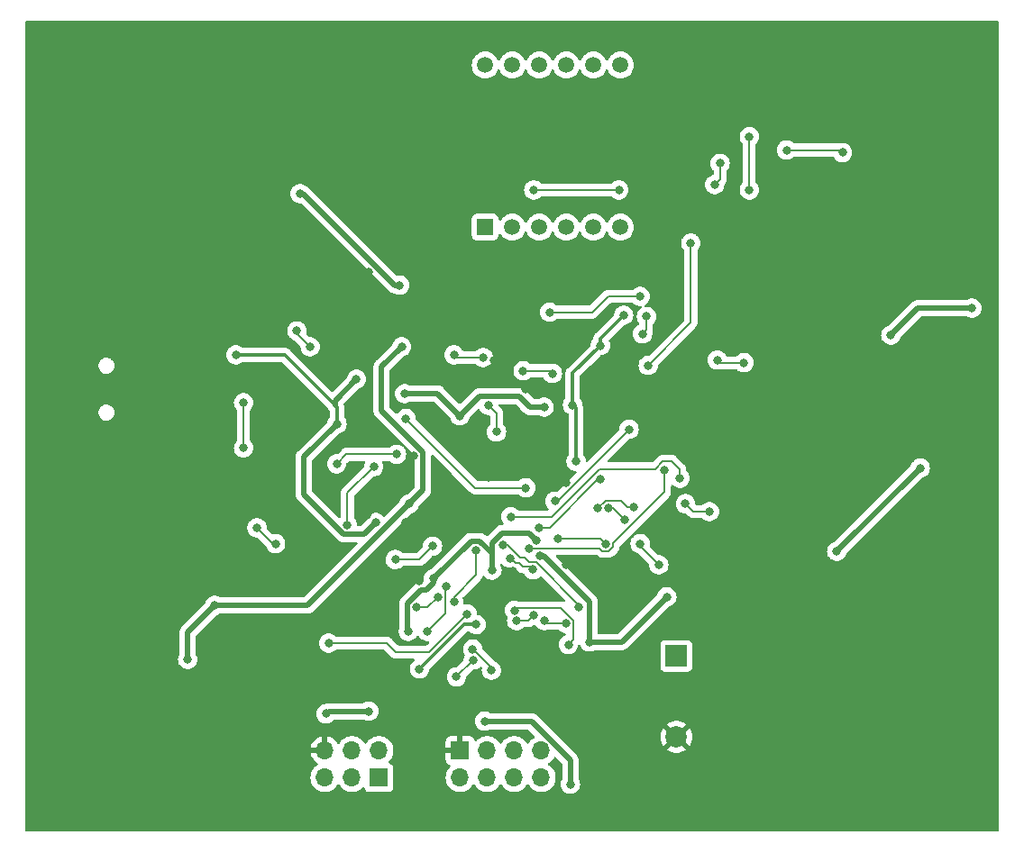
<source format=gbr>
%TF.GenerationSoftware,KiCad,Pcbnew,(7.0.0)*%
%TF.CreationDate,2023-04-21T10:27:53-06:00*%
%TF.ProjectId,PhaseB_ATMEGA,50686173-6542-45f4-9154-4d4547412e6b,rev?*%
%TF.SameCoordinates,Original*%
%TF.FileFunction,Copper,L2,Bot*%
%TF.FilePolarity,Positive*%
%FSLAX46Y46*%
G04 Gerber Fmt 4.6, Leading zero omitted, Abs format (unit mm)*
G04 Created by KiCad (PCBNEW (7.0.0)) date 2023-04-21 10:27:53*
%MOMM*%
%LPD*%
G01*
G04 APERTURE LIST*
%TA.AperFunction,ComponentPad*%
%ADD10R,2.000000X2.000000*%
%TD*%
%TA.AperFunction,ComponentPad*%
%ADD11C,2.000000*%
%TD*%
%TA.AperFunction,ComponentPad*%
%ADD12R,1.500000X1.500000*%
%TD*%
%TA.AperFunction,ComponentPad*%
%ADD13C,1.500000*%
%TD*%
%TA.AperFunction,ComponentPad*%
%ADD14R,1.700000X1.700000*%
%TD*%
%TA.AperFunction,ComponentPad*%
%ADD15O,1.700000X1.700000*%
%TD*%
%TA.AperFunction,ViaPad*%
%ADD16C,0.800000*%
%TD*%
%TA.AperFunction,Conductor*%
%ADD17C,0.508000*%
%TD*%
%TA.AperFunction,Conductor*%
%ADD18C,0.203200*%
%TD*%
%TA.AperFunction,Conductor*%
%ADD19C,0.304800*%
%TD*%
G04 APERTURE END LIST*
D10*
%TO.P,LS1,1,1*%
%TO.N,Buzzer*%
X109399999Y-167319999D03*
D11*
%TO.P,LS1,2,2*%
%TO.N,GND*%
X109400000Y-174920000D03*
%TD*%
D12*
%TO.P,U4,1,e*%
%TO.N,Net-(U4-e)*%
X91439999Y-126999999D03*
D13*
%TO.P,U4,2,d*%
%TO.N,Net-(U4-d)*%
X93980000Y-127000000D03*
%TO.P,U4,3,DPX*%
%TO.N,Net-(U4-DPX)*%
X96520000Y-127000000D03*
%TO.P,U4,4,c*%
%TO.N,Net-(U4-c)*%
X99060000Y-127000000D03*
%TO.P,U4,5,g*%
%TO.N,Net-(U4-g)*%
X101600000Y-127000000D03*
%TO.P,U4,6,CA4*%
%TO.N,Dig4*%
X104140000Y-127000000D03*
%TO.P,U4,7,b*%
%TO.N,Net-(U4-b)*%
X104140000Y-111760000D03*
%TO.P,U4,8,CA3*%
%TO.N,Dig3*%
X101600000Y-111760000D03*
%TO.P,U4,9,CA2*%
%TO.N,Dig2*%
X99060000Y-111760000D03*
%TO.P,U4,10,f*%
%TO.N,Net-(U4-f)*%
X96520000Y-111760000D03*
%TO.P,U4,11,a*%
%TO.N,Net-(U4-a)*%
X93980000Y-111760000D03*
%TO.P,U4,12,CA1*%
%TO.N,Dig1*%
X91440000Y-111760000D03*
%TD*%
D14*
%TO.P,J3,1,Pin_1*%
%TO.N,GND*%
X89079999Y-176199999D03*
D15*
%TO.P,J3,2,Pin_2*%
%TO.N,TX*%
X89079999Y-178739999D03*
%TO.P,J3,3,Pin_3*%
%TO.N,unconnected-(J3-Pin_3-Pad3)*%
X91619999Y-176199999D03*
%TO.P,J3,4,Pin_4*%
%TO.N,+3.3V*%
X91619999Y-178739999D03*
%TO.P,J3,5,Pin_5*%
%TO.N,Net-(J3-Pin_5)*%
X94159999Y-176199999D03*
%TO.P,J3,6,Pin_6*%
%TO.N,+3.3V*%
X94159999Y-178739999D03*
%TO.P,J3,7,Pin_7*%
%TO.N,RX*%
X96699999Y-176199999D03*
%TO.P,J3,8,Pin_8*%
%TO.N,+3.3V*%
X96699999Y-178739999D03*
%TD*%
D14*
%TO.P,J2,1,MISO*%
%TO.N,MISO*%
X81459999Y-178739999D03*
D15*
%TO.P,J2,2,VCC*%
%TO.N,+5V*%
X81459999Y-176199999D03*
%TO.P,J2,3,SCK*%
%TO.N,SCK*%
X78919999Y-178739999D03*
%TO.P,J2,4,MOSI*%
%TO.N,MOSI*%
X78919999Y-176199999D03*
%TO.P,J2,5,~{RST}*%
%TO.N,RST*%
X76379999Y-178739999D03*
%TO.P,J2,6,GND*%
%TO.N,GND*%
X76379999Y-176199999D03*
%TD*%
D16*
%TO.N,Net-(J3-Pin_5)*%
X99441000Y-179374800D03*
%TO.N,+5V*%
X85267800Y-168529000D03*
X90590653Y-164349147D03*
X83870800Y-142646400D03*
X79349600Y-141300200D03*
%TO.N,RED_LED*%
X102009300Y-153438900D03*
X105355098Y-153282839D03*
%TO.N,+5V*%
X81178400Y-154762200D03*
X77520800Y-145491200D03*
X68021200Y-139014200D03*
X96977200Y-143916400D03*
X89052400Y-144729200D03*
X99974400Y-149021800D03*
X99644200Y-143713200D03*
X102260400Y-138125200D03*
X104449563Y-135275637D03*
X84226400Y-164998400D03*
%TO.N,Button_1*%
X95939110Y-159198241D03*
X93786097Y-158105703D03*
X93853000Y-154228800D03*
X109728000Y-150596600D03*
%TO.N,Button_2*%
X108280200Y-149834600D03*
X95552298Y-157189208D03*
%TO.N,+5V*%
X96259053Y-156482453D03*
X92075000Y-159258000D03*
X86588600Y-160020000D03*
%TO.N,RST*%
X89763600Y-163372800D03*
X76733400Y-166116000D03*
%TO.N,+3.3V*%
X83591400Y-138252200D03*
X84302600Y-153009600D03*
%TO.N,Net-(J3-Pin_5)*%
X83413600Y-132461000D03*
X74041000Y-123850400D03*
X91402900Y-173442900D03*
%TO.N,+3.3V*%
X63500000Y-167640000D03*
X66040000Y-162560000D03*
%TO.N,+5V*%
X132300753Y-149639247D03*
X124460000Y-157480000D03*
X129540000Y-137160000D03*
X137160000Y-134620000D03*
X96621600Y-157885153D03*
X101250000Y-166000000D03*
X80500000Y-172500000D03*
X76500000Y-172750000D03*
X108500000Y-161750000D03*
%TO.N,GND*%
X91750000Y-150500000D03*
X104250000Y-159500000D03*
X95500000Y-145750000D03*
X80500000Y-131250000D03*
X94078900Y-159290498D03*
X101000000Y-136750000D03*
X99000000Y-170500000D03*
X113750000Y-144750000D03*
X80317500Y-154077500D03*
X56500000Y-143250000D03*
X53250000Y-156500000D03*
X101500000Y-170500000D03*
X94250000Y-165750000D03*
X110750000Y-151500000D03*
X96750000Y-166250000D03*
X57500000Y-159000000D03*
X113750000Y-147500000D03*
X97750000Y-147250000D03*
X99000000Y-151000000D03*
X85250000Y-160250000D03*
X99000000Y-158750000D03*
X90500000Y-154250000D03*
X92250000Y-139500000D03*
X69975000Y-144600000D03*
X61000000Y-167000000D03*
X53250000Y-167750000D03*
X84750000Y-148500000D03*
X98000000Y-150750000D03*
X112250000Y-155000000D03*
X84000000Y-154750000D03*
X68250000Y-165500000D03*
X92750000Y-162750000D03*
X95250000Y-142250000D03*
X90500000Y-146250000D03*
%TO.N,/UCAP*%
X92024200Y-168656000D03*
X90265091Y-166674011D03*
X90576400Y-157353000D03*
X88500000Y-162250000D03*
%TO.N,/AREF*%
X102750000Y-156750000D03*
X98250000Y-156250000D03*
%TO.N,XTAL1*%
X102228347Y-150723600D03*
X96500000Y-155250000D03*
%TO.N,XTAL2*%
X94205146Y-163018792D03*
X99250000Y-166250000D03*
%TO.N,Net-(U3-BP)*%
X83114279Y-148364279D03*
X92504500Y-146250000D03*
X77497047Y-149252953D03*
X91750000Y-143750000D03*
%TO.N,Net-(D2-A)*%
X112500000Y-153750000D03*
X110250000Y-153000000D03*
%TO.N,MISO*%
X86000000Y-165000000D03*
X87750000Y-160750000D03*
%TO.N,SCK*%
X86500000Y-157000000D03*
X83000000Y-158250000D03*
%TO.N,MOSI*%
X87000000Y-161750000D03*
X85000000Y-162750000D03*
%TO.N,TX*%
X96000000Y-163500000D03*
X88741000Y-169259000D03*
X94395500Y-164000000D03*
X90328500Y-167671500D03*
%TO.N,RX*%
X99000000Y-164250000D03*
X97000000Y-164000000D03*
%TO.N,Buzzer*%
X106000000Y-156750000D03*
X107750000Y-158750000D03*
%TO.N,Net-(U4-a)*%
X113000000Y-123000000D03*
X113500000Y-121000000D03*
%TO.N,b*%
X106222057Y-137027943D03*
X106588563Y-135411437D03*
%TO.N,Net-(U4-b)*%
X115750000Y-139750000D03*
X113250000Y-139500000D03*
X116250000Y-123500000D03*
X116250000Y-118500000D03*
%TO.N,c*%
X97500000Y-135000000D03*
X106000000Y-133500000D03*
%TO.N,f*%
X80969622Y-149530378D03*
X78500000Y-155000000D03*
%TO.N,Net-(U4-f)*%
X68750000Y-147750000D03*
X70000000Y-155250000D03*
X68750000Y-143500000D03*
X71750000Y-156750000D03*
%TO.N,g*%
X91250000Y-139250000D03*
X88500000Y-139000000D03*
%TO.N,Net-(U4-g)*%
X104000000Y-123500000D03*
X96000000Y-123500000D03*
%TO.N,dp*%
X104521453Y-154508653D03*
X95000000Y-140500000D03*
X97750000Y-140750000D03*
X103055592Y-153421292D03*
%TO.N,Dig3*%
X119750000Y-119750000D03*
X93110316Y-156889716D03*
X125000000Y-120000000D03*
X100250000Y-162750000D03*
%TO.N,Dig4*%
X110750000Y-128500000D03*
X104951100Y-146000000D03*
X98000000Y-152750000D03*
X106750000Y-140000000D03*
%TO.N,Dig1*%
X95250000Y-151500000D03*
X73750000Y-136750000D03*
X84000000Y-145000000D03*
X75000000Y-138250000D03*
%TD*%
D17*
%TO.N,Net-(J3-Pin_5)*%
X99441000Y-177096865D02*
X99441000Y-179374800D01*
X95787035Y-173442900D02*
X99441000Y-177096865D01*
X91402900Y-173442900D02*
X95787035Y-173442900D01*
D18*
%TO.N,Button_1*%
X108981800Y-149031400D02*
X109728000Y-149777600D01*
X109728000Y-149777600D02*
X109728000Y-150596600D01*
X107389587Y-149733000D02*
X108091187Y-149031400D01*
X108091187Y-149031400D02*
X108981800Y-149031400D01*
X102202813Y-149733000D02*
X107389587Y-149733000D01*
X93853000Y-154228800D02*
X97707013Y-154228800D01*
X97707013Y-154228800D02*
X102202813Y-149733000D01*
%TO.N,XTAL1*%
X97480000Y-155250000D02*
X96500000Y-155250000D01*
X102006400Y-150723600D02*
X97480000Y-155250000D01*
X102228347Y-150723600D02*
X102006400Y-150723600D01*
%TO.N,Button_2*%
X102191840Y-157184053D02*
X95557453Y-157184053D01*
X95557453Y-157184053D02*
X95552298Y-157189208D01*
X103040613Y-157451600D02*
X102459387Y-157451600D01*
X102459387Y-157451600D02*
X102191840Y-157184053D01*
X103451600Y-156746000D02*
X103451600Y-157040613D01*
X103451600Y-157040613D02*
X103040613Y-157451600D01*
X108280200Y-151917400D02*
X103451600Y-156746000D01*
X108280200Y-149834600D02*
X108280200Y-151917400D01*
%TO.N,dp*%
X103434092Y-153421292D02*
X103055592Y-153421292D01*
X104521453Y-154508653D02*
X103434092Y-153421292D01*
%TO.N,RED_LED*%
X102728508Y-152719692D02*
X102009300Y-153438900D01*
X104805649Y-153282839D02*
X104242502Y-152719692D01*
X104242502Y-152719692D02*
X102728508Y-152719692D01*
X105355098Y-153282839D02*
X104805649Y-153282839D01*
D17*
%TO.N,+5V*%
X101250000Y-162207739D02*
X101250000Y-166000000D01*
X96927414Y-157885153D02*
X101250000Y-162207739D01*
X96621600Y-157885153D02*
X96927414Y-157885153D01*
D18*
%TO.N,Dig3*%
X100250000Y-162516918D02*
X100250000Y-162750000D01*
X95555441Y-158496641D02*
X96229723Y-158496641D01*
X96229723Y-158496641D02*
X100250000Y-162516918D01*
X95123000Y-158064200D02*
X95555441Y-158496641D01*
X94736100Y-158064200D02*
X95123000Y-158064200D01*
X93561616Y-156889716D02*
X94736100Y-158064200D01*
X93110316Y-156889716D02*
X93561616Y-156889716D01*
%TO.N,Button_1*%
X94269292Y-158588898D02*
X93786097Y-158105703D01*
X94644074Y-158588898D02*
X94269292Y-158588898D01*
X95839231Y-159198241D02*
X95568790Y-158927800D01*
X95939110Y-159198241D02*
X95839231Y-159198241D01*
X95568790Y-158927800D02*
X94982976Y-158927800D01*
X94982976Y-158927800D02*
X94644074Y-158588898D01*
%TO.N,Net-(U3-BP)*%
X77497047Y-149252953D02*
X78385721Y-148364279D01*
X78385721Y-148364279D02*
X83114279Y-148364279D01*
D19*
%TO.N,+5V*%
X89447653Y-164349147D02*
X85267800Y-168529000D01*
X90590653Y-164349147D02*
X89447653Y-164349147D01*
D17*
X77355700Y-143294100D02*
X77355700Y-143725900D01*
X79349600Y-141300200D02*
X77355700Y-143294100D01*
D19*
X77520800Y-143891000D02*
X77355700Y-143725900D01*
D17*
X86969600Y-142646400D02*
X83870800Y-142646400D01*
X89052400Y-144729200D02*
X86969600Y-142646400D01*
D19*
X77355700Y-143725900D02*
X72644000Y-139014200D01*
D17*
X78146261Y-155854000D02*
X74396000Y-152103739D01*
X80086600Y-155854000D02*
X78146261Y-155854000D01*
X74396000Y-148616000D02*
X77520800Y-145491200D01*
X74396000Y-152103739D02*
X74396000Y-148616000D01*
X81178400Y-154762200D02*
X80086600Y-155854000D01*
D19*
X72644000Y-139014200D02*
X68021200Y-139014200D01*
X77520800Y-145491200D02*
X77520800Y-143891000D01*
D17*
X94661400Y-142896000D02*
X95681800Y-143916400D01*
X90885600Y-142896000D02*
X94661400Y-142896000D01*
X89052400Y-144729200D02*
X90885600Y-142896000D01*
X95681800Y-143916400D02*
X96977200Y-143916400D01*
D19*
X99974400Y-144043400D02*
X99644200Y-143713200D01*
X99974400Y-149021800D02*
X99974400Y-144043400D01*
X99644200Y-143713200D02*
X99644200Y-140741400D01*
X99644200Y-140741400D02*
X102260400Y-138125200D01*
X102260400Y-137464800D02*
X102260400Y-138125200D01*
X104449563Y-135275637D02*
X102260400Y-137464800D01*
D17*
X86588600Y-160451800D02*
X86588600Y-160020000D01*
X85936400Y-161104000D02*
X86588600Y-160451800D01*
X85428400Y-161104000D02*
X85936400Y-161104000D01*
X84146000Y-162386400D02*
X85428400Y-161104000D01*
X84146000Y-164918000D02*
X84146000Y-162386400D01*
X84226400Y-164998400D02*
X84146000Y-164918000D01*
X92075000Y-156718000D02*
X92075000Y-157643861D01*
X93040200Y-155752800D02*
X92075000Y-156718000D01*
X95529400Y-155752800D02*
X93040200Y-155752800D01*
X96259053Y-156482453D02*
X95529400Y-155752800D01*
X92075000Y-157643861D02*
X92075000Y-159258000D01*
X90930139Y-156499000D02*
X92075000Y-157643861D01*
X90109600Y-156499000D02*
X90930139Y-156499000D01*
X86588600Y-160020000D02*
X90109600Y-156499000D01*
D18*
%TO.N,/UCAP*%
X88500000Y-161750000D02*
X88500000Y-162250000D01*
X90576400Y-159673600D02*
X88500000Y-161750000D01*
X90576400Y-157353000D02*
X90576400Y-159673600D01*
%TO.N,RST*%
X89763600Y-163372800D02*
X86207600Y-166928800D01*
X86207600Y-166928800D02*
X83007200Y-166928800D01*
%TO.N,/UCAP*%
X90323224Y-166674011D02*
X90265091Y-166674011D01*
X92024200Y-168656000D02*
X92024200Y-168374987D01*
X92024200Y-168374987D02*
X90323224Y-166674011D01*
%TO.N,TX*%
X90328500Y-167671500D02*
X88741000Y-169259000D01*
%TO.N,RST*%
X76733400Y-166116000D02*
X82194400Y-166116000D01*
X82194400Y-166116000D02*
X83007200Y-166928800D01*
D17*
%TO.N,+3.3V*%
X85604000Y-151708200D02*
X84302600Y-153009600D01*
X81711800Y-144254061D02*
X85604000Y-148146261D01*
X81711800Y-140131800D02*
X81711800Y-144254061D01*
X85604000Y-148146261D02*
X85604000Y-151708200D01*
X83591400Y-138252200D02*
X81711800Y-140131800D01*
X74752200Y-162560000D02*
X84302600Y-153009600D01*
X66040000Y-162560000D02*
X74752200Y-162560000D01*
%TO.N,Net-(J3-Pin_5)*%
X82918739Y-132461000D02*
X83413600Y-132461000D01*
X74308139Y-123850400D02*
X82918739Y-132461000D01*
X74041000Y-123850400D02*
X74308139Y-123850400D01*
%TO.N,+3.3V*%
X63500000Y-165100000D02*
X63500000Y-167640000D01*
X66040000Y-162560000D02*
X63500000Y-165100000D01*
%TO.N,+5V*%
X124460000Y-157480000D02*
X132300753Y-149639247D01*
X132080000Y-134620000D02*
X129540000Y-137160000D01*
X137160000Y-134620000D02*
X132080000Y-134620000D01*
X80500000Y-172500000D02*
X76750000Y-172500000D01*
X108500000Y-161750000D02*
X104250000Y-166000000D01*
X76750000Y-172500000D02*
X76500000Y-172750000D01*
X104250000Y-166000000D02*
X101250000Y-166000000D01*
D18*
%TO.N,/AREF*%
X98250000Y-156250000D02*
X102250000Y-156250000D01*
X102250000Y-156250000D02*
X102750000Y-156750000D01*
%TO.N,XTAL2*%
X98548400Y-162798400D02*
X94425538Y-162798400D01*
X99250000Y-166250000D02*
X99701600Y-165798400D01*
X94425538Y-162798400D02*
X94205146Y-163018792D01*
X99701600Y-165798400D02*
X99701600Y-163951600D01*
X99701600Y-163951600D02*
X98548400Y-162798400D01*
%TO.N,Net-(U3-BP)*%
X91750000Y-143750000D02*
X92504500Y-144504500D01*
X92504500Y-144504500D02*
X92504500Y-146250000D01*
%TO.N,Net-(D2-A)*%
X112500000Y-153750000D02*
X111000000Y-153750000D01*
X111000000Y-153750000D02*
X110250000Y-153000000D01*
%TO.N,MISO*%
X87750000Y-160750000D02*
X87701600Y-160798400D01*
X87701600Y-163298400D02*
X86000000Y-165000000D01*
X87701600Y-160798400D02*
X87701600Y-163298400D01*
%TO.N,SCK*%
X83000000Y-158250000D02*
X85250000Y-158250000D01*
X85250000Y-158250000D02*
X86500000Y-157000000D01*
%TO.N,MOSI*%
X86000000Y-162750000D02*
X87000000Y-161750000D01*
X85000000Y-162750000D02*
X86000000Y-162750000D01*
%TO.N,TX*%
X95500000Y-164000000D02*
X96000000Y-163500000D01*
X94395500Y-164000000D02*
X95500000Y-164000000D01*
%TO.N,RX*%
X99000000Y-164250000D02*
X97250000Y-164250000D01*
X97250000Y-164250000D02*
X97000000Y-164000000D01*
%TO.N,Buzzer*%
X107750000Y-158750000D02*
X106000000Y-157000000D01*
X106000000Y-157000000D02*
X106000000Y-156750000D01*
%TO.N,Net-(U4-a)*%
X113500000Y-121000000D02*
X113500000Y-122500000D01*
X113500000Y-122500000D02*
X113000000Y-123000000D01*
%TO.N,b*%
X106588563Y-135411437D02*
X106588563Y-136661437D01*
X106588563Y-136661437D02*
X106222057Y-137027943D01*
%TO.N,Net-(U4-b)*%
X115750000Y-139750000D02*
X113500000Y-139750000D01*
X116250000Y-118500000D02*
X116250000Y-123500000D01*
X113500000Y-139750000D02*
X113250000Y-139500000D01*
%TO.N,c*%
X101500000Y-135000000D02*
X103000000Y-133500000D01*
X103000000Y-133500000D02*
X106000000Y-133500000D01*
X97500000Y-135000000D02*
X101500000Y-135000000D01*
%TO.N,f*%
X78500000Y-152000000D02*
X78500000Y-155000000D01*
X80969622Y-149530378D02*
X78500000Y-152000000D01*
%TO.N,Net-(U4-f)*%
X68750000Y-143500000D02*
X68750000Y-147750000D01*
X71500000Y-156750000D02*
X71750000Y-156750000D01*
X70000000Y-155250000D02*
X71500000Y-156750000D01*
%TO.N,g*%
X91250000Y-139250000D02*
X88750000Y-139250000D01*
X88750000Y-139250000D02*
X88500000Y-139000000D01*
%TO.N,Net-(U4-g)*%
X104000000Y-123500000D02*
X96000000Y-123500000D01*
%TO.N,dp*%
X95000000Y-140500000D02*
X97500000Y-140500000D01*
X97500000Y-140500000D02*
X97750000Y-140750000D01*
%TO.N,Dig3*%
X124750000Y-119750000D02*
X125000000Y-120000000D01*
X119750000Y-119750000D02*
X124750000Y-119750000D01*
%TO.N,Dig4*%
X110750000Y-128500000D02*
X110750000Y-136000000D01*
X104951100Y-146041113D02*
X98242213Y-152750000D01*
X104951100Y-146000000D02*
X104951100Y-146041113D01*
X110750000Y-136000000D02*
X106750000Y-140000000D01*
X98242213Y-152750000D02*
X98000000Y-152750000D01*
%TO.N,Dig1*%
X73750000Y-136750000D02*
X73750000Y-137000000D01*
X90500000Y-151500000D02*
X95250000Y-151500000D01*
X73750000Y-137000000D02*
X75000000Y-138250000D01*
X84000000Y-145000000D02*
X90500000Y-151500000D01*
%TD*%
%TA.AperFunction,Conductor*%
%TO.N,GND*%
G36*
X139612100Y-107636613D02*
G01*
X139657487Y-107682000D01*
X139674100Y-107744000D01*
X139674100Y-183696000D01*
X139657487Y-183758000D01*
X139612100Y-183803387D01*
X139550100Y-183820000D01*
X48384000Y-183820000D01*
X48322000Y-183803387D01*
X48276613Y-183758000D01*
X48260000Y-183696000D01*
X48260000Y-178740000D01*
X75016844Y-178740000D01*
X75017268Y-178745117D01*
X75035011Y-178959248D01*
X75035012Y-178959256D01*
X75035436Y-178964368D01*
X75036693Y-178969335D01*
X75036695Y-178969342D01*
X75046845Y-179009422D01*
X75090704Y-179182616D01*
X75092764Y-179187312D01*
X75179080Y-179384096D01*
X75179083Y-179384101D01*
X75181140Y-179388791D01*
X75198500Y-179415362D01*
X75301474Y-179572977D01*
X75301477Y-179572981D01*
X75304278Y-179577268D01*
X75307752Y-179581041D01*
X75307753Y-179581043D01*
X75453288Y-179739135D01*
X75453291Y-179739138D01*
X75456760Y-179742906D01*
X75460801Y-179746051D01*
X75630376Y-179878039D01*
X75630381Y-179878042D01*
X75634424Y-179881189D01*
X75638931Y-179883628D01*
X75638934Y-179883630D01*
X75827919Y-179985903D01*
X75832426Y-179988342D01*
X76045365Y-180061444D01*
X76267431Y-180098500D01*
X76487436Y-180098500D01*
X76492569Y-180098500D01*
X76714635Y-180061444D01*
X76927574Y-179988342D01*
X77125576Y-179881189D01*
X77303240Y-179742906D01*
X77455722Y-179577268D01*
X77546192Y-179438793D01*
X77590981Y-179397562D01*
X77649998Y-179382616D01*
X77709016Y-179397561D01*
X77753807Y-179438794D01*
X77841468Y-179572969D01*
X77841476Y-179572979D01*
X77844278Y-179577268D01*
X77847752Y-179581041D01*
X77847753Y-179581043D01*
X77993288Y-179739135D01*
X77993291Y-179739138D01*
X77996760Y-179742906D01*
X78000801Y-179746051D01*
X78170376Y-179878039D01*
X78170381Y-179878042D01*
X78174424Y-179881189D01*
X78178931Y-179883628D01*
X78178934Y-179883630D01*
X78367919Y-179985903D01*
X78372426Y-179988342D01*
X78585365Y-180061444D01*
X78807431Y-180098500D01*
X79027436Y-180098500D01*
X79032569Y-180098500D01*
X79254635Y-180061444D01*
X79467574Y-179988342D01*
X79665576Y-179881189D01*
X79843240Y-179742906D01*
X79906455Y-179674236D01*
X79959073Y-179640386D01*
X80021528Y-179636538D01*
X80077909Y-179663675D01*
X80113862Y-179714889D01*
X80122905Y-179739135D01*
X80159111Y-179836204D01*
X80246739Y-179953261D01*
X80363796Y-180040889D01*
X80500799Y-180091989D01*
X80561362Y-180098500D01*
X82355328Y-180098500D01*
X82358638Y-180098500D01*
X82419201Y-180091989D01*
X82556204Y-180040889D01*
X82673261Y-179953261D01*
X82760889Y-179836204D01*
X82811989Y-179699201D01*
X82818500Y-179638638D01*
X82818500Y-178740000D01*
X87716844Y-178740000D01*
X87717268Y-178745117D01*
X87735011Y-178959248D01*
X87735012Y-178959256D01*
X87735436Y-178964368D01*
X87736693Y-178969335D01*
X87736695Y-178969342D01*
X87746845Y-179009422D01*
X87790704Y-179182616D01*
X87792764Y-179187312D01*
X87879080Y-179384096D01*
X87879083Y-179384101D01*
X87881140Y-179388791D01*
X87898500Y-179415362D01*
X88001474Y-179572977D01*
X88001477Y-179572981D01*
X88004278Y-179577268D01*
X88007752Y-179581041D01*
X88007753Y-179581043D01*
X88153288Y-179739135D01*
X88153291Y-179739138D01*
X88156760Y-179742906D01*
X88160801Y-179746051D01*
X88330376Y-179878039D01*
X88330381Y-179878042D01*
X88334424Y-179881189D01*
X88338931Y-179883628D01*
X88338934Y-179883630D01*
X88527919Y-179985903D01*
X88532426Y-179988342D01*
X88745365Y-180061444D01*
X88967431Y-180098500D01*
X89187436Y-180098500D01*
X89192569Y-180098500D01*
X89414635Y-180061444D01*
X89627574Y-179988342D01*
X89825576Y-179881189D01*
X90003240Y-179742906D01*
X90155722Y-179577268D01*
X90246192Y-179438793D01*
X90290981Y-179397562D01*
X90349998Y-179382616D01*
X90409016Y-179397561D01*
X90453807Y-179438794D01*
X90541468Y-179572969D01*
X90541476Y-179572979D01*
X90544278Y-179577268D01*
X90547752Y-179581041D01*
X90547753Y-179581043D01*
X90693288Y-179739135D01*
X90693291Y-179739138D01*
X90696760Y-179742906D01*
X90700801Y-179746051D01*
X90870376Y-179878039D01*
X90870381Y-179878042D01*
X90874424Y-179881189D01*
X90878931Y-179883628D01*
X90878934Y-179883630D01*
X91067919Y-179985903D01*
X91072426Y-179988342D01*
X91285365Y-180061444D01*
X91507431Y-180098500D01*
X91727436Y-180098500D01*
X91732569Y-180098500D01*
X91954635Y-180061444D01*
X92167574Y-179988342D01*
X92365576Y-179881189D01*
X92543240Y-179742906D01*
X92695722Y-179577268D01*
X92786192Y-179438793D01*
X92830981Y-179397562D01*
X92889998Y-179382616D01*
X92949016Y-179397561D01*
X92993807Y-179438794D01*
X93081468Y-179572969D01*
X93081476Y-179572979D01*
X93084278Y-179577268D01*
X93087752Y-179581041D01*
X93087753Y-179581043D01*
X93233288Y-179739135D01*
X93233291Y-179739138D01*
X93236760Y-179742906D01*
X93240801Y-179746051D01*
X93410376Y-179878039D01*
X93410381Y-179878042D01*
X93414424Y-179881189D01*
X93418931Y-179883628D01*
X93418934Y-179883630D01*
X93607919Y-179985903D01*
X93612426Y-179988342D01*
X93825365Y-180061444D01*
X94047431Y-180098500D01*
X94267436Y-180098500D01*
X94272569Y-180098500D01*
X94494635Y-180061444D01*
X94707574Y-179988342D01*
X94905576Y-179881189D01*
X95083240Y-179742906D01*
X95235722Y-179577268D01*
X95326192Y-179438793D01*
X95370981Y-179397562D01*
X95429998Y-179382616D01*
X95489016Y-179397561D01*
X95533807Y-179438794D01*
X95621468Y-179572969D01*
X95621476Y-179572979D01*
X95624278Y-179577268D01*
X95627752Y-179581041D01*
X95627753Y-179581043D01*
X95773288Y-179739135D01*
X95773291Y-179739138D01*
X95776760Y-179742906D01*
X95780801Y-179746051D01*
X95950376Y-179878039D01*
X95950381Y-179878042D01*
X95954424Y-179881189D01*
X95958931Y-179883628D01*
X95958934Y-179883630D01*
X96147919Y-179985903D01*
X96152426Y-179988342D01*
X96365365Y-180061444D01*
X96587431Y-180098500D01*
X96807436Y-180098500D01*
X96812569Y-180098500D01*
X97034635Y-180061444D01*
X97247574Y-179988342D01*
X97445576Y-179881189D01*
X97623240Y-179742906D01*
X97775722Y-179577268D01*
X97898860Y-179388791D01*
X97989296Y-179182616D01*
X98044564Y-178964368D01*
X98063156Y-178740000D01*
X98044564Y-178515632D01*
X97989296Y-178297384D01*
X97898860Y-178091209D01*
X97775722Y-177902732D01*
X97772246Y-177898956D01*
X97626711Y-177740864D01*
X97626708Y-177740861D01*
X97623240Y-177737094D01*
X97514053Y-177652109D01*
X97449623Y-177601960D01*
X97449615Y-177601955D01*
X97445576Y-177598811D01*
X97441064Y-177596369D01*
X97441061Y-177596367D01*
X97409070Y-177579055D01*
X97361564Y-177533474D01*
X97344086Y-177470000D01*
X97361564Y-177406526D01*
X97409070Y-177360945D01*
X97409109Y-177360923D01*
X97445576Y-177341189D01*
X97623240Y-177202906D01*
X97775722Y-177037268D01*
X97898860Y-176848791D01*
X97899883Y-176849459D01*
X97933178Y-176812129D01*
X97986311Y-176791069D01*
X98043246Y-176796077D01*
X98091887Y-176826090D01*
X98642181Y-177376384D01*
X98669061Y-177416612D01*
X98678500Y-177464065D01*
X98678500Y-178845264D01*
X98661887Y-178907264D01*
X98609721Y-178997617D01*
X98609718Y-178997622D01*
X98606473Y-179003244D01*
X98604467Y-179009416D01*
X98604465Y-179009422D01*
X98549465Y-179178692D01*
X98549463Y-179178701D01*
X98547458Y-179184872D01*
X98546780Y-179191322D01*
X98546778Y-179191332D01*
X98528778Y-179362595D01*
X98527496Y-179374800D01*
X98528473Y-179384096D01*
X98546778Y-179558267D01*
X98546779Y-179558275D01*
X98547458Y-179564728D01*
X98549463Y-179570900D01*
X98549465Y-179570907D01*
X98604465Y-179740177D01*
X98606473Y-179746356D01*
X98701960Y-179911744D01*
X98829747Y-180053666D01*
X98834997Y-180057480D01*
X98835000Y-180057483D01*
X98890292Y-180097655D01*
X98984248Y-180165918D01*
X99158712Y-180243594D01*
X99165070Y-180244945D01*
X99165072Y-180244946D01*
X99201874Y-180252768D01*
X99345513Y-180283300D01*
X99529984Y-180283300D01*
X99536487Y-180283300D01*
X99723288Y-180243594D01*
X99897752Y-180165918D01*
X100052253Y-180053666D01*
X100180040Y-179911744D01*
X100275527Y-179746356D01*
X100334542Y-179564728D01*
X100354504Y-179374800D01*
X100334542Y-179184872D01*
X100275527Y-179003244D01*
X100220113Y-178907264D01*
X100203500Y-178845264D01*
X100203500Y-177161454D01*
X100204809Y-177143482D01*
X100204809Y-177143475D01*
X100208367Y-177119193D01*
X100203971Y-177068960D01*
X100203500Y-177058153D01*
X100203500Y-177056052D01*
X100203500Y-177052453D01*
X100199841Y-177021144D01*
X100199474Y-177017554D01*
X100193461Y-176948825D01*
X100193460Y-176948824D01*
X100192831Y-176941625D01*
X100190556Y-176934761D01*
X100189778Y-176930991D01*
X100189758Y-176930866D01*
X100189730Y-176930768D01*
X100188836Y-176926997D01*
X100187998Y-176919823D01*
X100161907Y-176848139D01*
X100160739Y-176844776D01*
X100160514Y-176844096D01*
X100136765Y-176772425D01*
X100132968Y-176766270D01*
X100131338Y-176762773D01*
X100131291Y-176762660D01*
X100131242Y-176762572D01*
X100129503Y-176759109D01*
X100127034Y-176752326D01*
X100085150Y-176688645D01*
X100083214Y-176685607D01*
X100043188Y-176620716D01*
X100038079Y-176615607D01*
X100035689Y-176612584D01*
X100035617Y-176612484D01*
X100035548Y-176612409D01*
X100033051Y-176609434D01*
X100029085Y-176603403D01*
X99973623Y-176551077D01*
X99971036Y-176548564D01*
X99565720Y-176143248D01*
X108535749Y-176143248D01*
X108543855Y-176154439D01*
X108572717Y-176176903D01*
X108581279Y-176182496D01*
X108790885Y-176295929D01*
X108800239Y-176300032D01*
X109025656Y-176377417D01*
X109035568Y-176379928D01*
X109270643Y-176419155D01*
X109280839Y-176420000D01*
X109519161Y-176420000D01*
X109529356Y-176419155D01*
X109764431Y-176379928D01*
X109774343Y-176377417D01*
X109999760Y-176300032D01*
X110009114Y-176295929D01*
X110218723Y-176182495D01*
X110227281Y-176176903D01*
X110256146Y-176154437D01*
X110264250Y-176143250D01*
X110257589Y-176131142D01*
X109411542Y-175285095D01*
X109400000Y-175278431D01*
X109388457Y-175285095D01*
X108542408Y-176131143D01*
X108535749Y-176143248D01*
X99565720Y-176143248D01*
X98347589Y-174925117D01*
X107895283Y-174925117D01*
X107914962Y-175162618D01*
X107916646Y-175172712D01*
X107975153Y-175403747D01*
X107978472Y-175413414D01*
X108074208Y-175631673D01*
X108079070Y-175640656D01*
X108168999Y-175778304D01*
X108176963Y-175786024D01*
X108186345Y-175780100D01*
X109034904Y-174931542D01*
X109041568Y-174920000D01*
X109758431Y-174920000D01*
X109765095Y-174931542D01*
X110613653Y-175780100D01*
X110623034Y-175786024D01*
X110631002Y-175778299D01*
X110720924Y-175640664D01*
X110725792Y-175631669D01*
X110821527Y-175413414D01*
X110824846Y-175403747D01*
X110883353Y-175172712D01*
X110885037Y-175162618D01*
X110904717Y-174925117D01*
X110904717Y-174914883D01*
X110885037Y-174677381D01*
X110883353Y-174667287D01*
X110824846Y-174436252D01*
X110821527Y-174426585D01*
X110725792Y-174208330D01*
X110720924Y-174199335D01*
X110631002Y-174061699D01*
X110623034Y-174053974D01*
X110613653Y-174059898D01*
X109765095Y-174908457D01*
X109758431Y-174920000D01*
X109041568Y-174920000D01*
X109034904Y-174908457D01*
X108186345Y-174059898D01*
X108176964Y-174053974D01*
X108168997Y-174061699D01*
X108079072Y-174199338D01*
X108074207Y-174208328D01*
X107978472Y-174426585D01*
X107975153Y-174436252D01*
X107916646Y-174667287D01*
X107914962Y-174677381D01*
X107895283Y-174914883D01*
X107895283Y-174925117D01*
X98347589Y-174925117D01*
X97119222Y-173696749D01*
X108535748Y-173696749D01*
X108542408Y-173708855D01*
X109388457Y-174554904D01*
X109400000Y-174561568D01*
X109411542Y-174554904D01*
X110257590Y-173708855D01*
X110264250Y-173696749D01*
X110256143Y-173685559D01*
X110227286Y-173663099D01*
X110218719Y-173657503D01*
X110009114Y-173544070D01*
X109999760Y-173539967D01*
X109774343Y-173462582D01*
X109764431Y-173460071D01*
X109529356Y-173420844D01*
X109519161Y-173420000D01*
X109280839Y-173420000D01*
X109270643Y-173420844D01*
X109035568Y-173460071D01*
X109025656Y-173462582D01*
X108800239Y-173539967D01*
X108790885Y-173544070D01*
X108581276Y-173657504D01*
X108572717Y-173663096D01*
X108543854Y-173685560D01*
X108535748Y-173696749D01*
X97119222Y-173696749D01*
X96371873Y-172949400D01*
X96360090Y-172935766D01*
X96345433Y-172916078D01*
X96306795Y-172883657D01*
X96298831Y-172876358D01*
X96297352Y-172874879D01*
X96294800Y-172872327D01*
X96291970Y-172870089D01*
X96291963Y-172870083D01*
X96270066Y-172852769D01*
X96267270Y-172850492D01*
X96214420Y-172806146D01*
X96208888Y-172801504D01*
X96202434Y-172798262D01*
X96199210Y-172796142D01*
X96199110Y-172796070D01*
X96199026Y-172796023D01*
X96195717Y-172793982D01*
X96190055Y-172789505D01*
X96145784Y-172768861D01*
X96120949Y-172757280D01*
X96117736Y-172755725D01*
X96049601Y-172721506D01*
X96042572Y-172719840D01*
X96038929Y-172718514D01*
X96038827Y-172718471D01*
X96038722Y-172718442D01*
X96035047Y-172717224D01*
X96028508Y-172714175D01*
X96021439Y-172712715D01*
X96021438Y-172712715D01*
X95953876Y-172698764D01*
X95950358Y-172697984D01*
X95883189Y-172682066D01*
X95883186Y-172682065D01*
X95876158Y-172680400D01*
X95868934Y-172680400D01*
X95865084Y-172679950D01*
X95864980Y-172679933D01*
X95864859Y-172679928D01*
X95861019Y-172679592D01*
X95853944Y-172678131D01*
X95846725Y-172678341D01*
X95777746Y-172680348D01*
X95774140Y-172680400D01*
X91939332Y-172680400D01*
X91901015Y-172674331D01*
X91870559Y-172658813D01*
X91870538Y-172658851D01*
X91869828Y-172658441D01*
X91866448Y-172656719D01*
X91864910Y-172655602D01*
X91864908Y-172655601D01*
X91859652Y-172651782D01*
X91853721Y-172649141D01*
X91853717Y-172649139D01*
X91691126Y-172576749D01*
X91691119Y-172576746D01*
X91685188Y-172574106D01*
X91678835Y-172572755D01*
X91678827Y-172572753D01*
X91504749Y-172535752D01*
X91504746Y-172535751D01*
X91498387Y-172534400D01*
X91307413Y-172534400D01*
X91301054Y-172535751D01*
X91301050Y-172535752D01*
X91126972Y-172572753D01*
X91126961Y-172572756D01*
X91120612Y-172574106D01*
X91114682Y-172576745D01*
X91114673Y-172576749D01*
X90952082Y-172649139D01*
X90952074Y-172649143D01*
X90946148Y-172651782D01*
X90940899Y-172655595D01*
X90940893Y-172655599D01*
X90796900Y-172760216D01*
X90796891Y-172760223D01*
X90791647Y-172764034D01*
X90787303Y-172768857D01*
X90787300Y-172768861D01*
X90683929Y-172883667D01*
X90663860Y-172905956D01*
X90660614Y-172911576D01*
X90660611Y-172911582D01*
X90571621Y-173065717D01*
X90571618Y-173065722D01*
X90568373Y-173071344D01*
X90566367Y-173077516D01*
X90566365Y-173077522D01*
X90511365Y-173246792D01*
X90511363Y-173246801D01*
X90509358Y-173252972D01*
X90508680Y-173259422D01*
X90508678Y-173259432D01*
X90491803Y-173420000D01*
X90489396Y-173442900D01*
X90490075Y-173449360D01*
X90508678Y-173626367D01*
X90508679Y-173626375D01*
X90509358Y-173632828D01*
X90511363Y-173639000D01*
X90511365Y-173639007D01*
X90566365Y-173808277D01*
X90568373Y-173814456D01*
X90663860Y-173979844D01*
X90791647Y-174121766D01*
X90796897Y-174125580D01*
X90796900Y-174125583D01*
X90898411Y-174199335D01*
X90946148Y-174234018D01*
X91120612Y-174311694D01*
X91126970Y-174313045D01*
X91126972Y-174313046D01*
X91163774Y-174320868D01*
X91307413Y-174351400D01*
X91491884Y-174351400D01*
X91498387Y-174351400D01*
X91685188Y-174311694D01*
X91859652Y-174234018D01*
X91865781Y-174229564D01*
X91866448Y-174229081D01*
X91869828Y-174227358D01*
X91870538Y-174226949D01*
X91870559Y-174226986D01*
X91901015Y-174211469D01*
X91939332Y-174205400D01*
X95419836Y-174205400D01*
X95467289Y-174214839D01*
X95507517Y-174241719D01*
X96077032Y-174811234D01*
X96107042Y-174859866D01*
X96112056Y-174916792D01*
X96091008Y-174969921D01*
X96048369Y-175007969D01*
X95958939Y-175056366D01*
X95958924Y-175056375D01*
X95954424Y-175058811D01*
X95950389Y-175061951D01*
X95950376Y-175061960D01*
X95780801Y-175193948D01*
X95780795Y-175193952D01*
X95776760Y-175197094D01*
X95773297Y-175200855D01*
X95773288Y-175200864D01*
X95627753Y-175358956D01*
X95627747Y-175358963D01*
X95624278Y-175362732D01*
X95621480Y-175367014D01*
X95621468Y-175367030D01*
X95533807Y-175501205D01*
X95489016Y-175542438D01*
X95429998Y-175557383D01*
X95370981Y-175542437D01*
X95326190Y-175501204D01*
X95238528Y-175367027D01*
X95235722Y-175362732D01*
X95176946Y-175298885D01*
X95086711Y-175200864D01*
X95086706Y-175200859D01*
X95083240Y-175197094D01*
X95051914Y-175172712D01*
X94909623Y-175061960D01*
X94909615Y-175061955D01*
X94905576Y-175058811D01*
X94901071Y-175056373D01*
X94901065Y-175056369D01*
X94712080Y-174954096D01*
X94712074Y-174954093D01*
X94707574Y-174951658D01*
X94702733Y-174949996D01*
X94702726Y-174949993D01*
X94499488Y-174880222D01*
X94499487Y-174880221D01*
X94494635Y-174878556D01*
X94489585Y-174877713D01*
X94489576Y-174877711D01*
X94277631Y-174842344D01*
X94277622Y-174842343D01*
X94272569Y-174841500D01*
X94047431Y-174841500D01*
X94042378Y-174842343D01*
X94042368Y-174842344D01*
X93830423Y-174877711D01*
X93830411Y-174877713D01*
X93825365Y-174878556D01*
X93820515Y-174880220D01*
X93820511Y-174880222D01*
X93617273Y-174949993D01*
X93617262Y-174949997D01*
X93612426Y-174951658D01*
X93607929Y-174954091D01*
X93607919Y-174954096D01*
X93418934Y-175056369D01*
X93418922Y-175056376D01*
X93414424Y-175058811D01*
X93410389Y-175061951D01*
X93410376Y-175061960D01*
X93240801Y-175193948D01*
X93240795Y-175193952D01*
X93236760Y-175197094D01*
X93233297Y-175200855D01*
X93233288Y-175200864D01*
X93087753Y-175358956D01*
X93087747Y-175358963D01*
X93084278Y-175362732D01*
X93081480Y-175367014D01*
X93081468Y-175367030D01*
X92993807Y-175501205D01*
X92949016Y-175542438D01*
X92889998Y-175557383D01*
X92830981Y-175542437D01*
X92786190Y-175501204D01*
X92698528Y-175367027D01*
X92695722Y-175362732D01*
X92636946Y-175298885D01*
X92546711Y-175200864D01*
X92546706Y-175200859D01*
X92543240Y-175197094D01*
X92511914Y-175172712D01*
X92369623Y-175061960D01*
X92369615Y-175061955D01*
X92365576Y-175058811D01*
X92361071Y-175056373D01*
X92361065Y-175056369D01*
X92172080Y-174954096D01*
X92172074Y-174954093D01*
X92167574Y-174951658D01*
X92162733Y-174949996D01*
X92162726Y-174949993D01*
X91959488Y-174880222D01*
X91959487Y-174880221D01*
X91954635Y-174878556D01*
X91949585Y-174877713D01*
X91949576Y-174877711D01*
X91737631Y-174842344D01*
X91737622Y-174842343D01*
X91732569Y-174841500D01*
X91507431Y-174841500D01*
X91502378Y-174842343D01*
X91502368Y-174842344D01*
X91290423Y-174877711D01*
X91290411Y-174877713D01*
X91285365Y-174878556D01*
X91280515Y-174880220D01*
X91280511Y-174880222D01*
X91077273Y-174949993D01*
X91077262Y-174949997D01*
X91072426Y-174951658D01*
X91067929Y-174954091D01*
X91067919Y-174954096D01*
X90878934Y-175056369D01*
X90878922Y-175056376D01*
X90874424Y-175058811D01*
X90870389Y-175061951D01*
X90870376Y-175061960D01*
X90700801Y-175193948D01*
X90700795Y-175193952D01*
X90696760Y-175197094D01*
X90647751Y-175250332D01*
X90627092Y-175272773D01*
X90574468Y-175306626D01*
X90512014Y-175310474D01*
X90455633Y-175283336D01*
X90419681Y-175232122D01*
X90376452Y-175116222D01*
X90368037Y-175100810D01*
X90292501Y-174999907D01*
X90280092Y-174987498D01*
X90179189Y-174911962D01*
X90163777Y-174903547D01*
X90044641Y-174859111D01*
X90029667Y-174855573D01*
X89981114Y-174850353D01*
X89974518Y-174850000D01*
X89346326Y-174850000D01*
X89333450Y-174853450D01*
X89330000Y-174866326D01*
X89330000Y-176326000D01*
X89313387Y-176388000D01*
X89268000Y-176433387D01*
X89206000Y-176450000D01*
X87746326Y-176450000D01*
X87733450Y-176453450D01*
X87730000Y-176466326D01*
X87730000Y-177094518D01*
X87730353Y-177101114D01*
X87735573Y-177149667D01*
X87739111Y-177164641D01*
X87783547Y-177283777D01*
X87791962Y-177299189D01*
X87867498Y-177400092D01*
X87879907Y-177412501D01*
X87980810Y-177488037D01*
X87996220Y-177496451D01*
X88107811Y-177538073D01*
X88157346Y-177572088D01*
X88185073Y-177625399D01*
X88184480Y-177685485D01*
X88155707Y-177738237D01*
X88130968Y-177765111D01*
X88007747Y-177898963D01*
X88007743Y-177898967D01*
X88004278Y-177902732D01*
X88001481Y-177907012D01*
X88001474Y-177907022D01*
X87886871Y-178082437D01*
X87881140Y-178091209D01*
X87879085Y-178095892D01*
X87879080Y-178095903D01*
X87810000Y-178253393D01*
X87790704Y-178297384D01*
X87789446Y-178302349D01*
X87789445Y-178302354D01*
X87736695Y-178510657D01*
X87736693Y-178510666D01*
X87735436Y-178515632D01*
X87735012Y-178520741D01*
X87735011Y-178520751D01*
X87717268Y-178734883D01*
X87716844Y-178740000D01*
X82818500Y-178740000D01*
X82818500Y-177841362D01*
X82811989Y-177780799D01*
X82760889Y-177643796D01*
X82673261Y-177526739D01*
X82632802Y-177496452D01*
X82563304Y-177444426D01*
X82563303Y-177444425D01*
X82556204Y-177439111D01*
X82547895Y-177436011D01*
X82547888Y-177436008D01*
X82438404Y-177395172D01*
X82388869Y-177361157D01*
X82361142Y-177307847D01*
X82361735Y-177247760D01*
X82390505Y-177195013D01*
X82535722Y-177037268D01*
X82658860Y-176848791D01*
X82749296Y-176642616D01*
X82804564Y-176424368D01*
X82823156Y-176200000D01*
X82804564Y-175975632D01*
X82793939Y-175933674D01*
X87730000Y-175933674D01*
X87733450Y-175946549D01*
X87746326Y-175950000D01*
X88813674Y-175950000D01*
X88826549Y-175946549D01*
X88830000Y-175933674D01*
X88830000Y-174866326D01*
X88826549Y-174853450D01*
X88813674Y-174850000D01*
X88185482Y-174850000D01*
X88178885Y-174850353D01*
X88130332Y-174855573D01*
X88115358Y-174859111D01*
X87996222Y-174903547D01*
X87980810Y-174911962D01*
X87879907Y-174987498D01*
X87867498Y-174999907D01*
X87791962Y-175100810D01*
X87783547Y-175116222D01*
X87739111Y-175235358D01*
X87735573Y-175250332D01*
X87730353Y-175298885D01*
X87730000Y-175305482D01*
X87730000Y-175933674D01*
X82793939Y-175933674D01*
X82749296Y-175757384D01*
X82658860Y-175551209D01*
X82535722Y-175362732D01*
X82476946Y-175298885D01*
X82386711Y-175200864D01*
X82386706Y-175200859D01*
X82383240Y-175197094D01*
X82351914Y-175172712D01*
X82209623Y-175061960D01*
X82209615Y-175061955D01*
X82205576Y-175058811D01*
X82201071Y-175056373D01*
X82201065Y-175056369D01*
X82012080Y-174954096D01*
X82012074Y-174954093D01*
X82007574Y-174951658D01*
X82002733Y-174949996D01*
X82002726Y-174949993D01*
X81799488Y-174880222D01*
X81799487Y-174880221D01*
X81794635Y-174878556D01*
X81789585Y-174877713D01*
X81789576Y-174877711D01*
X81577631Y-174842344D01*
X81577622Y-174842343D01*
X81572569Y-174841500D01*
X81347431Y-174841500D01*
X81342378Y-174842343D01*
X81342368Y-174842344D01*
X81130423Y-174877711D01*
X81130411Y-174877713D01*
X81125365Y-174878556D01*
X81120515Y-174880220D01*
X81120511Y-174880222D01*
X80917273Y-174949993D01*
X80917262Y-174949997D01*
X80912426Y-174951658D01*
X80907929Y-174954091D01*
X80907919Y-174954096D01*
X80718934Y-175056369D01*
X80718922Y-175056376D01*
X80714424Y-175058811D01*
X80710389Y-175061951D01*
X80710376Y-175061960D01*
X80540801Y-175193948D01*
X80540795Y-175193952D01*
X80536760Y-175197094D01*
X80533297Y-175200855D01*
X80533288Y-175200864D01*
X80387753Y-175358956D01*
X80387747Y-175358963D01*
X80384278Y-175362732D01*
X80381480Y-175367014D01*
X80381468Y-175367030D01*
X80293807Y-175501205D01*
X80249016Y-175542438D01*
X80189998Y-175557383D01*
X80130981Y-175542437D01*
X80086190Y-175501204D01*
X79998528Y-175367027D01*
X79995722Y-175362732D01*
X79936946Y-175298885D01*
X79846711Y-175200864D01*
X79846706Y-175200859D01*
X79843240Y-175197094D01*
X79811914Y-175172712D01*
X79669623Y-175061960D01*
X79669615Y-175061955D01*
X79665576Y-175058811D01*
X79661071Y-175056373D01*
X79661065Y-175056369D01*
X79472080Y-174954096D01*
X79472074Y-174954093D01*
X79467574Y-174951658D01*
X79462733Y-174949996D01*
X79462726Y-174949993D01*
X79259488Y-174880222D01*
X79259487Y-174880221D01*
X79254635Y-174878556D01*
X79249585Y-174877713D01*
X79249576Y-174877711D01*
X79037631Y-174842344D01*
X79037622Y-174842343D01*
X79032569Y-174841500D01*
X78807431Y-174841500D01*
X78802378Y-174842343D01*
X78802368Y-174842344D01*
X78590423Y-174877711D01*
X78590411Y-174877713D01*
X78585365Y-174878556D01*
X78580515Y-174880220D01*
X78580511Y-174880222D01*
X78377273Y-174949993D01*
X78377262Y-174949997D01*
X78372426Y-174951658D01*
X78367929Y-174954091D01*
X78367919Y-174954096D01*
X78178934Y-175056369D01*
X78178922Y-175056376D01*
X78174424Y-175058811D01*
X78170389Y-175061951D01*
X78170376Y-175061960D01*
X78000801Y-175193948D01*
X78000795Y-175193952D01*
X77996760Y-175197094D01*
X77993297Y-175200855D01*
X77993288Y-175200864D01*
X77847753Y-175358956D01*
X77847747Y-175358963D01*
X77844278Y-175362732D01*
X77841480Y-175367014D01*
X77841468Y-175367030D01*
X77750250Y-175506650D01*
X77706334Y-175547405D01*
X77648435Y-175562812D01*
X77590071Y-175549274D01*
X77544867Y-175509951D01*
X77421215Y-175333357D01*
X77414280Y-175325092D01*
X77254909Y-175165721D01*
X77246643Y-175158784D01*
X77062008Y-175029501D01*
X77052676Y-175024113D01*
X76848397Y-174928856D01*
X76838263Y-174925168D01*
X76643780Y-174873056D01*
X76632551Y-174872688D01*
X76630000Y-174883631D01*
X76630000Y-176326000D01*
X76613387Y-176388000D01*
X76568000Y-176433387D01*
X76506000Y-176450000D01*
X75063631Y-176450000D01*
X75052688Y-176452551D01*
X75053056Y-176463780D01*
X75105168Y-176658263D01*
X75108856Y-176668397D01*
X75204113Y-176872676D01*
X75209501Y-176882008D01*
X75338784Y-177066643D01*
X75345721Y-177074909D01*
X75505090Y-177234278D01*
X75513356Y-177241215D01*
X75689801Y-177364764D01*
X75730264Y-177412263D01*
X75742473Y-177473454D01*
X75723334Y-177532844D01*
X75677695Y-177575393D01*
X75638939Y-177596366D01*
X75638924Y-177596375D01*
X75634424Y-177598811D01*
X75630389Y-177601951D01*
X75630376Y-177601960D01*
X75460801Y-177733948D01*
X75460795Y-177733952D01*
X75456760Y-177737094D01*
X75453297Y-177740855D01*
X75453288Y-177740864D01*
X75307753Y-177898956D01*
X75307747Y-177898963D01*
X75304278Y-177902732D01*
X75301481Y-177907012D01*
X75301474Y-177907022D01*
X75186871Y-178082437D01*
X75181140Y-178091209D01*
X75179085Y-178095892D01*
X75179080Y-178095903D01*
X75110000Y-178253393D01*
X75090704Y-178297384D01*
X75089446Y-178302349D01*
X75089445Y-178302354D01*
X75036695Y-178510657D01*
X75036693Y-178510666D01*
X75035436Y-178515632D01*
X75035012Y-178520741D01*
X75035011Y-178520751D01*
X75017268Y-178734883D01*
X75016844Y-178740000D01*
X48260000Y-178740000D01*
X48260000Y-175947448D01*
X75052688Y-175947448D01*
X75063631Y-175950000D01*
X76113674Y-175950000D01*
X76126549Y-175946549D01*
X76130000Y-175933674D01*
X76130000Y-174883631D01*
X76127448Y-174872688D01*
X76116219Y-174873056D01*
X75921736Y-174925168D01*
X75911602Y-174928856D01*
X75707332Y-175024110D01*
X75697982Y-175029508D01*
X75513357Y-175158784D01*
X75505092Y-175165719D01*
X75345719Y-175325092D01*
X75338784Y-175333357D01*
X75209508Y-175517982D01*
X75204110Y-175527332D01*
X75108856Y-175731602D01*
X75105168Y-175741736D01*
X75053056Y-175936219D01*
X75052688Y-175947448D01*
X48260000Y-175947448D01*
X48260000Y-172750000D01*
X75586496Y-172750000D01*
X75587175Y-172756460D01*
X75605778Y-172933467D01*
X75605779Y-172933475D01*
X75606458Y-172939928D01*
X75608463Y-172946100D01*
X75608465Y-172946107D01*
X75649158Y-173071344D01*
X75665473Y-173121556D01*
X75668720Y-173127180D01*
X75668721Y-173127182D01*
X75695773Y-173174038D01*
X75760960Y-173286944D01*
X75888747Y-173428866D01*
X75893997Y-173432680D01*
X75894000Y-173432683D01*
X76036863Y-173536479D01*
X76043248Y-173541118D01*
X76217712Y-173618794D01*
X76224070Y-173620145D01*
X76224072Y-173620146D01*
X76253340Y-173626367D01*
X76404513Y-173658500D01*
X76588984Y-173658500D01*
X76595487Y-173658500D01*
X76782288Y-173618794D01*
X76956752Y-173541118D01*
X77111253Y-173428866D01*
X77224107Y-173303528D01*
X77265823Y-173273220D01*
X77316258Y-173262500D01*
X79963568Y-173262500D01*
X80001885Y-173268569D01*
X80032340Y-173284086D01*
X80032362Y-173284049D01*
X80033071Y-173284458D01*
X80036452Y-173286181D01*
X80037503Y-173286944D01*
X80043248Y-173291118D01*
X80217712Y-173368794D01*
X80224070Y-173370145D01*
X80224072Y-173370146D01*
X80260874Y-173377968D01*
X80404513Y-173408500D01*
X80588984Y-173408500D01*
X80595487Y-173408500D01*
X80782288Y-173368794D01*
X80956752Y-173291118D01*
X81111253Y-173178866D01*
X81239040Y-173036944D01*
X81334527Y-172871556D01*
X81393542Y-172689928D01*
X81413504Y-172500000D01*
X81393542Y-172310072D01*
X81334527Y-172128444D01*
X81239040Y-171963056D01*
X81111253Y-171821134D01*
X81106003Y-171817319D01*
X81105999Y-171817316D01*
X80962006Y-171712699D01*
X80962004Y-171712697D01*
X80956752Y-171708882D01*
X80950821Y-171706241D01*
X80950817Y-171706239D01*
X80788226Y-171633849D01*
X80788219Y-171633846D01*
X80782288Y-171631206D01*
X80775935Y-171629855D01*
X80775927Y-171629853D01*
X80601849Y-171592852D01*
X80601846Y-171592851D01*
X80595487Y-171591500D01*
X80404513Y-171591500D01*
X80398154Y-171592851D01*
X80398150Y-171592852D01*
X80224072Y-171629853D01*
X80224061Y-171629856D01*
X80217712Y-171631206D01*
X80211782Y-171633845D01*
X80211773Y-171633849D01*
X80049182Y-171706239D01*
X80049174Y-171706243D01*
X80043248Y-171708882D01*
X80037995Y-171712698D01*
X80037989Y-171712702D01*
X80036452Y-171713819D01*
X80033071Y-171715541D01*
X80032362Y-171715951D01*
X80032340Y-171715913D01*
X80001885Y-171731431D01*
X79963568Y-171737500D01*
X76814583Y-171737500D01*
X76796612Y-171736191D01*
X76779476Y-171733681D01*
X76779474Y-171733680D01*
X76772327Y-171732634D01*
X76765135Y-171733263D01*
X76765128Y-171733263D01*
X76722106Y-171737028D01*
X76711298Y-171737500D01*
X76705588Y-171737500D01*
X76702014Y-171737917D01*
X76702008Y-171737918D01*
X76674254Y-171741161D01*
X76670673Y-171741527D01*
X76601947Y-171747541D01*
X76594759Y-171748170D01*
X76587911Y-171750438D01*
X76584117Y-171751222D01*
X76584007Y-171751239D01*
X76583925Y-171751263D01*
X76580123Y-171752164D01*
X76572958Y-171753002D01*
X76566176Y-171755470D01*
X76566169Y-171755472D01*
X76501314Y-171779077D01*
X76497909Y-171780261D01*
X76432409Y-171801965D01*
X76432407Y-171801965D01*
X76425559Y-171804235D01*
X76419418Y-171808022D01*
X76415895Y-171809665D01*
X76415802Y-171809703D01*
X76415719Y-171809750D01*
X76412233Y-171811500D01*
X76405461Y-171813966D01*
X76399440Y-171817925D01*
X76399430Y-171817931D01*
X76363571Y-171841516D01*
X76321215Y-171859205D01*
X76224065Y-171879855D01*
X76224059Y-171879856D01*
X76217712Y-171881206D01*
X76211783Y-171883845D01*
X76211779Y-171883847D01*
X76049182Y-171956239D01*
X76049174Y-171956243D01*
X76043248Y-171958882D01*
X76037999Y-171962695D01*
X76037993Y-171962699D01*
X75894000Y-172067316D01*
X75893991Y-172067323D01*
X75888747Y-172071134D01*
X75884403Y-172075957D01*
X75884400Y-172075961D01*
X75831582Y-172134622D01*
X75760960Y-172213056D01*
X75757714Y-172218676D01*
X75757711Y-172218682D01*
X75668721Y-172372817D01*
X75668718Y-172372822D01*
X75665473Y-172378444D01*
X75663467Y-172384616D01*
X75663465Y-172384622D01*
X75608465Y-172553892D01*
X75608463Y-172553901D01*
X75606458Y-172560072D01*
X75605780Y-172566522D01*
X75605778Y-172566532D01*
X75591881Y-172698764D01*
X75586496Y-172750000D01*
X48260000Y-172750000D01*
X48260000Y-167640000D01*
X62586496Y-167640000D01*
X62587175Y-167646460D01*
X62605778Y-167823467D01*
X62605779Y-167823475D01*
X62606458Y-167829928D01*
X62608463Y-167836100D01*
X62608465Y-167836107D01*
X62655857Y-167981961D01*
X62665473Y-168011556D01*
X62668720Y-168017180D01*
X62668721Y-168017182D01*
X62753268Y-168163622D01*
X62760960Y-168176944D01*
X62888747Y-168318866D01*
X62893997Y-168322680D01*
X62894000Y-168322683D01*
X63030002Y-168421494D01*
X63043248Y-168431118D01*
X63049181Y-168433759D01*
X63049182Y-168433760D01*
X63125821Y-168467882D01*
X63217712Y-168508794D01*
X63224070Y-168510145D01*
X63224072Y-168510146D01*
X63260874Y-168517968D01*
X63404513Y-168548500D01*
X63588984Y-168548500D01*
X63595487Y-168548500D01*
X63782288Y-168508794D01*
X63956752Y-168431118D01*
X64111253Y-168318866D01*
X64239040Y-168176944D01*
X64334527Y-168011556D01*
X64393542Y-167829928D01*
X64413504Y-167640000D01*
X64393542Y-167450072D01*
X64334527Y-167268444D01*
X64279113Y-167172464D01*
X64262500Y-167110464D01*
X64262500Y-166116000D01*
X75819896Y-166116000D01*
X75820575Y-166122460D01*
X75839178Y-166299467D01*
X75839179Y-166299475D01*
X75839858Y-166305928D01*
X75841863Y-166312100D01*
X75841865Y-166312107D01*
X75896865Y-166481377D01*
X75898873Y-166487556D01*
X75902120Y-166493180D01*
X75902121Y-166493182D01*
X75972670Y-166615377D01*
X75994360Y-166652944D01*
X76122147Y-166794866D01*
X76127397Y-166798680D01*
X76127400Y-166798683D01*
X76270263Y-166902479D01*
X76276648Y-166907118D01*
X76451112Y-166984794D01*
X76457470Y-166986145D01*
X76457472Y-166986146D01*
X76494274Y-166993968D01*
X76637913Y-167024500D01*
X76822384Y-167024500D01*
X76828887Y-167024500D01*
X77015688Y-166984794D01*
X77190152Y-166907118D01*
X77344653Y-166794866D01*
X77369628Y-166767128D01*
X77411342Y-166736821D01*
X77461778Y-166726100D01*
X81890327Y-166726100D01*
X81937780Y-166735539D01*
X81978007Y-166762418D01*
X82252888Y-167037300D01*
X82522227Y-167306639D01*
X82529399Y-167314520D01*
X82533374Y-167320783D01*
X82539062Y-167326124D01*
X82581146Y-167365644D01*
X82583943Y-167368355D01*
X82602935Y-167387347D01*
X82606012Y-167389734D01*
X82606295Y-167389983D01*
X82614797Y-167397244D01*
X82645742Y-167426304D01*
X82652576Y-167430061D01*
X82652582Y-167430065D01*
X82662651Y-167435600D01*
X82678913Y-167446281D01*
X82694166Y-167458113D01*
X82733146Y-167474981D01*
X82743605Y-167480105D01*
X82780822Y-167500565D01*
X82799517Y-167505365D01*
X82817919Y-167511666D01*
X82826704Y-167515467D01*
X82835635Y-167519332D01*
X82877583Y-167525975D01*
X82889002Y-167528340D01*
X82930126Y-167538900D01*
X82949425Y-167538900D01*
X82968822Y-167540426D01*
X82987884Y-167543446D01*
X83030155Y-167539450D01*
X83041826Y-167538900D01*
X84703290Y-167538900D01*
X84763027Y-167554238D01*
X84807987Y-167596457D01*
X84827045Y-167655114D01*
X84815489Y-167715696D01*
X84776176Y-167763218D01*
X84661800Y-167846316D01*
X84661791Y-167846323D01*
X84656547Y-167850134D01*
X84652203Y-167854957D01*
X84652200Y-167854961D01*
X84533107Y-167987228D01*
X84528760Y-167992056D01*
X84525514Y-167997676D01*
X84525511Y-167997682D01*
X84436521Y-168151817D01*
X84436518Y-168151822D01*
X84433273Y-168157444D01*
X84431267Y-168163616D01*
X84431265Y-168163622D01*
X84376265Y-168332892D01*
X84376263Y-168332901D01*
X84374258Y-168339072D01*
X84373580Y-168345522D01*
X84373578Y-168345532D01*
X84360231Y-168472532D01*
X84354296Y-168529000D01*
X84354975Y-168535460D01*
X84373578Y-168712467D01*
X84373579Y-168712475D01*
X84374258Y-168718928D01*
X84376263Y-168725100D01*
X84376265Y-168725107D01*
X84431020Y-168893622D01*
X84433273Y-168900556D01*
X84436520Y-168906180D01*
X84436521Y-168906182D01*
X84506596Y-169027556D01*
X84528760Y-169065944D01*
X84656547Y-169207866D01*
X84661797Y-169211680D01*
X84661800Y-169211683D01*
X84735818Y-169265460D01*
X84811048Y-169320118D01*
X84985512Y-169397794D01*
X84991870Y-169399145D01*
X84991872Y-169399146D01*
X85028674Y-169406968D01*
X85172313Y-169437500D01*
X85356784Y-169437500D01*
X85363287Y-169437500D01*
X85550088Y-169397794D01*
X85724552Y-169320118D01*
X85808673Y-169259000D01*
X87827496Y-169259000D01*
X87828175Y-169265460D01*
X87846778Y-169442467D01*
X87846779Y-169442475D01*
X87847458Y-169448928D01*
X87849463Y-169455100D01*
X87849465Y-169455107D01*
X87904465Y-169624377D01*
X87906473Y-169630556D01*
X88001960Y-169795944D01*
X88129747Y-169937866D01*
X88134997Y-169941680D01*
X88135000Y-169941683D01*
X88277863Y-170045479D01*
X88284248Y-170050118D01*
X88458712Y-170127794D01*
X88465070Y-170129145D01*
X88465072Y-170129146D01*
X88501874Y-170136968D01*
X88645513Y-170167500D01*
X88829984Y-170167500D01*
X88836487Y-170167500D01*
X89023288Y-170127794D01*
X89197752Y-170050118D01*
X89352253Y-169937866D01*
X89480040Y-169795944D01*
X89575527Y-169630556D01*
X89634542Y-169448928D01*
X89654504Y-169259000D01*
X89654361Y-169257647D01*
X89663264Y-169212894D01*
X89690144Y-169172666D01*
X90246493Y-168616319D01*
X90286721Y-168589439D01*
X90334174Y-168580000D01*
X90417484Y-168580000D01*
X90423987Y-168580000D01*
X90610788Y-168540294D01*
X90785252Y-168462618D01*
X90824972Y-168433760D01*
X90886780Y-168388853D01*
X90934289Y-168354335D01*
X90986494Y-168332390D01*
X91043013Y-168335945D01*
X91092057Y-168364260D01*
X91123397Y-168411429D01*
X91130495Y-168467614D01*
X91111375Y-168649539D01*
X91110696Y-168656000D01*
X91111375Y-168662460D01*
X91129978Y-168839467D01*
X91129979Y-168839475D01*
X91130658Y-168845928D01*
X91132663Y-168852100D01*
X91132665Y-168852107D01*
X91187665Y-169021377D01*
X91189673Y-169027556D01*
X91192920Y-169033180D01*
X91192921Y-169033182D01*
X91208587Y-169060317D01*
X91285160Y-169192944D01*
X91412947Y-169334866D01*
X91418197Y-169338680D01*
X91418200Y-169338683D01*
X91501420Y-169399146D01*
X91567448Y-169447118D01*
X91741912Y-169524794D01*
X91748270Y-169526145D01*
X91748272Y-169526146D01*
X91785074Y-169533968D01*
X91928713Y-169564500D01*
X92113184Y-169564500D01*
X92119687Y-169564500D01*
X92306488Y-169524794D01*
X92480952Y-169447118D01*
X92635453Y-169334866D01*
X92763240Y-169192944D01*
X92858727Y-169027556D01*
X92917742Y-168845928D01*
X92937704Y-168656000D01*
X92917742Y-168466072D01*
X92886084Y-168368638D01*
X107891500Y-168368638D01*
X107891852Y-168371918D01*
X107891853Y-168371924D01*
X107893818Y-168390206D01*
X107898011Y-168429201D01*
X107900717Y-168436458D01*
X107900719Y-168436463D01*
X107944049Y-168552633D01*
X107949111Y-168566204D01*
X107954425Y-168573303D01*
X107954426Y-168573304D01*
X108021167Y-168662460D01*
X108036739Y-168683261D01*
X108153796Y-168770889D01*
X108290799Y-168821989D01*
X108351362Y-168828500D01*
X110445328Y-168828500D01*
X110448638Y-168828500D01*
X110509201Y-168821989D01*
X110646204Y-168770889D01*
X110763261Y-168683261D01*
X110850889Y-168566204D01*
X110901989Y-168429201D01*
X110908500Y-168368638D01*
X110908500Y-166271362D01*
X110901989Y-166210799D01*
X110850889Y-166073796D01*
X110763261Y-165956739D01*
X110730924Y-165932532D01*
X110653304Y-165874426D01*
X110653303Y-165874425D01*
X110646204Y-165869111D01*
X110637896Y-165866012D01*
X110637894Y-165866011D01*
X110516463Y-165820719D01*
X110516458Y-165820717D01*
X110509201Y-165818011D01*
X110501497Y-165817182D01*
X110501494Y-165817182D01*
X110451924Y-165811853D01*
X110451918Y-165811852D01*
X110448638Y-165811500D01*
X108351362Y-165811500D01*
X108348082Y-165811852D01*
X108348075Y-165811853D01*
X108298505Y-165817182D01*
X108298500Y-165817182D01*
X108290799Y-165818011D01*
X108283543Y-165820717D01*
X108283536Y-165820719D01*
X108162105Y-165866011D01*
X108162099Y-165866013D01*
X108153796Y-165869111D01*
X108146698Y-165874423D01*
X108146695Y-165874426D01*
X108043835Y-165951426D01*
X108043831Y-165951429D01*
X108036739Y-165956739D01*
X108031429Y-165963831D01*
X108031426Y-165963835D01*
X107954426Y-166066695D01*
X107954423Y-166066698D01*
X107949111Y-166073796D01*
X107946013Y-166082099D01*
X107946011Y-166082105D01*
X107900719Y-166203536D01*
X107900717Y-166203543D01*
X107898011Y-166210799D01*
X107897182Y-166218500D01*
X107897182Y-166218505D01*
X107893240Y-166255177D01*
X107891500Y-166271362D01*
X107891500Y-168368638D01*
X92886084Y-168368638D01*
X92858727Y-168284444D01*
X92763240Y-168119056D01*
X92635453Y-167977134D01*
X92630203Y-167973319D01*
X92630199Y-167973316D01*
X92486206Y-167868699D01*
X92486204Y-167868697D01*
X92480952Y-167864882D01*
X92475021Y-167862241D01*
X92475017Y-167862239D01*
X92314401Y-167790729D01*
X92277155Y-167765130D01*
X91208771Y-166696746D01*
X91184531Y-166662448D01*
X91173131Y-166622026D01*
X91171444Y-166605979D01*
X91158633Y-166484083D01*
X91099618Y-166302455D01*
X91004131Y-166137067D01*
X90876344Y-165995145D01*
X90871094Y-165991330D01*
X90871090Y-165991327D01*
X90727097Y-165886710D01*
X90727095Y-165886708D01*
X90721843Y-165882893D01*
X90715912Y-165880252D01*
X90715908Y-165880250D01*
X90553317Y-165807860D01*
X90553310Y-165807857D01*
X90547379Y-165805217D01*
X90541026Y-165803866D01*
X90541018Y-165803864D01*
X90366940Y-165766863D01*
X90366937Y-165766862D01*
X90360578Y-165765511D01*
X90169604Y-165765511D01*
X90163245Y-165766862D01*
X90163241Y-165766863D01*
X89989163Y-165803864D01*
X89989152Y-165803867D01*
X89982803Y-165805217D01*
X89976873Y-165807856D01*
X89976864Y-165807860D01*
X89814273Y-165880250D01*
X89814265Y-165880254D01*
X89808339Y-165882893D01*
X89803090Y-165886706D01*
X89803084Y-165886710D01*
X89659091Y-165991327D01*
X89659082Y-165991334D01*
X89653838Y-165995145D01*
X89649494Y-165999968D01*
X89649491Y-165999972D01*
X89583020Y-166073796D01*
X89526051Y-166137067D01*
X89522805Y-166142687D01*
X89522802Y-166142693D01*
X89433812Y-166296828D01*
X89433809Y-166296833D01*
X89430564Y-166302455D01*
X89428558Y-166308627D01*
X89428556Y-166308633D01*
X89373556Y-166477903D01*
X89373554Y-166477912D01*
X89371549Y-166484083D01*
X89370871Y-166490533D01*
X89370869Y-166490543D01*
X89357100Y-166621556D01*
X89351587Y-166674011D01*
X89352266Y-166680471D01*
X89370869Y-166857478D01*
X89370870Y-166857486D01*
X89371549Y-166863939D01*
X89373554Y-166870111D01*
X89373556Y-166870118D01*
X89423279Y-167023147D01*
X89430564Y-167045567D01*
X89433811Y-167051191D01*
X89433812Y-167051193D01*
X89499904Y-167165668D01*
X89516517Y-167227662D01*
X89499911Y-167289657D01*
X89497221Y-167294315D01*
X89497214Y-167294329D01*
X89493973Y-167299944D01*
X89491967Y-167306116D01*
X89491965Y-167306122D01*
X89436965Y-167475392D01*
X89436963Y-167475401D01*
X89434958Y-167481572D01*
X89434280Y-167488022D01*
X89434278Y-167488032D01*
X89422883Y-167596457D01*
X89414996Y-167671500D01*
X89415137Y-167672850D01*
X89406236Y-167717604D01*
X89379356Y-167757832D01*
X88823007Y-168314181D01*
X88782779Y-168341061D01*
X88735326Y-168350500D01*
X88645513Y-168350500D01*
X88639154Y-168351851D01*
X88639150Y-168351852D01*
X88465072Y-168388853D01*
X88465061Y-168388856D01*
X88458712Y-168390206D01*
X88452782Y-168392845D01*
X88452773Y-168392849D01*
X88290182Y-168465239D01*
X88290174Y-168465243D01*
X88284248Y-168467882D01*
X88278999Y-168471695D01*
X88278993Y-168471699D01*
X88135000Y-168576316D01*
X88134991Y-168576323D01*
X88129747Y-168580134D01*
X88125403Y-168584957D01*
X88125400Y-168584961D01*
X88061437Y-168656000D01*
X88001960Y-168722056D01*
X87998714Y-168727676D01*
X87998711Y-168727682D01*
X87909721Y-168881817D01*
X87909718Y-168881822D01*
X87906473Y-168887444D01*
X87904467Y-168893616D01*
X87904465Y-168893622D01*
X87849465Y-169062892D01*
X87849463Y-169062901D01*
X87847458Y-169069072D01*
X87846780Y-169075522D01*
X87846778Y-169075532D01*
X87833931Y-169197771D01*
X87827496Y-169259000D01*
X85808673Y-169259000D01*
X85879053Y-169207866D01*
X86006840Y-169065944D01*
X86102327Y-168900556D01*
X86161342Y-168718928D01*
X86174230Y-168596300D01*
X86185630Y-168555880D01*
X86209867Y-168521585D01*
X89685087Y-165046366D01*
X89725316Y-165019486D01*
X89772769Y-165010047D01*
X89914381Y-165010047D01*
X89952699Y-165016116D01*
X89987266Y-165033729D01*
X90128641Y-165136444D01*
X90128645Y-165136446D01*
X90133901Y-165140265D01*
X90139834Y-165142906D01*
X90139835Y-165142907D01*
X90290252Y-165209877D01*
X90308365Y-165217941D01*
X90314723Y-165219292D01*
X90314725Y-165219293D01*
X90351527Y-165227115D01*
X90495166Y-165257647D01*
X90679637Y-165257647D01*
X90686140Y-165257647D01*
X90872941Y-165217941D01*
X91047405Y-165140265D01*
X91201906Y-165028013D01*
X91329693Y-164886091D01*
X91425180Y-164720703D01*
X91484195Y-164539075D01*
X91504157Y-164349147D01*
X91484195Y-164159219D01*
X91425180Y-163977591D01*
X91329693Y-163812203D01*
X91201906Y-163670281D01*
X91196656Y-163666466D01*
X91196652Y-163666463D01*
X91052659Y-163561846D01*
X91052657Y-163561844D01*
X91047405Y-163558029D01*
X91041474Y-163555388D01*
X91041470Y-163555386D01*
X90878879Y-163482996D01*
X90878872Y-163482993D01*
X90872941Y-163480353D01*
X90866588Y-163479002D01*
X90866580Y-163479000D01*
X90772314Y-163458964D01*
X90725209Y-163437992D01*
X90690708Y-163399674D01*
X90674774Y-163350635D01*
X90674423Y-163347297D01*
X90657142Y-163182872D01*
X90598127Y-163001244D01*
X90502640Y-162835856D01*
X90374853Y-162693934D01*
X90369603Y-162690119D01*
X90369599Y-162690116D01*
X90225606Y-162585499D01*
X90225604Y-162585497D01*
X90220352Y-162581682D01*
X90214421Y-162579041D01*
X90214417Y-162579039D01*
X90051826Y-162506649D01*
X90051819Y-162506646D01*
X90045888Y-162504006D01*
X90039535Y-162502655D01*
X90039527Y-162502653D01*
X89865449Y-162465652D01*
X89865446Y-162465651D01*
X89859087Y-162464300D01*
X89668113Y-162464300D01*
X89661757Y-162465650D01*
X89661757Y-162465651D01*
X89551588Y-162489068D01*
X89493714Y-162487552D01*
X89442835Y-162459926D01*
X89410044Y-162412214D01*
X89402487Y-162354817D01*
X89413504Y-162250000D01*
X89393542Y-162060072D01*
X89360171Y-161957369D01*
X89334527Y-161878444D01*
X89335725Y-161878054D01*
X89327117Y-161839253D01*
X89336124Y-161790629D01*
X89363414Y-161749395D01*
X90954254Y-160158556D01*
X90962118Y-160151401D01*
X90968383Y-160147426D01*
X91013246Y-160099650D01*
X91015924Y-160096886D01*
X91034947Y-160077865D01*
X91037350Y-160074765D01*
X91037620Y-160074460D01*
X91044826Y-160066021D01*
X91073904Y-160035058D01*
X91083196Y-160018152D01*
X91093884Y-160001881D01*
X91105713Y-159986634D01*
X91122574Y-159947668D01*
X91127715Y-159937176D01*
X91130540Y-159932038D01*
X91148165Y-159899978D01*
X91152967Y-159881272D01*
X91159242Y-159862932D01*
X91159750Y-159861761D01*
X91197282Y-159813209D01*
X91253505Y-159788600D01*
X91314642Y-159793966D01*
X91365718Y-159827994D01*
X91413708Y-159881292D01*
X91463747Y-159936866D01*
X91468997Y-159940680D01*
X91469000Y-159940683D01*
X91563849Y-160009595D01*
X91618248Y-160049118D01*
X91624181Y-160051759D01*
X91624182Y-160051760D01*
X91728580Y-160098241D01*
X91792712Y-160126794D01*
X91799070Y-160128145D01*
X91799072Y-160128146D01*
X91835874Y-160135968D01*
X91979513Y-160166500D01*
X92163984Y-160166500D01*
X92170487Y-160166500D01*
X92357288Y-160126794D01*
X92531752Y-160049118D01*
X92686253Y-159936866D01*
X92814040Y-159794944D01*
X92909527Y-159629556D01*
X92968542Y-159447928D01*
X92988504Y-159258000D01*
X92968542Y-159068072D01*
X92909527Y-158886444D01*
X92861317Y-158802942D01*
X92844780Y-158745270D01*
X92857254Y-158686584D01*
X92895819Y-158640624D01*
X92951447Y-158618149D01*
X93011115Y-158624420D01*
X93060853Y-158657969D01*
X93174844Y-158784569D01*
X93180094Y-158788383D01*
X93180097Y-158788386D01*
X93293559Y-158870821D01*
X93329345Y-158896821D01*
X93335278Y-158899462D01*
X93335279Y-158899463D01*
X93440043Y-158946107D01*
X93503809Y-158974497D01*
X93510167Y-158975848D01*
X93510169Y-158975849D01*
X93546971Y-158983671D01*
X93690610Y-159014203D01*
X93780836Y-159014203D01*
X93824667Y-159022208D01*
X93862668Y-159045086D01*
X93865027Y-159047445D01*
X93868113Y-159049838D01*
X93868422Y-159050111D01*
X93876889Y-159057342D01*
X93907834Y-159086402D01*
X93914668Y-159090159D01*
X93914674Y-159090163D01*
X93924743Y-159095698D01*
X93941005Y-159106379D01*
X93956258Y-159118211D01*
X93995238Y-159135079D01*
X94005697Y-159140203D01*
X94042914Y-159160663D01*
X94061609Y-159165463D01*
X94080011Y-159171764D01*
X94088796Y-159175565D01*
X94097727Y-159179430D01*
X94139675Y-159186073D01*
X94151094Y-159188438D01*
X94192218Y-159198998D01*
X94211517Y-159198998D01*
X94230914Y-159200524D01*
X94249976Y-159203544D01*
X94292247Y-159199548D01*
X94303918Y-159198998D01*
X94340000Y-159198998D01*
X94387453Y-159208437D01*
X94427681Y-159235317D01*
X94498003Y-159305639D01*
X94505175Y-159313520D01*
X94509150Y-159319783D01*
X94514835Y-159325122D01*
X94514838Y-159325125D01*
X94556923Y-159364645D01*
X94559720Y-159367356D01*
X94578711Y-159386347D01*
X94581788Y-159388734D01*
X94582071Y-159388983D01*
X94590573Y-159396244D01*
X94621518Y-159425304D01*
X94628352Y-159429061D01*
X94628358Y-159429065D01*
X94638427Y-159434600D01*
X94654689Y-159445281D01*
X94669942Y-159457113D01*
X94708922Y-159473981D01*
X94719381Y-159479105D01*
X94756598Y-159499565D01*
X94775293Y-159504365D01*
X94793695Y-159510666D01*
X94802480Y-159514467D01*
X94811411Y-159518332D01*
X94853359Y-159524975D01*
X94864778Y-159527340D01*
X94905902Y-159537900D01*
X94925201Y-159537900D01*
X94944598Y-159539426D01*
X94963660Y-159542446D01*
X95003062Y-159538721D01*
X95071604Y-159551982D01*
X95122119Y-159600171D01*
X95170422Y-159683833D01*
X95200070Y-159735185D01*
X95327857Y-159877107D01*
X95333107Y-159880921D01*
X95333110Y-159880924D01*
X95417590Y-159942302D01*
X95482358Y-159989359D01*
X95488291Y-159992000D01*
X95488292Y-159992001D01*
X95622513Y-160051760D01*
X95656822Y-160067035D01*
X95663180Y-160068386D01*
X95663182Y-160068387D01*
X95676106Y-160071134D01*
X95843623Y-160106741D01*
X96028094Y-160106741D01*
X96034597Y-160106741D01*
X96221398Y-160067035D01*
X96395862Y-159989359D01*
X96550363Y-159877107D01*
X96556271Y-159870544D01*
X96557518Y-159869749D01*
X96559539Y-159867931D01*
X96559843Y-159868269D01*
X96612167Y-159834934D01*
X96678420Y-159833198D01*
X96736104Y-159865834D01*
X98887677Y-162017407D01*
X98919704Y-162072745D01*
X98919903Y-162136683D01*
X98888223Y-162192220D01*
X98833085Y-162224592D01*
X98769150Y-162225189D01*
X98764693Y-162224045D01*
X98756083Y-162221834D01*
X98737689Y-162215536D01*
X98727127Y-162210966D01*
X98727119Y-162210963D01*
X98719965Y-162207868D01*
X98712263Y-162206648D01*
X98678035Y-162201226D01*
X98666601Y-162198858D01*
X98633035Y-162190240D01*
X98633025Y-162190238D01*
X98625474Y-162188300D01*
X98617670Y-162188300D01*
X98606175Y-162188300D01*
X98586777Y-162186773D01*
X98575424Y-162184974D01*
X98575417Y-162184973D01*
X98567716Y-162183754D01*
X98559950Y-162184488D01*
X98559948Y-162184488D01*
X98525444Y-162187750D01*
X98513774Y-162188300D01*
X94599819Y-162188300D01*
X94549384Y-162177580D01*
X94493372Y-162152641D01*
X94493365Y-162152638D01*
X94487434Y-162149998D01*
X94481081Y-162148647D01*
X94481073Y-162148645D01*
X94306995Y-162111644D01*
X94306992Y-162111643D01*
X94300633Y-162110292D01*
X94109659Y-162110292D01*
X94103300Y-162111643D01*
X94103296Y-162111644D01*
X93929218Y-162148645D01*
X93929207Y-162148648D01*
X93922858Y-162149998D01*
X93916928Y-162152637D01*
X93916919Y-162152641D01*
X93754328Y-162225031D01*
X93754320Y-162225035D01*
X93748394Y-162227674D01*
X93743145Y-162231487D01*
X93743139Y-162231491D01*
X93599146Y-162336108D01*
X93599137Y-162336115D01*
X93593893Y-162339926D01*
X93589549Y-162344749D01*
X93589546Y-162344753D01*
X93481906Y-162464300D01*
X93466106Y-162481848D01*
X93462860Y-162487468D01*
X93462857Y-162487474D01*
X93373867Y-162641609D01*
X93373864Y-162641614D01*
X93370619Y-162647236D01*
X93368613Y-162653408D01*
X93368611Y-162653414D01*
X93313611Y-162822684D01*
X93313609Y-162822693D01*
X93311604Y-162828864D01*
X93310926Y-162835314D01*
X93310924Y-162835324D01*
X93294213Y-162994326D01*
X93291642Y-163018792D01*
X93292321Y-163025252D01*
X93310924Y-163202259D01*
X93310925Y-163202267D01*
X93311604Y-163208720D01*
X93313609Y-163214892D01*
X93313611Y-163214899D01*
X93364917Y-163372800D01*
X93370619Y-163390348D01*
X93373866Y-163395972D01*
X93373867Y-163395974D01*
X93459191Y-163543760D01*
X93466106Y-163555736D01*
X93470451Y-163560561D01*
X93470452Y-163560563D01*
X93505273Y-163599236D01*
X93534412Y-163656426D01*
X93531053Y-163720524D01*
X93503966Y-163803889D01*
X93503964Y-163803897D01*
X93501958Y-163810072D01*
X93501280Y-163816522D01*
X93501278Y-163816532D01*
X93484943Y-163971964D01*
X93481996Y-164000000D01*
X93482675Y-164006460D01*
X93501278Y-164183467D01*
X93501279Y-164183475D01*
X93501958Y-164189928D01*
X93503963Y-164196100D01*
X93503965Y-164196107D01*
X93558965Y-164365377D01*
X93560973Y-164371556D01*
X93564220Y-164377180D01*
X93564221Y-164377182D01*
X93641185Y-164510488D01*
X93656460Y-164536944D01*
X93784247Y-164678866D01*
X93789497Y-164682680D01*
X93789500Y-164682683D01*
X93932363Y-164786479D01*
X93938748Y-164791118D01*
X93944681Y-164793759D01*
X93944682Y-164793760D01*
X94093684Y-164860100D01*
X94113212Y-164868794D01*
X94119570Y-164870145D01*
X94119572Y-164870146D01*
X94122748Y-164870821D01*
X94300013Y-164908500D01*
X94484484Y-164908500D01*
X94490987Y-164908500D01*
X94677788Y-164868794D01*
X94852252Y-164791118D01*
X95006753Y-164678866D01*
X95031728Y-164651128D01*
X95073442Y-164620821D01*
X95123878Y-164610100D01*
X95424251Y-164610100D01*
X95434891Y-164610601D01*
X95442128Y-164612219D01*
X95507626Y-164610161D01*
X95511521Y-164610100D01*
X95534485Y-164610100D01*
X95538383Y-164610100D01*
X95542255Y-164609610D01*
X95542706Y-164609582D01*
X95553772Y-164608710D01*
X95596199Y-164607378D01*
X95614734Y-164601992D01*
X95633775Y-164598048D01*
X95652932Y-164595629D01*
X95692423Y-164579992D01*
X95703437Y-164576221D01*
X95744225Y-164564372D01*
X95760835Y-164554548D01*
X95778308Y-164545989D01*
X95796254Y-164538884D01*
X95830609Y-164513922D01*
X95840365Y-164507515D01*
X95870189Y-164489877D01*
X95876906Y-164485905D01*
X95890544Y-164472266D01*
X95905339Y-164459628D01*
X95920962Y-164448279D01*
X95925934Y-164442267D01*
X95926106Y-164442107D01*
X95965342Y-164417208D01*
X96010989Y-164408500D01*
X96088990Y-164408500D01*
X96095487Y-164408500D01*
X96101378Y-164407247D01*
X96148260Y-164411348D01*
X96190424Y-164432831D01*
X96221469Y-164468544D01*
X96260960Y-164536944D01*
X96388747Y-164678866D01*
X96393997Y-164682680D01*
X96394000Y-164682683D01*
X96536863Y-164786479D01*
X96543248Y-164791118D01*
X96549181Y-164793759D01*
X96549182Y-164793760D01*
X96698184Y-164860100D01*
X96717712Y-164868794D01*
X96724070Y-164870145D01*
X96724072Y-164870146D01*
X96727248Y-164870821D01*
X96904513Y-164908500D01*
X97088984Y-164908500D01*
X97095487Y-164908500D01*
X97282288Y-164868794D01*
X97288194Y-164866164D01*
X97326487Y-164860100D01*
X98271622Y-164860100D01*
X98322058Y-164870821D01*
X98363771Y-164901128D01*
X98388747Y-164928866D01*
X98393997Y-164932680D01*
X98394000Y-164932683D01*
X98517075Y-165022102D01*
X98543248Y-165041118D01*
X98549181Y-165043759D01*
X98549182Y-165043760D01*
X98706809Y-165113940D01*
X98717712Y-165118794D01*
X98724070Y-165120145D01*
X98724072Y-165120146D01*
X98764963Y-165128837D01*
X98904513Y-165158500D01*
X98904472Y-165158692D01*
X98961237Y-165180479D01*
X99001635Y-165230361D01*
X99011678Y-165293759D01*
X98988676Y-165353685D01*
X98938793Y-165394080D01*
X98799186Y-165456237D01*
X98799176Y-165456242D01*
X98793248Y-165458882D01*
X98787999Y-165462695D01*
X98787993Y-165462699D01*
X98644000Y-165567316D01*
X98643991Y-165567323D01*
X98638747Y-165571134D01*
X98634403Y-165575957D01*
X98634400Y-165575961D01*
X98538308Y-165682683D01*
X98510960Y-165713056D01*
X98507714Y-165718676D01*
X98507711Y-165718682D01*
X98418721Y-165872817D01*
X98418718Y-165872822D01*
X98415473Y-165878444D01*
X98413467Y-165884616D01*
X98413465Y-165884622D01*
X98358465Y-166053892D01*
X98358463Y-166053901D01*
X98356458Y-166060072D01*
X98355780Y-166066522D01*
X98355778Y-166066532D01*
X98341317Y-166204129D01*
X98336496Y-166250000D01*
X98337175Y-166256460D01*
X98355778Y-166433467D01*
X98355779Y-166433475D01*
X98356458Y-166439928D01*
X98358463Y-166446100D01*
X98358465Y-166446107D01*
X98413465Y-166615377D01*
X98415473Y-166621556D01*
X98418720Y-166627180D01*
X98418721Y-166627182D01*
X98499656Y-166767366D01*
X98510960Y-166786944D01*
X98638747Y-166928866D01*
X98643997Y-166932680D01*
X98644000Y-166932683D01*
X98712086Y-166982150D01*
X98793248Y-167041118D01*
X98967712Y-167118794D01*
X98974070Y-167120145D01*
X98974072Y-167120146D01*
X99010874Y-167127968D01*
X99154513Y-167158500D01*
X99338984Y-167158500D01*
X99345487Y-167158500D01*
X99532288Y-167118794D01*
X99706752Y-167041118D01*
X99861253Y-166928866D01*
X99989040Y-166786944D01*
X100084527Y-166621556D01*
X100143542Y-166439928D01*
X100154456Y-166336082D01*
X100179007Y-166274075D01*
X100232129Y-166233753D01*
X100298456Y-166226781D01*
X100358801Y-166255177D01*
X100395707Y-166310725D01*
X100415473Y-166371556D01*
X100418720Y-166377180D01*
X100418721Y-166377182D01*
X100506971Y-166530036D01*
X100510960Y-166536944D01*
X100638747Y-166678866D01*
X100643997Y-166682680D01*
X100644000Y-166682683D01*
X100759114Y-166766318D01*
X100793248Y-166791118D01*
X100799181Y-166793759D01*
X100799182Y-166793760D01*
X100942295Y-166857478D01*
X100967712Y-166868794D01*
X100974070Y-166870145D01*
X100974072Y-166870146D01*
X101010874Y-166877968D01*
X101154513Y-166908500D01*
X101338984Y-166908500D01*
X101345487Y-166908500D01*
X101532288Y-166868794D01*
X101706752Y-166791118D01*
X101712881Y-166786664D01*
X101713548Y-166786181D01*
X101716928Y-166784458D01*
X101717638Y-166784049D01*
X101717659Y-166784086D01*
X101748115Y-166768569D01*
X101786432Y-166762500D01*
X104185417Y-166762500D01*
X104203389Y-166763809D01*
X104227672Y-166767366D01*
X104277895Y-166762972D01*
X104288703Y-166762500D01*
X104290802Y-166762500D01*
X104294412Y-166762500D01*
X104325745Y-166758837D01*
X104329280Y-166758476D01*
X104405240Y-166751831D01*
X104412104Y-166749556D01*
X104415873Y-166748778D01*
X104416002Y-166748757D01*
X104416102Y-166748729D01*
X104419868Y-166747836D01*
X104427042Y-166746998D01*
X104498718Y-166720909D01*
X104502013Y-166719764D01*
X104574440Y-166695765D01*
X104580596Y-166691967D01*
X104584086Y-166690340D01*
X104584199Y-166690292D01*
X104584307Y-166690233D01*
X104587743Y-166688507D01*
X104594539Y-166686034D01*
X104658275Y-166644113D01*
X104661223Y-166642234D01*
X104726149Y-166602188D01*
X104731257Y-166597078D01*
X104734280Y-166594689D01*
X104734377Y-166594618D01*
X104734472Y-166594532D01*
X104737419Y-166592058D01*
X104743462Y-166588085D01*
X104795821Y-166532587D01*
X104798266Y-166530070D01*
X108663937Y-162664399D01*
X108692448Y-162643109D01*
X108725826Y-162630795D01*
X108782288Y-162618794D01*
X108956752Y-162541118D01*
X109111253Y-162428866D01*
X109239040Y-162286944D01*
X109334527Y-162121556D01*
X109393542Y-161939928D01*
X109413504Y-161750000D01*
X109393542Y-161560072D01*
X109334527Y-161378444D01*
X109239040Y-161213056D01*
X109111253Y-161071134D01*
X109106003Y-161067319D01*
X109105999Y-161067316D01*
X108962006Y-160962699D01*
X108962004Y-160962697D01*
X108956752Y-160958882D01*
X108950821Y-160956241D01*
X108950817Y-160956239D01*
X108788226Y-160883849D01*
X108788219Y-160883846D01*
X108782288Y-160881206D01*
X108775935Y-160879855D01*
X108775927Y-160879853D01*
X108601849Y-160842852D01*
X108601846Y-160842851D01*
X108595487Y-160841500D01*
X108404513Y-160841500D01*
X108398154Y-160842851D01*
X108398150Y-160842852D01*
X108224072Y-160879853D01*
X108224061Y-160879856D01*
X108217712Y-160881206D01*
X108211782Y-160883845D01*
X108211773Y-160883849D01*
X108049182Y-160956239D01*
X108049174Y-160956243D01*
X108043248Y-160958882D01*
X108037999Y-160962695D01*
X108037993Y-160962699D01*
X107894000Y-161067316D01*
X107893991Y-161067323D01*
X107888747Y-161071134D01*
X107884403Y-161075957D01*
X107884400Y-161075961D01*
X107765307Y-161208228D01*
X107760960Y-161213056D01*
X107757714Y-161218676D01*
X107757711Y-161218682D01*
X107668721Y-161372817D01*
X107668718Y-161372822D01*
X107665473Y-161378444D01*
X107663468Y-161384613D01*
X107663466Y-161384619D01*
X107613187Y-161539361D01*
X107582937Y-161588723D01*
X103970481Y-165201181D01*
X103930253Y-165228061D01*
X103882800Y-165237500D01*
X102136500Y-165237500D01*
X102074500Y-165220887D01*
X102029113Y-165175500D01*
X102012500Y-165113500D01*
X102012500Y-162272328D01*
X102013809Y-162254356D01*
X102015393Y-162243540D01*
X102017367Y-162230067D01*
X102012971Y-162179834D01*
X102012500Y-162169027D01*
X102012500Y-162166926D01*
X102012500Y-162163327D01*
X102010784Y-162148645D01*
X102008841Y-162132018D01*
X102008474Y-162128428D01*
X102006887Y-162110292D01*
X102001831Y-162052499D01*
X101999556Y-162045635D01*
X101998778Y-162041865D01*
X101998758Y-162041740D01*
X101998730Y-162041642D01*
X101997836Y-162037871D01*
X101996998Y-162030697D01*
X101970907Y-161959013D01*
X101969739Y-161955650D01*
X101966577Y-161946107D01*
X101945765Y-161883299D01*
X101941968Y-161877144D01*
X101940338Y-161873647D01*
X101940292Y-161873536D01*
X101940240Y-161873443D01*
X101938504Y-161869986D01*
X101936034Y-161863200D01*
X101894131Y-161799490D01*
X101892243Y-161796528D01*
X101852189Y-161731590D01*
X101847077Y-161726478D01*
X101844683Y-161723450D01*
X101844614Y-161723354D01*
X101844543Y-161723277D01*
X101842051Y-161720308D01*
X101838085Y-161714277D01*
X101782640Y-161661967D01*
X101780053Y-161659454D01*
X98126433Y-158005834D01*
X98096183Y-157956471D01*
X98091641Y-157898755D01*
X98113796Y-157845268D01*
X98157819Y-157807668D01*
X98214114Y-157794153D01*
X101887588Y-157794153D01*
X101940385Y-157805955D01*
X101982329Y-157838490D01*
X101985561Y-157843583D01*
X102025625Y-157881206D01*
X102033334Y-157888445D01*
X102036130Y-157891155D01*
X102055122Y-157910147D01*
X102058199Y-157912534D01*
X102058482Y-157912783D01*
X102066984Y-157920044D01*
X102097929Y-157949104D01*
X102104763Y-157952861D01*
X102104769Y-157952865D01*
X102114838Y-157958400D01*
X102131100Y-157969081D01*
X102146353Y-157980913D01*
X102185333Y-157997781D01*
X102195792Y-158002905D01*
X102233009Y-158023365D01*
X102251704Y-158028165D01*
X102270106Y-158034466D01*
X102274363Y-158036308D01*
X102287822Y-158042132D01*
X102329770Y-158048775D01*
X102341190Y-158051141D01*
X102371711Y-158058978D01*
X102382313Y-158061700D01*
X102401612Y-158061700D01*
X102421009Y-158063226D01*
X102440071Y-158066246D01*
X102482342Y-158062250D01*
X102494013Y-158061700D01*
X102964864Y-158061700D01*
X102975504Y-158062201D01*
X102982741Y-158063819D01*
X103048239Y-158061761D01*
X103052134Y-158061700D01*
X103075098Y-158061700D01*
X103078996Y-158061700D01*
X103082868Y-158061210D01*
X103083319Y-158061182D01*
X103094385Y-158060310D01*
X103136812Y-158058978D01*
X103155347Y-158053592D01*
X103174388Y-158049648D01*
X103193545Y-158047229D01*
X103233036Y-158031592D01*
X103244050Y-158027821D01*
X103284838Y-158015972D01*
X103301448Y-158006148D01*
X103318921Y-157997589D01*
X103336867Y-157990484D01*
X103371222Y-157965522D01*
X103380978Y-157959115D01*
X103405151Y-157944819D01*
X103417519Y-157937505D01*
X103431157Y-157923866D01*
X103445952Y-157911228D01*
X103461575Y-157899879D01*
X103488645Y-157867154D01*
X103496497Y-157858525D01*
X103829445Y-157525577D01*
X103837317Y-157518414D01*
X103843583Y-157514439D01*
X103888462Y-157466646D01*
X103891140Y-157463882D01*
X103910146Y-157444878D01*
X103912539Y-157441791D01*
X103912845Y-157441445D01*
X103920038Y-157433020D01*
X103949104Y-157402071D01*
X103958401Y-157385158D01*
X103969087Y-157368891D01*
X103976129Y-157359813D01*
X103976129Y-157359812D01*
X103980912Y-157353647D01*
X103997770Y-157314688D01*
X104002911Y-157304196D01*
X104010676Y-157290072D01*
X104023365Y-157266991D01*
X104028164Y-157248298D01*
X104034472Y-157229875D01*
X104042131Y-157212179D01*
X104048772Y-157170241D01*
X104051135Y-157158827D01*
X104061700Y-157117687D01*
X104061700Y-157098388D01*
X104063227Y-157078989D01*
X104065025Y-157067637D01*
X104065024Y-157067637D01*
X104066246Y-157059929D01*
X104065511Y-157052161D01*
X104065757Y-157044362D01*
X104067767Y-157044425D01*
X104072832Y-157004276D01*
X104101824Y-156958586D01*
X104310410Y-156750000D01*
X105086496Y-156750000D01*
X105087175Y-156756460D01*
X105105778Y-156933467D01*
X105105779Y-156933475D01*
X105106458Y-156939928D01*
X105108463Y-156946100D01*
X105108465Y-156946107D01*
X105162426Y-157112178D01*
X105165473Y-157121556D01*
X105168720Y-157127180D01*
X105168721Y-157127182D01*
X105238647Y-157248298D01*
X105260960Y-157286944D01*
X105388747Y-157428866D01*
X105393997Y-157432680D01*
X105394000Y-157432683D01*
X105468018Y-157486460D01*
X105543248Y-157541118D01*
X105717712Y-157618794D01*
X105730381Y-157621486D01*
X105763770Y-157633803D01*
X105792286Y-157655097D01*
X106800856Y-158663667D01*
X106827736Y-158703895D01*
X106836638Y-158748648D01*
X106836496Y-158750000D01*
X106837175Y-158756460D01*
X106855778Y-158933467D01*
X106855779Y-158933475D01*
X106856458Y-158939928D01*
X106858463Y-158946100D01*
X106858465Y-158946107D01*
X106913465Y-159115377D01*
X106915473Y-159121556D01*
X106918720Y-159127180D01*
X106918721Y-159127182D01*
X106979641Y-159232699D01*
X107010960Y-159286944D01*
X107138747Y-159428866D01*
X107143997Y-159432680D01*
X107144000Y-159432683D01*
X107257622Y-159515234D01*
X107293248Y-159541118D01*
X107299181Y-159543759D01*
X107299182Y-159543760D01*
X107425883Y-159600171D01*
X107467712Y-159618794D01*
X107474070Y-159620145D01*
X107474072Y-159620146D01*
X107489273Y-159623377D01*
X107654513Y-159658500D01*
X107838984Y-159658500D01*
X107845487Y-159658500D01*
X108032288Y-159618794D01*
X108206752Y-159541118D01*
X108361253Y-159428866D01*
X108489040Y-159286944D01*
X108584527Y-159121556D01*
X108643542Y-158939928D01*
X108663504Y-158750000D01*
X108643542Y-158560072D01*
X108584527Y-158378444D01*
X108489040Y-158213056D01*
X108361253Y-158071134D01*
X108356003Y-158067319D01*
X108355999Y-158067316D01*
X108212006Y-157962699D01*
X108212004Y-157962697D01*
X108206752Y-157958882D01*
X108200821Y-157956241D01*
X108200817Y-157956239D01*
X108038226Y-157883849D01*
X108038219Y-157883846D01*
X108032288Y-157881206D01*
X108025935Y-157879855D01*
X108025927Y-157879853D01*
X107851849Y-157842852D01*
X107851846Y-157842851D01*
X107845487Y-157841500D01*
X107838984Y-157841500D01*
X107755674Y-157841500D01*
X107708221Y-157832061D01*
X107667993Y-157805181D01*
X107342812Y-157480000D01*
X123546496Y-157480000D01*
X123547175Y-157486460D01*
X123565778Y-157663467D01*
X123565779Y-157663475D01*
X123566458Y-157669928D01*
X123568463Y-157676100D01*
X123568465Y-157676107D01*
X123622645Y-157842852D01*
X123625473Y-157851556D01*
X123628720Y-157857180D01*
X123628721Y-157857182D01*
X123714545Y-158005834D01*
X123720960Y-158016944D01*
X123848747Y-158158866D01*
X123853997Y-158162680D01*
X123854000Y-158162683D01*
X123923333Y-158213056D01*
X124003248Y-158271118D01*
X124177712Y-158348794D01*
X124184070Y-158350145D01*
X124184072Y-158350146D01*
X124220874Y-158357968D01*
X124364513Y-158388500D01*
X124548984Y-158388500D01*
X124555487Y-158388500D01*
X124742288Y-158348794D01*
X124916752Y-158271118D01*
X125071253Y-158158866D01*
X125199040Y-158016944D01*
X125294527Y-157851556D01*
X125346814Y-157690632D01*
X125377061Y-157641274D01*
X132464690Y-150553646D01*
X132493201Y-150532356D01*
X132526579Y-150520042D01*
X132583041Y-150508041D01*
X132757505Y-150430365D01*
X132912006Y-150318113D01*
X133039793Y-150176191D01*
X133135280Y-150010803D01*
X133194295Y-149829175D01*
X133214257Y-149639247D01*
X133194295Y-149449319D01*
X133135280Y-149267691D01*
X133039793Y-149102303D01*
X132912006Y-148960381D01*
X132906756Y-148956566D01*
X132906752Y-148956563D01*
X132762759Y-148851946D01*
X132762757Y-148851944D01*
X132757505Y-148848129D01*
X132751574Y-148845488D01*
X132751570Y-148845486D01*
X132588979Y-148773096D01*
X132588972Y-148773093D01*
X132583041Y-148770453D01*
X132576688Y-148769102D01*
X132576680Y-148769100D01*
X132402602Y-148732099D01*
X132402599Y-148732098D01*
X132396240Y-148730747D01*
X132205266Y-148730747D01*
X132198907Y-148732098D01*
X132198903Y-148732099D01*
X132024825Y-148769100D01*
X132024814Y-148769103D01*
X132018465Y-148770453D01*
X132012535Y-148773092D01*
X132012526Y-148773096D01*
X131849935Y-148845486D01*
X131849927Y-148845490D01*
X131844001Y-148848129D01*
X131838752Y-148851942D01*
X131838746Y-148851946D01*
X131694753Y-148956563D01*
X131694744Y-148956570D01*
X131689500Y-148960381D01*
X131685156Y-148965204D01*
X131685153Y-148965208D01*
X131597079Y-149063025D01*
X131561713Y-149102303D01*
X131558467Y-149107923D01*
X131558464Y-149107929D01*
X131469474Y-149262064D01*
X131469471Y-149262069D01*
X131466226Y-149267691D01*
X131464221Y-149273860D01*
X131464219Y-149273866D01*
X131413940Y-149428608D01*
X131383690Y-149477970D01*
X124296064Y-156565596D01*
X124267552Y-156586888D01*
X124234167Y-156599205D01*
X124184062Y-156609856D01*
X124184060Y-156609856D01*
X124177712Y-156611206D01*
X124171783Y-156613845D01*
X124171779Y-156613847D01*
X124009182Y-156686239D01*
X124009174Y-156686243D01*
X124003248Y-156688882D01*
X123997999Y-156692695D01*
X123997993Y-156692699D01*
X123854000Y-156797316D01*
X123853991Y-156797323D01*
X123848747Y-156801134D01*
X123844403Y-156805957D01*
X123844400Y-156805961D01*
X123729596Y-156933465D01*
X123720960Y-156943056D01*
X123717714Y-156948676D01*
X123717711Y-156948682D01*
X123628721Y-157102817D01*
X123628718Y-157102822D01*
X123625473Y-157108444D01*
X123623467Y-157114616D01*
X123623465Y-157114622D01*
X123568465Y-157283892D01*
X123568463Y-157283901D01*
X123566458Y-157290072D01*
X123565780Y-157296522D01*
X123565778Y-157296532D01*
X123550548Y-157441445D01*
X123546496Y-157480000D01*
X107342812Y-157480000D01*
X106924658Y-157061846D01*
X106893444Y-157009379D01*
X106891051Y-156948375D01*
X106891531Y-156946115D01*
X106893542Y-156939928D01*
X106913504Y-156750000D01*
X106893542Y-156560072D01*
X106834527Y-156378444D01*
X106739040Y-156213056D01*
X106611253Y-156071134D01*
X106606003Y-156067319D01*
X106605999Y-156067316D01*
X106462006Y-155962699D01*
X106462004Y-155962697D01*
X106456752Y-155958882D01*
X106450821Y-155956241D01*
X106450817Y-155956239D01*
X106288226Y-155883849D01*
X106288219Y-155883846D01*
X106282288Y-155881206D01*
X106275935Y-155879855D01*
X106275927Y-155879853D01*
X106101849Y-155842852D01*
X106101846Y-155842851D01*
X106095487Y-155841500D01*
X105904513Y-155841500D01*
X105898154Y-155842851D01*
X105898150Y-155842852D01*
X105724072Y-155879853D01*
X105724061Y-155879856D01*
X105717712Y-155881206D01*
X105711782Y-155883845D01*
X105711773Y-155883849D01*
X105549182Y-155956239D01*
X105549174Y-155956243D01*
X105543248Y-155958882D01*
X105537999Y-155962695D01*
X105537993Y-155962699D01*
X105394000Y-156067316D01*
X105393991Y-156067323D01*
X105388747Y-156071134D01*
X105384403Y-156075957D01*
X105384400Y-156075961D01*
X105267098Y-156206239D01*
X105260960Y-156213056D01*
X105257714Y-156218676D01*
X105257711Y-156218682D01*
X105168721Y-156372817D01*
X105168718Y-156372822D01*
X105165473Y-156378444D01*
X105163467Y-156384616D01*
X105163465Y-156384622D01*
X105108465Y-156553892D01*
X105108463Y-156553901D01*
X105106458Y-156560072D01*
X105105780Y-156566522D01*
X105105778Y-156566532D01*
X105089533Y-156721102D01*
X105086496Y-156750000D01*
X104310410Y-156750000D01*
X108060410Y-153000000D01*
X109336496Y-153000000D01*
X109337175Y-153006460D01*
X109355778Y-153183467D01*
X109355779Y-153183475D01*
X109356458Y-153189928D01*
X109358463Y-153196100D01*
X109358465Y-153196107D01*
X109411720Y-153360006D01*
X109415473Y-153371556D01*
X109418720Y-153377180D01*
X109418721Y-153377182D01*
X109455854Y-153441499D01*
X109510960Y-153536944D01*
X109638747Y-153678866D01*
X109643997Y-153682680D01*
X109644000Y-153682683D01*
X109786863Y-153786479D01*
X109793248Y-153791118D01*
X109799181Y-153793759D01*
X109799182Y-153793760D01*
X109936846Y-153855052D01*
X109967712Y-153868794D01*
X109974070Y-153870145D01*
X109974072Y-153870146D01*
X110000437Y-153875750D01*
X110154513Y-153908500D01*
X110244326Y-153908500D01*
X110291779Y-153917939D01*
X110332007Y-153944819D01*
X110515027Y-154127839D01*
X110522199Y-154135720D01*
X110526174Y-154141983D01*
X110531862Y-154147324D01*
X110573946Y-154186844D01*
X110576742Y-154189554D01*
X110595735Y-154208547D01*
X110598813Y-154210934D01*
X110599106Y-154211193D01*
X110607596Y-154218445D01*
X110632851Y-154242161D01*
X110632856Y-154242164D01*
X110638542Y-154247504D01*
X110645376Y-154251261D01*
X110645379Y-154251263D01*
X110655453Y-154256801D01*
X110671718Y-154267484D01*
X110686966Y-154279312D01*
X110715758Y-154291771D01*
X110725924Y-154296170D01*
X110736415Y-154301309D01*
X110773622Y-154321765D01*
X110792315Y-154326564D01*
X110810721Y-154332866D01*
X110828435Y-154340532D01*
X110870383Y-154347175D01*
X110881803Y-154349541D01*
X110903947Y-154355227D01*
X110922926Y-154360100D01*
X110942225Y-154360100D01*
X110961622Y-154361626D01*
X110980684Y-154364646D01*
X111022955Y-154360650D01*
X111034626Y-154360100D01*
X111771622Y-154360100D01*
X111822058Y-154370821D01*
X111863771Y-154401128D01*
X111888747Y-154428866D01*
X111893997Y-154432680D01*
X111894000Y-154432683D01*
X111998564Y-154508653D01*
X112043248Y-154541118D01*
X112049181Y-154543759D01*
X112049182Y-154543760D01*
X112188935Y-154605982D01*
X112217712Y-154618794D01*
X112224070Y-154620145D01*
X112224072Y-154620146D01*
X112260874Y-154627968D01*
X112404513Y-154658500D01*
X112588984Y-154658500D01*
X112595487Y-154658500D01*
X112782288Y-154618794D01*
X112956752Y-154541118D01*
X113111253Y-154428866D01*
X113239040Y-154286944D01*
X113334527Y-154121556D01*
X113393542Y-153939928D01*
X113413504Y-153750000D01*
X113393542Y-153560072D01*
X113334527Y-153378444D01*
X113239040Y-153213056D01*
X113111253Y-153071134D01*
X113106003Y-153067319D01*
X113105999Y-153067316D01*
X112962006Y-152962699D01*
X112962004Y-152962697D01*
X112956752Y-152958882D01*
X112950821Y-152956241D01*
X112950817Y-152956239D01*
X112788226Y-152883849D01*
X112788219Y-152883846D01*
X112782288Y-152881206D01*
X112775935Y-152879855D01*
X112775927Y-152879853D01*
X112601849Y-152842852D01*
X112601846Y-152842851D01*
X112595487Y-152841500D01*
X112404513Y-152841500D01*
X112398154Y-152842851D01*
X112398150Y-152842852D01*
X112224072Y-152879853D01*
X112224061Y-152879856D01*
X112217712Y-152881206D01*
X112211782Y-152883845D01*
X112211773Y-152883849D01*
X112049182Y-152956239D01*
X112049174Y-152956243D01*
X112043248Y-152958882D01*
X112037999Y-152962695D01*
X112037993Y-152962699D01*
X111894000Y-153067316D01*
X111893991Y-153067323D01*
X111888747Y-153071134D01*
X111884404Y-153075956D01*
X111884401Y-153075960D01*
X111863773Y-153098871D01*
X111822058Y-153129179D01*
X111771622Y-153139900D01*
X111304073Y-153139900D01*
X111256620Y-153130461D01*
X111216392Y-153103581D01*
X111199144Y-153086333D01*
X111172264Y-153046105D01*
X111163361Y-153001351D01*
X111163504Y-153000000D01*
X111143542Y-152810072D01*
X111084527Y-152628444D01*
X110989040Y-152463056D01*
X110861253Y-152321134D01*
X110856003Y-152317319D01*
X110855999Y-152317316D01*
X110712006Y-152212699D01*
X110712004Y-152212697D01*
X110706752Y-152208882D01*
X110700821Y-152206241D01*
X110700817Y-152206239D01*
X110538226Y-152133849D01*
X110538219Y-152133846D01*
X110532288Y-152131206D01*
X110525935Y-152129855D01*
X110525927Y-152129853D01*
X110351849Y-152092852D01*
X110351846Y-152092851D01*
X110345487Y-152091500D01*
X110154513Y-152091500D01*
X110148154Y-152092851D01*
X110148150Y-152092852D01*
X109974072Y-152129853D01*
X109974061Y-152129856D01*
X109967712Y-152131206D01*
X109961782Y-152133845D01*
X109961773Y-152133849D01*
X109799182Y-152206239D01*
X109799174Y-152206243D01*
X109793248Y-152208882D01*
X109787999Y-152212695D01*
X109787993Y-152212699D01*
X109644000Y-152317316D01*
X109643991Y-152317323D01*
X109638747Y-152321134D01*
X109634403Y-152325957D01*
X109634400Y-152325961D01*
X109533498Y-152438025D01*
X109510960Y-152463056D01*
X109507714Y-152468676D01*
X109507711Y-152468682D01*
X109418721Y-152622817D01*
X109418718Y-152622822D01*
X109415473Y-152628444D01*
X109413467Y-152634616D01*
X109413465Y-152634622D01*
X109358465Y-152803892D01*
X109358463Y-152803901D01*
X109356458Y-152810072D01*
X109355780Y-152816522D01*
X109355778Y-152816532D01*
X109340416Y-152962699D01*
X109336496Y-153000000D01*
X108060410Y-153000000D01*
X108658054Y-152402356D01*
X108665918Y-152395201D01*
X108672183Y-152391226D01*
X108717046Y-152343450D01*
X108719724Y-152340686D01*
X108738747Y-152321665D01*
X108741150Y-152318565D01*
X108741420Y-152318260D01*
X108748626Y-152309821D01*
X108777704Y-152278858D01*
X108786996Y-152261952D01*
X108797684Y-152245681D01*
X108809513Y-152230434D01*
X108826374Y-152191468D01*
X108831515Y-152180976D01*
X108833188Y-152177933D01*
X108851965Y-152143778D01*
X108856767Y-152125072D01*
X108863068Y-152106674D01*
X108863455Y-152105780D01*
X108870732Y-152088965D01*
X108877374Y-152047021D01*
X108879741Y-152035595D01*
X108890300Y-151994474D01*
X108890300Y-151975175D01*
X108891827Y-151955777D01*
X108893625Y-151944424D01*
X108894846Y-151936716D01*
X108890850Y-151894444D01*
X108890300Y-151882774D01*
X108890300Y-151347002D01*
X108904411Y-151289553D01*
X108943532Y-151245179D01*
X108998759Y-151223980D01*
X109057523Y-151230779D01*
X109106449Y-151264029D01*
X109116747Y-151275466D01*
X109121997Y-151279280D01*
X109122000Y-151279283D01*
X109173269Y-151316532D01*
X109271248Y-151387718D01*
X109445712Y-151465394D01*
X109452070Y-151466745D01*
X109452072Y-151466746D01*
X109488874Y-151474568D01*
X109632513Y-151505100D01*
X109816984Y-151505100D01*
X109823487Y-151505100D01*
X110010288Y-151465394D01*
X110184752Y-151387718D01*
X110339253Y-151275466D01*
X110467040Y-151133544D01*
X110562527Y-150968156D01*
X110621542Y-150786528D01*
X110641504Y-150596600D01*
X110621542Y-150406672D01*
X110562527Y-150225044D01*
X110467040Y-150059656D01*
X110449569Y-150040253D01*
X110417489Y-150004624D01*
X110369949Y-149951825D01*
X110346336Y-149913293D01*
X110338100Y-149868855D01*
X110338100Y-149853349D01*
X110338601Y-149842708D01*
X110340219Y-149835472D01*
X110338161Y-149769973D01*
X110338100Y-149766079D01*
X110338100Y-149743115D01*
X110338100Y-149739217D01*
X110337609Y-149735338D01*
X110337584Y-149734931D01*
X110336710Y-149723824D01*
X110335378Y-149681401D01*
X110329993Y-149662870D01*
X110326047Y-149643813D01*
X110324606Y-149632404D01*
X110323629Y-149624668D01*
X110307999Y-149585192D01*
X110304215Y-149574139D01*
X110294549Y-149540867D01*
X110294548Y-149540865D01*
X110292372Y-149533374D01*
X110282550Y-149516766D01*
X110273988Y-149499287D01*
X110269759Y-149488604D01*
X110269753Y-149488594D01*
X110266884Y-149481346D01*
X110262296Y-149475032D01*
X110262295Y-149475029D01*
X110241922Y-149446988D01*
X110235518Y-149437240D01*
X110213905Y-149400694D01*
X110200265Y-149387054D01*
X110187628Y-149372258D01*
X110180869Y-149362954D01*
X110180863Y-149362948D01*
X110176279Y-149356638D01*
X110143558Y-149329569D01*
X110134917Y-149321706D01*
X109466771Y-148653559D01*
X109459600Y-148645679D01*
X109455626Y-148639417D01*
X109449938Y-148634076D01*
X109449936Y-148634073D01*
X109407852Y-148594554D01*
X109405055Y-148591843D01*
X109388821Y-148575609D01*
X109388820Y-148575608D01*
X109386065Y-148572853D01*
X109382987Y-148570465D01*
X109382704Y-148570216D01*
X109374205Y-148562956D01*
X109348947Y-148539238D01*
X109348945Y-148539236D01*
X109343258Y-148533896D01*
X109336426Y-148530140D01*
X109336423Y-148530138D01*
X109326345Y-148524598D01*
X109310082Y-148513915D01*
X109300997Y-148506868D01*
X109294834Y-148502087D01*
X109287675Y-148498989D01*
X109287672Y-148498987D01*
X109255865Y-148485222D01*
X109245381Y-148480086D01*
X109215015Y-148463393D01*
X109215011Y-148463391D01*
X109208178Y-148459635D01*
X109200622Y-148457694D01*
X109200618Y-148457693D01*
X109189484Y-148454834D01*
X109171089Y-148448536D01*
X109160527Y-148443966D01*
X109160519Y-148443963D01*
X109153365Y-148440868D01*
X109145663Y-148439648D01*
X109111435Y-148434226D01*
X109100001Y-148431858D01*
X109066435Y-148423240D01*
X109066425Y-148423238D01*
X109058874Y-148421300D01*
X109051070Y-148421300D01*
X109039575Y-148421300D01*
X109020177Y-148419773D01*
X109008824Y-148417974D01*
X109008817Y-148417973D01*
X109001116Y-148416754D01*
X108993350Y-148417488D01*
X108993348Y-148417488D01*
X108958844Y-148420750D01*
X108947174Y-148421300D01*
X108166936Y-148421300D01*
X108156295Y-148420798D01*
X108149059Y-148419181D01*
X108141260Y-148419426D01*
X108083560Y-148421239D01*
X108079666Y-148421300D01*
X108052804Y-148421300D01*
X108048948Y-148421786D01*
X108048582Y-148421810D01*
X108037419Y-148422688D01*
X108002787Y-148423776D01*
X108002779Y-148423777D01*
X107994988Y-148424022D01*
X107987498Y-148426197D01*
X107987491Y-148426199D01*
X107976446Y-148429408D01*
X107957402Y-148433352D01*
X107945994Y-148434793D01*
X107945991Y-148434793D01*
X107938255Y-148435771D01*
X107931002Y-148438642D01*
X107931000Y-148438643D01*
X107898775Y-148451401D01*
X107887730Y-148455182D01*
X107854449Y-148464851D01*
X107854438Y-148464855D01*
X107846961Y-148467028D01*
X107840259Y-148470991D01*
X107840248Y-148470996D01*
X107830340Y-148476856D01*
X107812883Y-148485408D01*
X107802185Y-148489644D01*
X107802181Y-148489645D01*
X107794933Y-148492516D01*
X107788628Y-148497096D01*
X107788620Y-148497101D01*
X107760574Y-148517477D01*
X107750818Y-148523886D01*
X107726656Y-148538176D01*
X107714281Y-148545495D01*
X107708766Y-148551009D01*
X107708763Y-148551012D01*
X107700633Y-148559142D01*
X107685850Y-148571767D01*
X107676538Y-148578533D01*
X107676532Y-148578537D01*
X107670225Y-148583121D01*
X107665259Y-148589123D01*
X107665247Y-148589135D01*
X107643149Y-148615847D01*
X107635289Y-148624485D01*
X107173194Y-149086581D01*
X107132966Y-149113461D01*
X107085513Y-149122900D01*
X103031487Y-149122900D01*
X102975192Y-149109385D01*
X102931169Y-149071785D01*
X102909014Y-149018298D01*
X102913556Y-148960582D01*
X102943806Y-148911219D01*
X104910206Y-146944819D01*
X104950434Y-146917939D01*
X104997887Y-146908500D01*
X105040084Y-146908500D01*
X105046587Y-146908500D01*
X105233388Y-146868794D01*
X105407852Y-146791118D01*
X105562353Y-146678866D01*
X105690140Y-146536944D01*
X105785627Y-146371556D01*
X105844642Y-146189928D01*
X105864604Y-146000000D01*
X105844642Y-145810072D01*
X105785627Y-145628444D01*
X105690140Y-145463056D01*
X105562353Y-145321134D01*
X105557103Y-145317319D01*
X105557099Y-145317316D01*
X105413106Y-145212699D01*
X105413104Y-145212697D01*
X105407852Y-145208882D01*
X105401921Y-145206241D01*
X105401917Y-145206239D01*
X105239326Y-145133849D01*
X105239319Y-145133846D01*
X105233388Y-145131206D01*
X105227035Y-145129855D01*
X105227027Y-145129853D01*
X105052949Y-145092852D01*
X105052946Y-145092851D01*
X105046587Y-145091500D01*
X104855613Y-145091500D01*
X104849254Y-145092851D01*
X104849250Y-145092852D01*
X104675172Y-145129853D01*
X104675161Y-145129856D01*
X104668812Y-145131206D01*
X104662882Y-145133845D01*
X104662873Y-145133849D01*
X104500282Y-145206239D01*
X104500274Y-145206243D01*
X104494348Y-145208882D01*
X104489099Y-145212695D01*
X104489093Y-145212699D01*
X104345100Y-145317316D01*
X104345091Y-145317323D01*
X104339847Y-145321134D01*
X104335503Y-145325957D01*
X104335500Y-145325961D01*
X104331933Y-145329923D01*
X104212060Y-145463056D01*
X104208814Y-145468676D01*
X104208811Y-145468682D01*
X104119821Y-145622817D01*
X104119818Y-145622822D01*
X104116573Y-145628444D01*
X104114567Y-145634616D01*
X104114565Y-145634622D01*
X104059565Y-145803892D01*
X104059563Y-145803901D01*
X104057558Y-145810072D01*
X104056880Y-145816522D01*
X104056878Y-145816532D01*
X104038878Y-145987795D01*
X104037596Y-146000000D01*
X104038275Y-146006460D01*
X104040145Y-146024253D01*
X104033711Y-146078606D01*
X104004505Y-146124895D01*
X101092626Y-149036773D01*
X101032311Y-149070034D01*
X100963553Y-149065979D01*
X100907565Y-149025859D01*
X100881624Y-148962053D01*
X100881469Y-148960582D01*
X100867942Y-148831872D01*
X100808927Y-148650244D01*
X100713440Y-148484856D01*
X100692949Y-148462099D01*
X100672734Y-148439648D01*
X100667149Y-148433445D01*
X100643536Y-148394912D01*
X100635300Y-148350474D01*
X100635300Y-144067117D01*
X100635526Y-144059631D01*
X100636898Y-144036944D01*
X100638939Y-144003203D01*
X100628744Y-143947579D01*
X100627620Y-143940184D01*
X100627382Y-143938223D01*
X100620808Y-143884075D01*
X100617644Y-143875734D01*
X100611615Y-143854105D01*
X100610009Y-143845336D01*
X100586808Y-143793786D01*
X100583941Y-143786864D01*
X100564055Y-143734428D01*
X100556676Y-143703419D01*
X100538421Y-143529732D01*
X100538420Y-143529731D01*
X100537742Y-143523272D01*
X100478727Y-143341644D01*
X100383240Y-143176256D01*
X100336949Y-143124845D01*
X100313336Y-143086312D01*
X100305100Y-143041874D01*
X100305100Y-141066515D01*
X100314539Y-141019062D01*
X100341419Y-140978834D01*
X101320254Y-140000000D01*
X105836496Y-140000000D01*
X105837175Y-140006460D01*
X105855778Y-140183467D01*
X105855779Y-140183475D01*
X105856458Y-140189928D01*
X105858463Y-140196100D01*
X105858465Y-140196107D01*
X105913465Y-140365377D01*
X105915473Y-140371556D01*
X105918720Y-140377180D01*
X105918721Y-140377182D01*
X105997077Y-140512899D01*
X106010960Y-140536944D01*
X106138747Y-140678866D01*
X106143997Y-140682680D01*
X106144000Y-140682683D01*
X106262643Y-140768882D01*
X106293248Y-140791118D01*
X106467712Y-140868794D01*
X106474070Y-140870145D01*
X106474072Y-140870146D01*
X106480706Y-140871556D01*
X106654513Y-140908500D01*
X106838984Y-140908500D01*
X106845487Y-140908500D01*
X107032288Y-140868794D01*
X107206752Y-140791118D01*
X107361253Y-140678866D01*
X107489040Y-140536944D01*
X107584527Y-140371556D01*
X107643542Y-140189928D01*
X107663504Y-140000000D01*
X107663361Y-139998647D01*
X107672264Y-139953894D01*
X107699144Y-139913666D01*
X108112810Y-139500000D01*
X112336496Y-139500000D01*
X112337175Y-139506460D01*
X112355778Y-139683467D01*
X112355779Y-139683475D01*
X112356458Y-139689928D01*
X112358463Y-139696100D01*
X112358465Y-139696107D01*
X112412621Y-139862778D01*
X112415473Y-139871556D01*
X112418720Y-139877180D01*
X112418721Y-139877182D01*
X112491520Y-140003274D01*
X112510960Y-140036944D01*
X112638747Y-140178866D01*
X112643997Y-140182680D01*
X112644000Y-140182683D01*
X112736095Y-140249594D01*
X112793248Y-140291118D01*
X112799181Y-140293759D01*
X112799182Y-140293760D01*
X112948184Y-140360100D01*
X112967712Y-140368794D01*
X112974070Y-140370145D01*
X112974072Y-140370146D01*
X113007174Y-140377182D01*
X113154513Y-140408500D01*
X113338984Y-140408500D01*
X113345487Y-140408500D01*
X113532288Y-140368794D01*
X113538194Y-140366164D01*
X113576487Y-140360100D01*
X115021622Y-140360100D01*
X115072058Y-140370821D01*
X115113771Y-140401128D01*
X115138747Y-140428866D01*
X115143997Y-140432680D01*
X115144000Y-140432683D01*
X115249154Y-140509082D01*
X115293248Y-140541118D01*
X115299181Y-140543759D01*
X115299182Y-140543760D01*
X115455989Y-140613575D01*
X115467712Y-140618794D01*
X115474070Y-140620145D01*
X115474072Y-140620146D01*
X115502371Y-140626161D01*
X115654513Y-140658500D01*
X115838984Y-140658500D01*
X115845487Y-140658500D01*
X116032288Y-140618794D01*
X116206752Y-140541118D01*
X116361253Y-140428866D01*
X116489040Y-140286944D01*
X116584527Y-140121556D01*
X116643542Y-139939928D01*
X116663504Y-139750000D01*
X116643542Y-139560072D01*
X116584527Y-139378444D01*
X116489040Y-139213056D01*
X116361253Y-139071134D01*
X116356003Y-139067319D01*
X116355999Y-139067316D01*
X116212006Y-138962699D01*
X116212004Y-138962697D01*
X116206752Y-138958882D01*
X116200821Y-138956241D01*
X116200817Y-138956239D01*
X116038226Y-138883849D01*
X116038219Y-138883846D01*
X116032288Y-138881206D01*
X116025935Y-138879855D01*
X116025927Y-138879853D01*
X115851849Y-138842852D01*
X115851846Y-138842851D01*
X115845487Y-138841500D01*
X115654513Y-138841500D01*
X115648154Y-138842851D01*
X115648150Y-138842852D01*
X115474072Y-138879853D01*
X115474061Y-138879856D01*
X115467712Y-138881206D01*
X115461782Y-138883845D01*
X115461773Y-138883849D01*
X115299182Y-138956239D01*
X115299174Y-138956243D01*
X115293248Y-138958882D01*
X115287999Y-138962695D01*
X115287993Y-138962699D01*
X115144000Y-139067316D01*
X115143991Y-139067323D01*
X115138747Y-139071134D01*
X115134404Y-139075956D01*
X115134401Y-139075960D01*
X115128908Y-139082061D01*
X115120410Y-139091500D01*
X115113773Y-139098871D01*
X115072058Y-139129179D01*
X115021622Y-139139900D01*
X114162732Y-139139900D01*
X114100732Y-139123287D01*
X114055345Y-139077900D01*
X114049234Y-139067316D01*
X113989040Y-138963056D01*
X113861253Y-138821134D01*
X113856003Y-138817319D01*
X113855999Y-138817316D01*
X113712006Y-138712699D01*
X113712004Y-138712697D01*
X113706752Y-138708882D01*
X113700821Y-138706241D01*
X113700817Y-138706239D01*
X113538226Y-138633849D01*
X113538219Y-138633846D01*
X113532288Y-138631206D01*
X113525935Y-138629855D01*
X113525927Y-138629853D01*
X113351849Y-138592852D01*
X113351846Y-138592851D01*
X113345487Y-138591500D01*
X113154513Y-138591500D01*
X113148154Y-138592851D01*
X113148150Y-138592852D01*
X112974072Y-138629853D01*
X112974061Y-138629856D01*
X112967712Y-138631206D01*
X112961782Y-138633845D01*
X112961773Y-138633849D01*
X112799182Y-138706239D01*
X112799174Y-138706243D01*
X112793248Y-138708882D01*
X112787999Y-138712695D01*
X112787993Y-138712699D01*
X112644000Y-138817316D01*
X112643991Y-138817323D01*
X112638747Y-138821134D01*
X112634403Y-138825957D01*
X112634400Y-138825961D01*
X112539764Y-138931066D01*
X112510960Y-138963056D01*
X112507714Y-138968676D01*
X112507711Y-138968682D01*
X112418721Y-139122817D01*
X112418718Y-139122822D01*
X112415473Y-139128444D01*
X112413467Y-139134616D01*
X112413465Y-139134622D01*
X112358465Y-139303892D01*
X112358463Y-139303901D01*
X112356458Y-139310072D01*
X112355780Y-139316522D01*
X112355778Y-139316532D01*
X112337778Y-139487795D01*
X112336496Y-139500000D01*
X108112810Y-139500000D01*
X109392371Y-138220439D01*
X110452810Y-137160000D01*
X128626496Y-137160000D01*
X128627175Y-137166460D01*
X128645778Y-137343467D01*
X128645779Y-137343475D01*
X128646458Y-137349928D01*
X128648463Y-137356100D01*
X128648465Y-137356107D01*
X128695698Y-137501473D01*
X128705473Y-137531556D01*
X128708720Y-137537180D01*
X128708721Y-137537182D01*
X128776799Y-137655097D01*
X128800960Y-137696944D01*
X128928747Y-137838866D01*
X128933997Y-137842680D01*
X128934000Y-137842683D01*
X129052932Y-137929092D01*
X129083248Y-137951118D01*
X129257712Y-138028794D01*
X129264070Y-138030145D01*
X129264072Y-138030146D01*
X129300874Y-138037968D01*
X129444513Y-138068500D01*
X129628984Y-138068500D01*
X129635487Y-138068500D01*
X129822288Y-138028794D01*
X129996752Y-137951118D01*
X130151253Y-137838866D01*
X130279040Y-137696944D01*
X130374527Y-137531556D01*
X130426814Y-137370632D01*
X130457061Y-137321274D01*
X132359518Y-135418819D01*
X132399747Y-135391939D01*
X132447200Y-135382500D01*
X136623568Y-135382500D01*
X136661885Y-135388569D01*
X136692340Y-135404086D01*
X136692362Y-135404049D01*
X136693071Y-135404458D01*
X136696452Y-135406181D01*
X136697462Y-135406914D01*
X136703248Y-135411118D01*
X136709181Y-135413759D01*
X136709182Y-135413760D01*
X136858831Y-135480388D01*
X136877712Y-135488794D01*
X136884070Y-135490145D01*
X136884072Y-135490146D01*
X136920874Y-135497968D01*
X137064513Y-135528500D01*
X137248984Y-135528500D01*
X137255487Y-135528500D01*
X137442288Y-135488794D01*
X137616752Y-135411118D01*
X137771253Y-135298866D01*
X137899040Y-135156944D01*
X137994527Y-134991556D01*
X138053542Y-134809928D01*
X138073504Y-134620000D01*
X138053542Y-134430072D01*
X137994527Y-134248444D01*
X137899040Y-134083056D01*
X137771253Y-133941134D01*
X137766003Y-133937319D01*
X137765999Y-133937316D01*
X137622006Y-133832699D01*
X137622004Y-133832697D01*
X137616752Y-133828882D01*
X137610821Y-133826241D01*
X137610817Y-133826239D01*
X137448226Y-133753849D01*
X137448219Y-133753846D01*
X137442288Y-133751206D01*
X137435935Y-133749855D01*
X137435927Y-133749853D01*
X137261849Y-133712852D01*
X137261846Y-133712851D01*
X137255487Y-133711500D01*
X137064513Y-133711500D01*
X137058154Y-133712851D01*
X137058150Y-133712852D01*
X136884072Y-133749853D01*
X136884061Y-133749856D01*
X136877712Y-133751206D01*
X136871782Y-133753845D01*
X136871773Y-133753849D01*
X136709182Y-133826239D01*
X136709174Y-133826243D01*
X136703248Y-133828882D01*
X136697995Y-133832698D01*
X136697989Y-133832702D01*
X136696452Y-133833819D01*
X136693071Y-133835541D01*
X136692362Y-133835951D01*
X136692340Y-133835913D01*
X136661885Y-133851431D01*
X136623568Y-133857500D01*
X132144583Y-133857500D01*
X132126612Y-133856191D01*
X132109476Y-133853681D01*
X132109474Y-133853680D01*
X132102327Y-133852634D01*
X132095135Y-133853263D01*
X132095128Y-133853263D01*
X132052106Y-133857028D01*
X132041298Y-133857500D01*
X132035588Y-133857500D01*
X132032014Y-133857917D01*
X132032008Y-133857918D01*
X132004254Y-133861161D01*
X132000673Y-133861527D01*
X131931947Y-133867541D01*
X131924759Y-133868170D01*
X131917911Y-133870438D01*
X131914117Y-133871222D01*
X131914007Y-133871239D01*
X131913925Y-133871263D01*
X131910123Y-133872164D01*
X131902958Y-133873002D01*
X131896175Y-133875470D01*
X131896174Y-133875471D01*
X131831306Y-133899080D01*
X131827903Y-133900263D01*
X131762406Y-133921967D01*
X131755559Y-133924236D01*
X131749421Y-133928021D01*
X131745896Y-133929665D01*
X131745803Y-133929703D01*
X131745720Y-133929750D01*
X131742236Y-133931499D01*
X131735461Y-133933966D01*
X131729436Y-133937928D01*
X131729433Y-133937930D01*
X131671767Y-133975857D01*
X131668729Y-133977792D01*
X131609992Y-134014022D01*
X131609983Y-134014028D01*
X131603850Y-134017812D01*
X131598752Y-134022909D01*
X131595693Y-134025328D01*
X131595621Y-134025379D01*
X131595548Y-134025447D01*
X131592564Y-134027950D01*
X131586538Y-134031915D01*
X131581586Y-134037164D01*
X131534229Y-134087358D01*
X131531717Y-134089943D01*
X129376064Y-136245596D01*
X129347552Y-136266888D01*
X129314167Y-136279205D01*
X129264062Y-136289856D01*
X129264060Y-136289856D01*
X129257712Y-136291206D01*
X129251783Y-136293845D01*
X129251779Y-136293847D01*
X129089182Y-136366239D01*
X129089174Y-136366243D01*
X129083248Y-136368882D01*
X129077999Y-136372695D01*
X129077993Y-136372699D01*
X128934000Y-136477316D01*
X128933991Y-136477323D01*
X128928747Y-136481134D01*
X128924403Y-136485957D01*
X128924400Y-136485961D01*
X128863235Y-136553892D01*
X128800960Y-136623056D01*
X128797714Y-136628676D01*
X128797711Y-136628682D01*
X128708721Y-136782817D01*
X128708718Y-136782822D01*
X128705473Y-136788444D01*
X128703467Y-136794616D01*
X128703465Y-136794622D01*
X128648465Y-136963892D01*
X128648463Y-136963901D01*
X128646458Y-136970072D01*
X128645780Y-136976522D01*
X128645778Y-136976532D01*
X128629945Y-137127182D01*
X128626496Y-137160000D01*
X110452810Y-137160000D01*
X111127854Y-136484956D01*
X111135718Y-136477801D01*
X111141983Y-136473826D01*
X111186846Y-136426050D01*
X111189524Y-136423286D01*
X111208547Y-136404265D01*
X111210941Y-136401178D01*
X111211205Y-136400879D01*
X111218436Y-136392411D01*
X111247504Y-136361458D01*
X111256803Y-136344541D01*
X111267479Y-136328287D01*
X111279312Y-136313034D01*
X111296174Y-136274064D01*
X111301301Y-136263599D01*
X111321765Y-136226378D01*
X111326565Y-136207682D01*
X111332867Y-136189276D01*
X111340532Y-136171565D01*
X111347174Y-136129621D01*
X111349541Y-136118195D01*
X111360100Y-136077074D01*
X111360100Y-136057775D01*
X111361627Y-136038377D01*
X111363425Y-136027024D01*
X111364646Y-136019316D01*
X111360650Y-135977044D01*
X111360100Y-135965374D01*
X111360100Y-129227745D01*
X111368336Y-129183307D01*
X111391950Y-129144773D01*
X111489040Y-129036944D01*
X111584527Y-128871556D01*
X111643542Y-128689928D01*
X111663504Y-128500000D01*
X111643542Y-128310072D01*
X111584527Y-128128444D01*
X111489040Y-127963056D01*
X111361253Y-127821134D01*
X111356003Y-127817319D01*
X111355999Y-127817316D01*
X111212006Y-127712699D01*
X111212004Y-127712697D01*
X111206752Y-127708882D01*
X111200821Y-127706241D01*
X111200817Y-127706239D01*
X111038226Y-127633849D01*
X111038219Y-127633846D01*
X111032288Y-127631206D01*
X111025935Y-127629855D01*
X111025927Y-127629853D01*
X110851849Y-127592852D01*
X110851846Y-127592851D01*
X110845487Y-127591500D01*
X110654513Y-127591500D01*
X110648154Y-127592851D01*
X110648150Y-127592852D01*
X110474072Y-127629853D01*
X110474061Y-127629856D01*
X110467712Y-127631206D01*
X110461782Y-127633845D01*
X110461773Y-127633849D01*
X110299182Y-127706239D01*
X110299174Y-127706243D01*
X110293248Y-127708882D01*
X110287999Y-127712695D01*
X110287993Y-127712699D01*
X110144000Y-127817316D01*
X110143991Y-127817323D01*
X110138747Y-127821134D01*
X110134403Y-127825957D01*
X110134400Y-127825961D01*
X110015307Y-127958228D01*
X110010960Y-127963056D01*
X110007714Y-127968676D01*
X110007711Y-127968682D01*
X109918721Y-128122817D01*
X109918718Y-128122822D01*
X109915473Y-128128444D01*
X109913467Y-128134616D01*
X109913465Y-128134622D01*
X109858465Y-128303892D01*
X109858463Y-128303901D01*
X109856458Y-128310072D01*
X109855780Y-128316522D01*
X109855778Y-128316532D01*
X109837778Y-128487795D01*
X109836496Y-128500000D01*
X109837175Y-128506460D01*
X109855778Y-128683467D01*
X109855779Y-128683475D01*
X109856458Y-128689928D01*
X109858463Y-128696100D01*
X109858465Y-128696107D01*
X109913465Y-128865377D01*
X109915473Y-128871556D01*
X110010960Y-129036944D01*
X110015304Y-129041769D01*
X110015306Y-129041771D01*
X110108050Y-129144773D01*
X110131664Y-129183307D01*
X110139900Y-129227745D01*
X110139900Y-135695927D01*
X110130461Y-135743380D01*
X110103581Y-135783608D01*
X106832007Y-139055181D01*
X106791779Y-139082061D01*
X106744326Y-139091500D01*
X106654513Y-139091500D01*
X106648154Y-139092851D01*
X106648150Y-139092852D01*
X106474072Y-139129853D01*
X106474061Y-139129856D01*
X106467712Y-139131206D01*
X106461782Y-139133845D01*
X106461773Y-139133849D01*
X106299182Y-139206239D01*
X106299174Y-139206243D01*
X106293248Y-139208882D01*
X106287999Y-139212695D01*
X106287993Y-139212699D01*
X106144000Y-139317316D01*
X106143991Y-139317323D01*
X106138747Y-139321134D01*
X106134403Y-139325957D01*
X106134400Y-139325961D01*
X106026221Y-139446107D01*
X106010960Y-139463056D01*
X106007714Y-139468676D01*
X106007711Y-139468682D01*
X105918721Y-139622817D01*
X105918718Y-139622822D01*
X105915473Y-139628444D01*
X105913467Y-139634616D01*
X105913465Y-139634622D01*
X105858465Y-139803892D01*
X105858463Y-139803901D01*
X105856458Y-139810072D01*
X105855780Y-139816522D01*
X105855778Y-139816532D01*
X105837778Y-139987795D01*
X105836496Y-140000000D01*
X101320254Y-140000000D01*
X102250235Y-139070019D01*
X102290463Y-139043139D01*
X102337916Y-139033700D01*
X102349384Y-139033700D01*
X102355887Y-139033700D01*
X102542688Y-138993994D01*
X102717152Y-138916318D01*
X102871653Y-138804066D01*
X102999440Y-138662144D01*
X103094927Y-138496756D01*
X103153942Y-138315128D01*
X103173904Y-138125200D01*
X103153942Y-137935272D01*
X103094927Y-137753644D01*
X103091676Y-137748013D01*
X103073425Y-137716400D01*
X103057284Y-137665208D01*
X103064290Y-137611990D01*
X103093129Y-137566722D01*
X104439396Y-136220456D01*
X104479625Y-136193576D01*
X104527078Y-136184137D01*
X104538547Y-136184137D01*
X104545050Y-136184137D01*
X104731851Y-136144431D01*
X104906315Y-136066755D01*
X105060816Y-135954503D01*
X105188603Y-135812581D01*
X105284090Y-135647193D01*
X105343105Y-135465565D01*
X105363067Y-135275637D01*
X105343105Y-135085709D01*
X105284090Y-134904081D01*
X105188603Y-134738693D01*
X105060816Y-134596771D01*
X105055566Y-134592956D01*
X105055562Y-134592953D01*
X104911569Y-134488336D01*
X104911567Y-134488334D01*
X104906315Y-134484519D01*
X104900384Y-134481878D01*
X104900380Y-134481876D01*
X104737789Y-134409486D01*
X104737782Y-134409483D01*
X104731851Y-134406843D01*
X104725498Y-134405492D01*
X104725490Y-134405490D01*
X104551412Y-134368489D01*
X104551409Y-134368488D01*
X104545050Y-134367137D01*
X104354076Y-134367137D01*
X104347717Y-134368488D01*
X104347713Y-134368489D01*
X104173635Y-134405490D01*
X104173624Y-134405493D01*
X104167275Y-134406843D01*
X104161345Y-134409482D01*
X104161336Y-134409486D01*
X103998745Y-134481876D01*
X103998737Y-134481880D01*
X103992811Y-134484519D01*
X103987562Y-134488332D01*
X103987556Y-134488336D01*
X103843563Y-134592953D01*
X103843554Y-134592960D01*
X103838310Y-134596771D01*
X103833966Y-134601594D01*
X103833963Y-134601598D01*
X103719476Y-134728750D01*
X103710523Y-134738693D01*
X103707277Y-134744313D01*
X103707274Y-134744319D01*
X103618284Y-134898454D01*
X103618281Y-134898459D01*
X103615036Y-134904081D01*
X103613030Y-134910253D01*
X103613028Y-134910259D01*
X103568904Y-135046059D01*
X103556021Y-135085709D01*
X103555342Y-135092161D01*
X103555341Y-135092170D01*
X103543131Y-135208336D01*
X103531730Y-135248757D01*
X103507491Y-135283054D01*
X101809857Y-136980688D01*
X101804405Y-136985821D01*
X101767692Y-137018346D01*
X101767685Y-137018353D01*
X101762076Y-137023323D01*
X101757815Y-137029494D01*
X101757813Y-137029498D01*
X101729958Y-137069852D01*
X101725523Y-137075880D01*
X101695285Y-137114477D01*
X101695282Y-137114480D01*
X101690661Y-137120380D01*
X101687583Y-137127217D01*
X101687580Y-137127223D01*
X101686995Y-137128523D01*
X101675981Y-137148052D01*
X101675162Y-137149237D01*
X101675156Y-137149248D01*
X101670904Y-137155409D01*
X101668247Y-137162412D01*
X101668245Y-137162418D01*
X101650852Y-137208277D01*
X101647988Y-137215191D01*
X101627866Y-137259901D01*
X101627863Y-137259908D01*
X101624791Y-137266736D01*
X101623440Y-137274103D01*
X101623439Y-137274109D01*
X101623180Y-137275523D01*
X101617157Y-137297127D01*
X101616653Y-137298454D01*
X101616650Y-137298465D01*
X101613992Y-137305475D01*
X101613088Y-137312914D01*
X101613087Y-137312921D01*
X101607178Y-137361588D01*
X101606051Y-137368991D01*
X101603410Y-137383406D01*
X101595860Y-137424603D01*
X101596312Y-137432090D01*
X101596313Y-137432090D01*
X101597309Y-137448571D01*
X101590588Y-137496977D01*
X101565686Y-137539026D01*
X101525707Y-137583428D01*
X101521360Y-137588256D01*
X101518114Y-137593876D01*
X101518111Y-137593882D01*
X101429121Y-137748017D01*
X101429118Y-137748022D01*
X101425873Y-137753644D01*
X101423867Y-137759816D01*
X101423865Y-137759822D01*
X101368866Y-137929091D01*
X101366858Y-137935272D01*
X101366179Y-137941724D01*
X101366178Y-137941733D01*
X101353969Y-138057897D01*
X101342568Y-138098319D01*
X101318329Y-138132616D01*
X99193657Y-140257288D01*
X99188205Y-140262421D01*
X99151492Y-140294946D01*
X99151485Y-140294953D01*
X99145876Y-140299923D01*
X99141615Y-140306094D01*
X99141613Y-140306098D01*
X99113758Y-140346452D01*
X99109323Y-140352480D01*
X99079085Y-140391077D01*
X99079082Y-140391080D01*
X99074461Y-140396980D01*
X99071383Y-140403817D01*
X99071380Y-140403823D01*
X99070795Y-140405123D01*
X99059781Y-140424652D01*
X99058962Y-140425837D01*
X99058956Y-140425848D01*
X99054704Y-140432009D01*
X99052047Y-140439012D01*
X99052045Y-140439018D01*
X99034652Y-140484877D01*
X99031788Y-140491791D01*
X99011666Y-140536501D01*
X99011663Y-140536508D01*
X99008591Y-140543336D01*
X99007240Y-140550703D01*
X99007239Y-140550709D01*
X99006980Y-140552123D01*
X99000957Y-140573727D01*
X99000453Y-140575054D01*
X99000450Y-140575065D01*
X98997792Y-140582075D01*
X98996888Y-140589514D01*
X98996887Y-140589521D01*
X98990978Y-140638188D01*
X98989851Y-140645591D01*
X98987486Y-140658500D01*
X98979660Y-140701203D01*
X98980112Y-140708682D01*
X98980112Y-140708690D01*
X98983074Y-140757640D01*
X98983300Y-140765127D01*
X98983300Y-143041874D01*
X98975064Y-143086312D01*
X98951450Y-143124846D01*
X98909506Y-143171428D01*
X98909501Y-143171434D01*
X98905160Y-143176256D01*
X98901914Y-143181876D01*
X98901911Y-143181882D01*
X98812921Y-143336017D01*
X98812918Y-143336022D01*
X98809673Y-143341644D01*
X98807667Y-143347816D01*
X98807665Y-143347822D01*
X98752665Y-143517092D01*
X98752663Y-143517101D01*
X98750658Y-143523272D01*
X98749980Y-143529722D01*
X98749978Y-143529732D01*
X98732051Y-143700309D01*
X98730696Y-143713200D01*
X98731375Y-143719660D01*
X98749978Y-143896667D01*
X98749979Y-143896675D01*
X98750658Y-143903128D01*
X98752663Y-143909300D01*
X98752665Y-143909307D01*
X98804498Y-144068830D01*
X98809673Y-144084756D01*
X98812920Y-144090380D01*
X98812921Y-144090382D01*
X98893763Y-144230405D01*
X98905160Y-144250144D01*
X99032947Y-144392066D01*
X99038197Y-144395880D01*
X99038200Y-144395883D01*
X99121738Y-144456577D01*
X99187448Y-144504318D01*
X99193384Y-144506960D01*
X99193386Y-144506962D01*
X99239936Y-144527688D01*
X99278698Y-144554830D01*
X99304471Y-144594516D01*
X99313500Y-144640967D01*
X99313500Y-148350474D01*
X99305264Y-148394912D01*
X99281650Y-148433446D01*
X99239706Y-148480028D01*
X99239701Y-148480034D01*
X99235360Y-148484856D01*
X99232114Y-148490476D01*
X99232111Y-148490482D01*
X99143121Y-148644617D01*
X99143118Y-148644622D01*
X99139873Y-148650244D01*
X99137867Y-148656416D01*
X99137865Y-148656422D01*
X99082865Y-148825692D01*
X99082863Y-148825701D01*
X99080858Y-148831872D01*
X99080180Y-148838322D01*
X99080178Y-148838332D01*
X99066844Y-148965208D01*
X99060896Y-149021800D01*
X99061575Y-149028260D01*
X99080178Y-149205267D01*
X99080179Y-149205275D01*
X99080858Y-149211728D01*
X99082863Y-149217900D01*
X99082865Y-149217907D01*
X99137865Y-149387177D01*
X99139873Y-149393356D01*
X99143120Y-149398980D01*
X99143121Y-149398982D01*
X99225038Y-149540867D01*
X99235360Y-149558744D01*
X99363147Y-149700666D01*
X99368397Y-149704480D01*
X99368400Y-149704483D01*
X99485962Y-149789897D01*
X99517648Y-149812918D01*
X99523581Y-149815559D01*
X99523582Y-149815560D01*
X99582246Y-149841679D01*
X99692112Y-149890594D01*
X99698470Y-149891945D01*
X99698472Y-149891946D01*
X99714816Y-149895420D01*
X99878913Y-149930300D01*
X99885416Y-149930300D01*
X99899738Y-149930300D01*
X99956033Y-149943815D01*
X100000056Y-149981415D01*
X100022211Y-150034902D01*
X100017669Y-150092618D01*
X99987419Y-150141981D01*
X98301777Y-151827622D01*
X98249314Y-151858835D01*
X98188315Y-151861231D01*
X98101849Y-151842852D01*
X98101846Y-151842851D01*
X98095487Y-151841500D01*
X97904513Y-151841500D01*
X97898154Y-151842851D01*
X97898150Y-151842852D01*
X97724072Y-151879853D01*
X97724061Y-151879856D01*
X97717712Y-151881206D01*
X97711782Y-151883845D01*
X97711773Y-151883849D01*
X97549182Y-151956239D01*
X97549174Y-151956243D01*
X97543248Y-151958882D01*
X97537999Y-151962695D01*
X97537993Y-151962699D01*
X97394000Y-152067316D01*
X97393991Y-152067323D01*
X97388747Y-152071134D01*
X97384403Y-152075957D01*
X97384400Y-152075961D01*
X97267098Y-152206239D01*
X97260960Y-152213056D01*
X97257714Y-152218676D01*
X97257711Y-152218682D01*
X97168721Y-152372817D01*
X97168718Y-152372822D01*
X97165473Y-152378444D01*
X97163467Y-152384616D01*
X97163465Y-152384622D01*
X97108465Y-152553892D01*
X97108463Y-152553901D01*
X97106458Y-152560072D01*
X97105780Y-152566522D01*
X97105778Y-152566532D01*
X97097517Y-152645139D01*
X97086496Y-152750000D01*
X97087175Y-152756460D01*
X97105778Y-152933467D01*
X97105779Y-152933475D01*
X97106458Y-152939928D01*
X97108463Y-152946100D01*
X97108465Y-152946107D01*
X97163465Y-153115377D01*
X97165473Y-153121556D01*
X97168720Y-153127180D01*
X97168721Y-153127182D01*
X97242766Y-153255432D01*
X97260960Y-153286944D01*
X97373316Y-153411728D01*
X97400598Y-153461354D01*
X97402970Y-153517935D01*
X97379936Y-153569670D01*
X97336301Y-153605768D01*
X97281166Y-153618700D01*
X94581378Y-153618700D01*
X94530942Y-153607979D01*
X94489227Y-153577671D01*
X94479197Y-153566532D01*
X94464253Y-153549934D01*
X94459003Y-153546119D01*
X94458999Y-153546116D01*
X94315006Y-153441499D01*
X94315004Y-153441497D01*
X94309752Y-153437682D01*
X94303821Y-153435041D01*
X94303817Y-153435039D01*
X94141226Y-153362649D01*
X94141219Y-153362646D01*
X94135288Y-153360006D01*
X94128935Y-153358655D01*
X94128927Y-153358653D01*
X93954849Y-153321652D01*
X93954846Y-153321651D01*
X93948487Y-153320300D01*
X93757513Y-153320300D01*
X93751154Y-153321651D01*
X93751150Y-153321652D01*
X93577072Y-153358653D01*
X93577061Y-153358656D01*
X93570712Y-153360006D01*
X93564782Y-153362645D01*
X93564773Y-153362649D01*
X93402182Y-153435039D01*
X93402174Y-153435043D01*
X93396248Y-153437682D01*
X93390999Y-153441495D01*
X93390993Y-153441499D01*
X93247000Y-153546116D01*
X93246991Y-153546123D01*
X93241747Y-153549934D01*
X93237403Y-153554757D01*
X93237400Y-153554761D01*
X93118307Y-153687028D01*
X93113960Y-153691856D01*
X93110714Y-153697476D01*
X93110711Y-153697482D01*
X93021721Y-153851617D01*
X93021718Y-153851622D01*
X93018473Y-153857244D01*
X93016467Y-153863416D01*
X93016465Y-153863422D01*
X92961465Y-154032692D01*
X92961463Y-154032701D01*
X92959458Y-154038872D01*
X92958780Y-154045322D01*
X92958778Y-154045332D01*
X92942062Y-154204386D01*
X92939496Y-154228800D01*
X92940175Y-154235260D01*
X92958778Y-154412267D01*
X92958779Y-154412275D01*
X92959458Y-154418728D01*
X92961463Y-154424900D01*
X92961465Y-154424907D01*
X93011211Y-154578006D01*
X93018473Y-154600356D01*
X93021720Y-154605980D01*
X93021721Y-154605982D01*
X93086788Y-154718682D01*
X93113960Y-154765744D01*
X93127152Y-154780395D01*
X93157024Y-154841301D01*
X93150375Y-154908813D01*
X93109197Y-154962722D01*
X93045813Y-154986896D01*
X93026303Y-154988603D01*
X93012301Y-154989828D01*
X93001497Y-154990300D01*
X92995788Y-154990300D01*
X92992213Y-154990717D01*
X92992208Y-154990718D01*
X92964472Y-154993959D01*
X92960890Y-154994325D01*
X92892152Y-155000339D01*
X92892145Y-155000340D01*
X92884960Y-155000969D01*
X92878106Y-155003239D01*
X92874302Y-155004025D01*
X92874200Y-155004041D01*
X92874117Y-155004065D01*
X92870324Y-155004963D01*
X92863158Y-155005802D01*
X92856382Y-155008268D01*
X92856374Y-155008270D01*
X92791517Y-155031875D01*
X92788115Y-155033057D01*
X92722612Y-155054763D01*
X92722601Y-155054767D01*
X92715760Y-155057035D01*
X92709619Y-155060821D01*
X92706098Y-155062464D01*
X92706009Y-155062500D01*
X92705930Y-155062545D01*
X92702439Y-155064298D01*
X92695661Y-155066766D01*
X92689630Y-155070732D01*
X92689627Y-155070734D01*
X92631964Y-155108659D01*
X92628933Y-155110590D01*
X92564051Y-155150612D01*
X92558953Y-155155709D01*
X92555890Y-155158131D01*
X92555818Y-155158183D01*
X92555746Y-155158249D01*
X92552765Y-155160750D01*
X92546738Y-155164715D01*
X92541789Y-155169959D01*
X92541787Y-155169962D01*
X92494413Y-155220175D01*
X92491901Y-155222760D01*
X91699750Y-156014911D01*
X91644163Y-156047005D01*
X91579975Y-156047005D01*
X91524388Y-156014911D01*
X91514977Y-156005500D01*
X91503194Y-155991866D01*
X91492851Y-155977973D01*
X91488537Y-155972178D01*
X91449899Y-155939757D01*
X91441935Y-155932458D01*
X91440456Y-155930979D01*
X91437904Y-155928427D01*
X91435074Y-155926189D01*
X91435067Y-155926183D01*
X91413170Y-155908869D01*
X91410374Y-155906592D01*
X91407820Y-155904449D01*
X91351992Y-155857604D01*
X91345538Y-155854362D01*
X91342314Y-155852242D01*
X91342214Y-155852170D01*
X91342130Y-155852123D01*
X91338821Y-155850082D01*
X91333159Y-155845605D01*
X91271674Y-155816934D01*
X91264053Y-155813380D01*
X91260840Y-155811825D01*
X91192705Y-155777606D01*
X91185676Y-155775940D01*
X91182033Y-155774614D01*
X91181931Y-155774571D01*
X91181826Y-155774542D01*
X91178151Y-155773324D01*
X91171612Y-155770275D01*
X91164543Y-155768815D01*
X91164542Y-155768815D01*
X91096980Y-155754864D01*
X91093462Y-155754084D01*
X91026293Y-155738166D01*
X91026290Y-155738165D01*
X91019262Y-155736500D01*
X91012038Y-155736500D01*
X91008188Y-155736050D01*
X91008084Y-155736033D01*
X91007963Y-155736028D01*
X91004123Y-155735692D01*
X90997048Y-155734231D01*
X90989829Y-155734441D01*
X90920850Y-155736448D01*
X90917244Y-155736500D01*
X90174184Y-155736500D01*
X90156213Y-155735191D01*
X90139077Y-155732681D01*
X90139075Y-155732680D01*
X90131928Y-155731634D01*
X90124736Y-155732263D01*
X90124729Y-155732263D01*
X90081704Y-155736028D01*
X90070897Y-155736500D01*
X90065188Y-155736500D01*
X90061613Y-155736917D01*
X90061608Y-155736918D01*
X90033872Y-155740159D01*
X90030290Y-155740525D01*
X89961552Y-155746539D01*
X89961545Y-155746540D01*
X89954360Y-155747169D01*
X89947506Y-155749439D01*
X89943702Y-155750225D01*
X89943600Y-155750241D01*
X89943517Y-155750265D01*
X89939724Y-155751163D01*
X89932558Y-155752002D01*
X89925782Y-155754468D01*
X89925774Y-155754470D01*
X89860917Y-155778075D01*
X89857515Y-155779257D01*
X89792012Y-155800963D01*
X89792001Y-155800967D01*
X89785160Y-155803235D01*
X89779019Y-155807021D01*
X89775498Y-155808664D01*
X89775409Y-155808700D01*
X89775330Y-155808745D01*
X89771839Y-155810498D01*
X89765061Y-155812966D01*
X89759030Y-155816932D01*
X89759027Y-155816934D01*
X89701364Y-155854859D01*
X89698333Y-155856790D01*
X89689489Y-155862246D01*
X89660945Y-155879853D01*
X89633451Y-155896812D01*
X89628353Y-155901909D01*
X89625290Y-155904331D01*
X89625218Y-155904383D01*
X89625146Y-155904449D01*
X89622165Y-155906950D01*
X89616138Y-155910915D01*
X89611189Y-155916159D01*
X89611187Y-155916162D01*
X89563813Y-155966375D01*
X89561301Y-155968960D01*
X86424664Y-159105596D01*
X86396152Y-159126888D01*
X86362767Y-159139205D01*
X86312662Y-159149856D01*
X86312660Y-159149856D01*
X86306312Y-159151206D01*
X86300383Y-159153845D01*
X86300379Y-159153847D01*
X86137782Y-159226239D01*
X86137774Y-159226243D01*
X86131848Y-159228882D01*
X86126599Y-159232695D01*
X86126593Y-159232699D01*
X85982600Y-159337316D01*
X85982591Y-159337323D01*
X85977347Y-159341134D01*
X85973003Y-159345957D01*
X85973000Y-159345961D01*
X85867217Y-159463446D01*
X85849560Y-159483056D01*
X85846314Y-159488676D01*
X85846311Y-159488682D01*
X85757321Y-159642817D01*
X85757318Y-159642822D01*
X85754073Y-159648444D01*
X85752067Y-159654616D01*
X85752065Y-159654622D01*
X85697065Y-159823892D01*
X85697063Y-159823901D01*
X85695058Y-159830072D01*
X85694380Y-159836522D01*
X85694378Y-159836532D01*
X85679356Y-159979471D01*
X85675096Y-160020000D01*
X85675775Y-160026460D01*
X85694304Y-160202754D01*
X85687876Y-160257091D01*
X85658689Y-160303372D01*
X85656905Y-160305157D01*
X85616668Y-160332054D01*
X85569199Y-160341500D01*
X85492983Y-160341500D01*
X85475012Y-160340191D01*
X85457876Y-160337681D01*
X85457874Y-160337680D01*
X85450727Y-160336634D01*
X85443535Y-160337263D01*
X85443528Y-160337263D01*
X85400506Y-160341028D01*
X85389698Y-160341500D01*
X85383988Y-160341500D01*
X85380414Y-160341917D01*
X85380408Y-160341918D01*
X85352654Y-160345161D01*
X85349073Y-160345527D01*
X85280347Y-160351541D01*
X85273159Y-160352170D01*
X85266311Y-160354438D01*
X85262517Y-160355222D01*
X85262407Y-160355239D01*
X85262325Y-160355263D01*
X85258523Y-160356164D01*
X85251358Y-160357002D01*
X85244575Y-160359470D01*
X85244574Y-160359471D01*
X85179706Y-160383080D01*
X85176303Y-160384263D01*
X85110806Y-160405967D01*
X85103959Y-160408236D01*
X85097821Y-160412021D01*
X85094296Y-160413665D01*
X85094203Y-160413703D01*
X85094120Y-160413750D01*
X85090636Y-160415499D01*
X85083861Y-160417966D01*
X85077836Y-160421928D01*
X85077833Y-160421930D01*
X85020167Y-160459857D01*
X85017129Y-160461792D01*
X84958392Y-160498022D01*
X84958383Y-160498028D01*
X84952250Y-160501812D01*
X84947152Y-160506909D01*
X84944093Y-160509328D01*
X84944021Y-160509379D01*
X84943948Y-160509447D01*
X84940964Y-160511950D01*
X84934938Y-160515915D01*
X84929986Y-160521164D01*
X84882629Y-160571358D01*
X84880117Y-160573943D01*
X83652500Y-161801560D01*
X83638872Y-161813338D01*
X83624971Y-161823687D01*
X83624960Y-161823696D01*
X83619178Y-161828002D01*
X83614543Y-161833524D01*
X83614534Y-161833534D01*
X83586764Y-161866629D01*
X83579468Y-161874592D01*
X83577984Y-161876075D01*
X83577962Y-161876099D01*
X83575427Y-161878635D01*
X83573197Y-161881455D01*
X83573182Y-161881472D01*
X83555859Y-161903379D01*
X83553586Y-161906170D01*
X83509246Y-161959013D01*
X83509240Y-161959021D01*
X83504604Y-161964547D01*
X83501364Y-161970997D01*
X83499234Y-161974236D01*
X83499165Y-161974330D01*
X83499127Y-161974400D01*
X83497076Y-161977723D01*
X83492605Y-161983380D01*
X83489557Y-161989914D01*
X83489552Y-161989924D01*
X83460392Y-162052457D01*
X83458822Y-162055701D01*
X83427847Y-162117378D01*
X83427843Y-162117387D01*
X83424606Y-162123834D01*
X83422941Y-162130854D01*
X83421613Y-162134506D01*
X83421576Y-162134594D01*
X83421546Y-162134702D01*
X83420326Y-162138383D01*
X83417275Y-162144927D01*
X83415815Y-162151995D01*
X83415814Y-162152000D01*
X83401864Y-162219558D01*
X83401084Y-162223074D01*
X83385166Y-162290242D01*
X83385164Y-162290252D01*
X83383500Y-162297277D01*
X83383500Y-162304500D01*
X83383050Y-162308351D01*
X83383033Y-162308454D01*
X83383028Y-162308576D01*
X83382691Y-162312415D01*
X83381231Y-162319491D01*
X83381441Y-162326708D01*
X83381441Y-162326709D01*
X83383448Y-162395689D01*
X83383500Y-162399295D01*
X83383500Y-164632973D01*
X83377431Y-164671291D01*
X83334865Y-164802292D01*
X83334863Y-164802301D01*
X83332858Y-164808472D01*
X83332180Y-164814922D01*
X83332178Y-164814932D01*
X83317574Y-164953894D01*
X83312896Y-164998400D01*
X83313575Y-165004860D01*
X83332178Y-165181867D01*
X83332179Y-165181875D01*
X83332858Y-165188328D01*
X83334863Y-165194500D01*
X83334865Y-165194507D01*
X83386586Y-165353685D01*
X83391873Y-165369956D01*
X83395120Y-165375580D01*
X83395121Y-165375582D01*
X83483446Y-165528566D01*
X83487360Y-165535344D01*
X83615147Y-165677266D01*
X83620397Y-165681080D01*
X83620400Y-165681083D01*
X83699864Y-165738817D01*
X83769648Y-165789518D01*
X83775581Y-165792159D01*
X83775582Y-165792160D01*
X83833644Y-165818011D01*
X83944112Y-165867194D01*
X83950470Y-165868545D01*
X83950472Y-165868546D01*
X83970566Y-165872817D01*
X84130913Y-165906900D01*
X84315384Y-165906900D01*
X84321887Y-165906900D01*
X84508688Y-165867194D01*
X84683152Y-165789518D01*
X84837653Y-165677266D01*
X84965440Y-165535344D01*
X85005351Y-165466215D01*
X85050738Y-165420829D01*
X85112738Y-165404216D01*
X85174738Y-165420829D01*
X85220125Y-165466216D01*
X85250499Y-165518826D01*
X85260960Y-165536944D01*
X85388747Y-165678866D01*
X85393997Y-165682680D01*
X85394000Y-165682683D01*
X85470356Y-165738159D01*
X85543248Y-165791118D01*
X85549181Y-165793759D01*
X85549182Y-165793760D01*
X85708179Y-165864550D01*
X85717712Y-165868794D01*
X85724070Y-165870145D01*
X85724072Y-165870146D01*
X85744208Y-165874426D01*
X85904513Y-165908500D01*
X85911016Y-165908500D01*
X86065726Y-165908500D01*
X86122021Y-165922015D01*
X86166044Y-165959615D01*
X86188199Y-166013102D01*
X86183657Y-166070818D01*
X86153407Y-166120181D01*
X85991207Y-166282381D01*
X85950979Y-166309261D01*
X85903526Y-166318700D01*
X83311274Y-166318700D01*
X83263821Y-166309261D01*
X83223593Y-166282381D01*
X82679371Y-165738159D01*
X82672200Y-165730279D01*
X82668226Y-165724017D01*
X82662538Y-165718676D01*
X82662536Y-165718673D01*
X82620452Y-165679154D01*
X82617655Y-165676443D01*
X82601421Y-165660209D01*
X82601420Y-165660208D01*
X82598665Y-165657453D01*
X82595587Y-165655065D01*
X82595304Y-165654816D01*
X82586805Y-165647556D01*
X82561547Y-165623838D01*
X82561545Y-165623836D01*
X82555858Y-165618496D01*
X82549026Y-165614740D01*
X82549023Y-165614738D01*
X82538945Y-165609198D01*
X82522682Y-165598515D01*
X82513597Y-165591468D01*
X82507434Y-165586687D01*
X82500275Y-165583589D01*
X82500272Y-165583587D01*
X82468465Y-165569822D01*
X82457981Y-165564686D01*
X82427615Y-165547993D01*
X82427611Y-165547991D01*
X82420778Y-165544235D01*
X82413222Y-165542294D01*
X82413218Y-165542293D01*
X82402084Y-165539434D01*
X82383689Y-165533136D01*
X82373127Y-165528566D01*
X82373119Y-165528563D01*
X82365965Y-165525468D01*
X82358263Y-165524248D01*
X82324035Y-165518826D01*
X82312601Y-165516458D01*
X82279035Y-165507840D01*
X82279025Y-165507838D01*
X82271474Y-165505900D01*
X82263670Y-165505900D01*
X82252175Y-165505900D01*
X82232777Y-165504373D01*
X82221424Y-165502574D01*
X82221417Y-165502573D01*
X82213716Y-165501354D01*
X82205950Y-165502088D01*
X82205948Y-165502088D01*
X82171444Y-165505350D01*
X82159774Y-165505900D01*
X77461778Y-165505900D01*
X77411342Y-165495179D01*
X77369627Y-165464871D01*
X77367671Y-165462699D01*
X77344653Y-165437134D01*
X77339403Y-165433319D01*
X77339399Y-165433316D01*
X77195406Y-165328699D01*
X77195404Y-165328697D01*
X77190152Y-165324882D01*
X77184221Y-165322241D01*
X77184217Y-165322239D01*
X77021626Y-165249849D01*
X77021619Y-165249846D01*
X77015688Y-165247206D01*
X77009335Y-165245855D01*
X77009327Y-165245853D01*
X76835249Y-165208852D01*
X76835246Y-165208851D01*
X76828887Y-165207500D01*
X76637913Y-165207500D01*
X76631554Y-165208851D01*
X76631550Y-165208852D01*
X76457472Y-165245853D01*
X76457461Y-165245856D01*
X76451112Y-165247206D01*
X76445182Y-165249845D01*
X76445173Y-165249849D01*
X76282582Y-165322239D01*
X76282574Y-165322243D01*
X76276648Y-165324882D01*
X76271399Y-165328695D01*
X76271393Y-165328699D01*
X76127400Y-165433316D01*
X76127391Y-165433323D01*
X76122147Y-165437134D01*
X76117803Y-165441957D01*
X76117800Y-165441961D01*
X76025713Y-165544235D01*
X75994360Y-165579056D01*
X75991114Y-165584676D01*
X75991111Y-165584682D01*
X75902121Y-165738817D01*
X75902118Y-165738822D01*
X75898873Y-165744444D01*
X75896867Y-165750616D01*
X75896865Y-165750622D01*
X75841865Y-165919892D01*
X75841863Y-165919901D01*
X75839858Y-165926072D01*
X75839180Y-165932522D01*
X75839178Y-165932532D01*
X75825774Y-166060072D01*
X75819896Y-166116000D01*
X64262500Y-166116000D01*
X64262500Y-165467199D01*
X64271939Y-165419746D01*
X64298819Y-165379518D01*
X65245506Y-164432831D01*
X66203937Y-163474399D01*
X66232448Y-163453109D01*
X66265826Y-163440795D01*
X66322288Y-163428794D01*
X66496752Y-163351118D01*
X66503221Y-163346418D01*
X66503548Y-163346181D01*
X66506928Y-163344458D01*
X66507638Y-163344049D01*
X66507659Y-163344086D01*
X66538115Y-163328569D01*
X66576432Y-163322500D01*
X74687617Y-163322500D01*
X74705589Y-163323809D01*
X74729872Y-163327366D01*
X74780095Y-163322972D01*
X74790903Y-163322500D01*
X74793002Y-163322500D01*
X74796612Y-163322500D01*
X74827945Y-163318837D01*
X74831480Y-163318476D01*
X74907440Y-163311831D01*
X74914304Y-163309556D01*
X74918073Y-163308778D01*
X74918202Y-163308757D01*
X74918302Y-163308729D01*
X74922068Y-163307836D01*
X74929242Y-163306998D01*
X75000918Y-163280909D01*
X75004213Y-163279764D01*
X75076640Y-163255765D01*
X75082796Y-163251967D01*
X75086286Y-163250340D01*
X75086399Y-163250292D01*
X75086507Y-163250233D01*
X75089943Y-163248507D01*
X75096739Y-163246034D01*
X75160475Y-163204113D01*
X75163423Y-163202234D01*
X75228349Y-163162188D01*
X75233457Y-163157078D01*
X75236480Y-163154689D01*
X75236582Y-163154614D01*
X75236672Y-163154533D01*
X75239624Y-163152055D01*
X75245662Y-163148085D01*
X75298053Y-163092552D01*
X75300466Y-163090069D01*
X80140536Y-158250000D01*
X82086496Y-158250000D01*
X82087175Y-158256460D01*
X82105778Y-158433467D01*
X82105779Y-158433475D01*
X82106458Y-158439928D01*
X82108463Y-158446100D01*
X82108465Y-158446107D01*
X82143487Y-158553892D01*
X82165473Y-158621556D01*
X82168720Y-158627180D01*
X82168721Y-158627182D01*
X82246379Y-158761690D01*
X82260960Y-158786944D01*
X82388747Y-158928866D01*
X82393997Y-158932680D01*
X82394000Y-158932683D01*
X82506203Y-159014203D01*
X82543248Y-159041118D01*
X82549181Y-159043759D01*
X82549182Y-159043760D01*
X82689840Y-159106385D01*
X82717712Y-159118794D01*
X82724070Y-159120145D01*
X82724072Y-159120146D01*
X82729539Y-159121308D01*
X82904513Y-159158500D01*
X83088984Y-159158500D01*
X83095487Y-159158500D01*
X83282288Y-159118794D01*
X83456752Y-159041118D01*
X83611253Y-158928866D01*
X83636228Y-158901128D01*
X83677942Y-158870821D01*
X83728378Y-158860100D01*
X85174251Y-158860100D01*
X85184891Y-158860601D01*
X85192128Y-158862219D01*
X85257626Y-158860161D01*
X85261521Y-158860100D01*
X85284485Y-158860100D01*
X85288383Y-158860100D01*
X85292255Y-158859610D01*
X85292706Y-158859582D01*
X85303772Y-158858710D01*
X85346199Y-158857378D01*
X85364734Y-158851992D01*
X85383775Y-158848048D01*
X85402932Y-158845629D01*
X85442423Y-158829992D01*
X85453437Y-158826221D01*
X85494225Y-158814372D01*
X85510835Y-158804548D01*
X85528308Y-158795989D01*
X85546254Y-158788884D01*
X85580609Y-158763922D01*
X85590365Y-158757515D01*
X85620189Y-158739877D01*
X85626906Y-158735905D01*
X85640544Y-158722266D01*
X85655339Y-158709628D01*
X85670962Y-158698279D01*
X85698032Y-158665555D01*
X85705883Y-158656926D01*
X86417992Y-157944819D01*
X86458221Y-157917939D01*
X86505674Y-157908500D01*
X86588984Y-157908500D01*
X86595487Y-157908500D01*
X86782288Y-157868794D01*
X86956752Y-157791118D01*
X87111253Y-157678866D01*
X87239040Y-157536944D01*
X87334527Y-157371556D01*
X87393542Y-157189928D01*
X87413504Y-157000000D01*
X87393542Y-156810072D01*
X87334527Y-156628444D01*
X87239040Y-156463056D01*
X87111253Y-156321134D01*
X87106003Y-156317319D01*
X87105999Y-156317316D01*
X86962006Y-156212699D01*
X86962004Y-156212697D01*
X86956752Y-156208882D01*
X86950821Y-156206241D01*
X86950817Y-156206239D01*
X86788226Y-156133849D01*
X86788219Y-156133846D01*
X86782288Y-156131206D01*
X86775935Y-156129855D01*
X86775927Y-156129853D01*
X86601849Y-156092852D01*
X86601846Y-156092851D01*
X86595487Y-156091500D01*
X86404513Y-156091500D01*
X86398154Y-156092851D01*
X86398150Y-156092852D01*
X86224072Y-156129853D01*
X86224061Y-156129856D01*
X86217712Y-156131206D01*
X86211782Y-156133845D01*
X86211773Y-156133849D01*
X86049182Y-156206239D01*
X86049174Y-156206243D01*
X86043248Y-156208882D01*
X86037999Y-156212695D01*
X86037993Y-156212699D01*
X85894000Y-156317316D01*
X85893991Y-156317323D01*
X85888747Y-156321134D01*
X85884403Y-156325957D01*
X85884400Y-156325961D01*
X85777998Y-156444133D01*
X85760960Y-156463056D01*
X85757714Y-156468676D01*
X85757711Y-156468682D01*
X85668721Y-156622817D01*
X85668718Y-156622822D01*
X85665473Y-156628444D01*
X85663467Y-156634616D01*
X85663465Y-156634622D01*
X85608465Y-156803892D01*
X85608463Y-156803901D01*
X85606458Y-156810072D01*
X85605780Y-156816522D01*
X85605778Y-156816532D01*
X85591713Y-156950364D01*
X85586496Y-157000000D01*
X85586637Y-157001350D01*
X85577736Y-157046104D01*
X85550856Y-157086332D01*
X85033607Y-157603581D01*
X84993379Y-157630461D01*
X84945926Y-157639900D01*
X83728378Y-157639900D01*
X83677942Y-157629179D01*
X83636227Y-157598871D01*
X83615598Y-157575960D01*
X83611253Y-157571134D01*
X83606003Y-157567319D01*
X83605999Y-157567316D01*
X83462006Y-157462699D01*
X83462004Y-157462697D01*
X83456752Y-157458882D01*
X83450821Y-157456241D01*
X83450817Y-157456239D01*
X83288226Y-157383849D01*
X83288219Y-157383846D01*
X83282288Y-157381206D01*
X83275935Y-157379855D01*
X83275927Y-157379853D01*
X83101849Y-157342852D01*
X83101846Y-157342851D01*
X83095487Y-157341500D01*
X82904513Y-157341500D01*
X82898154Y-157342851D01*
X82898150Y-157342852D01*
X82724072Y-157379853D01*
X82724061Y-157379856D01*
X82717712Y-157381206D01*
X82711782Y-157383845D01*
X82711773Y-157383849D01*
X82549182Y-157456239D01*
X82549174Y-157456243D01*
X82543248Y-157458882D01*
X82537999Y-157462695D01*
X82537993Y-157462699D01*
X82394000Y-157567316D01*
X82393991Y-157567323D01*
X82388747Y-157571134D01*
X82384403Y-157575957D01*
X82384400Y-157575961D01*
X82288308Y-157682683D01*
X82260960Y-157713056D01*
X82257714Y-157718676D01*
X82257711Y-157718682D01*
X82168721Y-157872817D01*
X82168718Y-157872822D01*
X82165473Y-157878444D01*
X82163467Y-157884616D01*
X82163465Y-157884622D01*
X82108465Y-158053892D01*
X82108463Y-158053901D01*
X82106458Y-158060072D01*
X82105780Y-158066522D01*
X82105778Y-158066532D01*
X82087778Y-158237795D01*
X82086496Y-158250000D01*
X80140536Y-158250000D01*
X84466537Y-153923999D01*
X84495048Y-153902709D01*
X84528426Y-153890395D01*
X84584888Y-153878394D01*
X84759352Y-153800718D01*
X84913853Y-153688466D01*
X85041640Y-153546544D01*
X85137127Y-153381156D01*
X85189414Y-153220232D01*
X85219661Y-153170874D01*
X86097503Y-152293033D01*
X86111129Y-152281257D01*
X86130822Y-152266598D01*
X86163230Y-152227973D01*
X86170556Y-152219981D01*
X86174573Y-152215965D01*
X86194155Y-152191198D01*
X86196351Y-152188502D01*
X86245396Y-152130053D01*
X86248641Y-152123590D01*
X86250752Y-152120381D01*
X86250825Y-152120279D01*
X86250887Y-152120169D01*
X86252906Y-152116894D01*
X86257395Y-152111219D01*
X86289642Y-152042063D01*
X86291145Y-152038959D01*
X86325394Y-151970766D01*
X86327060Y-151963732D01*
X86328379Y-151960109D01*
X86328424Y-151959998D01*
X86328464Y-151959860D01*
X86329667Y-151956227D01*
X86332725Y-151949673D01*
X86348162Y-151874908D01*
X86348906Y-151871556D01*
X86366500Y-151797323D01*
X86366500Y-151790092D01*
X86366948Y-151786259D01*
X86366967Y-151786139D01*
X86366972Y-151786035D01*
X86367308Y-151782185D01*
X86368770Y-151775108D01*
X86366552Y-151698876D01*
X86366500Y-151695270D01*
X86366500Y-148528673D01*
X86380015Y-148472378D01*
X86417615Y-148428355D01*
X86471102Y-148406200D01*
X86528818Y-148410742D01*
X86578180Y-148440991D01*
X88297288Y-150160100D01*
X90015027Y-151877839D01*
X90022199Y-151885720D01*
X90026174Y-151891983D01*
X90031862Y-151897324D01*
X90073946Y-151936844D01*
X90076742Y-151939554D01*
X90095735Y-151958547D01*
X90098813Y-151960934D01*
X90099106Y-151961193D01*
X90107596Y-151968445D01*
X90132851Y-151992161D01*
X90132856Y-151992164D01*
X90138542Y-151997504D01*
X90145376Y-152001261D01*
X90145379Y-152001263D01*
X90155453Y-152006801D01*
X90171718Y-152017484D01*
X90186966Y-152029312D01*
X90225924Y-152046170D01*
X90236415Y-152051309D01*
X90273622Y-152071765D01*
X90292315Y-152076564D01*
X90310721Y-152082866D01*
X90328435Y-152090532D01*
X90370383Y-152097175D01*
X90381803Y-152099541D01*
X90403242Y-152105046D01*
X90422926Y-152110100D01*
X90442225Y-152110100D01*
X90461622Y-152111626D01*
X90480684Y-152114646D01*
X90522955Y-152110650D01*
X90534626Y-152110100D01*
X94521622Y-152110100D01*
X94572058Y-152120821D01*
X94613771Y-152151128D01*
X94638747Y-152178866D01*
X94643997Y-152182680D01*
X94644000Y-152182683D01*
X94766959Y-152272018D01*
X94793248Y-152291118D01*
X94799181Y-152293759D01*
X94799182Y-152293760D01*
X94938535Y-152355804D01*
X94967712Y-152368794D01*
X94974070Y-152370145D01*
X94974072Y-152370146D01*
X95010874Y-152377968D01*
X95154513Y-152408500D01*
X95338984Y-152408500D01*
X95345487Y-152408500D01*
X95532288Y-152368794D01*
X95706752Y-152291118D01*
X95861253Y-152178866D01*
X95989040Y-152036944D01*
X96084527Y-151871556D01*
X96143542Y-151689928D01*
X96163504Y-151500000D01*
X96143542Y-151310072D01*
X96084527Y-151128444D01*
X95989040Y-150963056D01*
X95861253Y-150821134D01*
X95856003Y-150817319D01*
X95855999Y-150817316D01*
X95712006Y-150712699D01*
X95712004Y-150712697D01*
X95706752Y-150708882D01*
X95700821Y-150706241D01*
X95700817Y-150706239D01*
X95538226Y-150633849D01*
X95538219Y-150633846D01*
X95532288Y-150631206D01*
X95525935Y-150629855D01*
X95525927Y-150629853D01*
X95351849Y-150592852D01*
X95351846Y-150592851D01*
X95345487Y-150591500D01*
X95154513Y-150591500D01*
X95148154Y-150592851D01*
X95148150Y-150592852D01*
X94974072Y-150629853D01*
X94974061Y-150629856D01*
X94967712Y-150631206D01*
X94961782Y-150633845D01*
X94961773Y-150633849D01*
X94799182Y-150706239D01*
X94799174Y-150706243D01*
X94793248Y-150708882D01*
X94787999Y-150712695D01*
X94787993Y-150712699D01*
X94644000Y-150817316D01*
X94643991Y-150817323D01*
X94638747Y-150821134D01*
X94634404Y-150825956D01*
X94634401Y-150825960D01*
X94613773Y-150848871D01*
X94572058Y-150879179D01*
X94521622Y-150889900D01*
X90804073Y-150889900D01*
X90756620Y-150880461D01*
X90716392Y-150853581D01*
X84949143Y-145086331D01*
X84922261Y-145046098D01*
X84913362Y-145001346D01*
X84913504Y-145000000D01*
X84893542Y-144810072D01*
X84834527Y-144628444D01*
X84739040Y-144463056D01*
X84611253Y-144321134D01*
X84606003Y-144317319D01*
X84605999Y-144317316D01*
X84462006Y-144212699D01*
X84462004Y-144212697D01*
X84456752Y-144208882D01*
X84450821Y-144206241D01*
X84450817Y-144206239D01*
X84288226Y-144133849D01*
X84288219Y-144133846D01*
X84282288Y-144131206D01*
X84275935Y-144129855D01*
X84275927Y-144129853D01*
X84101849Y-144092852D01*
X84101846Y-144092851D01*
X84095487Y-144091500D01*
X83904513Y-144091500D01*
X83898154Y-144092851D01*
X83898150Y-144092852D01*
X83724072Y-144129853D01*
X83724061Y-144129856D01*
X83717712Y-144131206D01*
X83711782Y-144133845D01*
X83711773Y-144133849D01*
X83549182Y-144206239D01*
X83549174Y-144206243D01*
X83543248Y-144208882D01*
X83537999Y-144212695D01*
X83537993Y-144212699D01*
X83394000Y-144317316D01*
X83393991Y-144317323D01*
X83388747Y-144321134D01*
X83384403Y-144325957D01*
X83384400Y-144325961D01*
X83274771Y-144447717D01*
X83260960Y-144463056D01*
X83257714Y-144468676D01*
X83257711Y-144468682D01*
X83245923Y-144489100D01*
X83207426Y-144530201D01*
X83154721Y-144550037D01*
X83098678Y-144544517D01*
X83050856Y-144514779D01*
X82510619Y-143974542D01*
X82483739Y-143934314D01*
X82474300Y-143886861D01*
X82474300Y-142646400D01*
X82957296Y-142646400D01*
X82957975Y-142652860D01*
X82976578Y-142829867D01*
X82976579Y-142829875D01*
X82977258Y-142836328D01*
X82979263Y-142842500D01*
X82979265Y-142842507D01*
X83033445Y-143009252D01*
X83036273Y-143017956D01*
X83039520Y-143023580D01*
X83039521Y-143023582D01*
X83127667Y-143176256D01*
X83131760Y-143183344D01*
X83259547Y-143325266D01*
X83264797Y-143329080D01*
X83264800Y-143329083D01*
X83334133Y-143379456D01*
X83414048Y-143437518D01*
X83419981Y-143440159D01*
X83419982Y-143440160D01*
X83554385Y-143500000D01*
X83588512Y-143515194D01*
X83594870Y-143516545D01*
X83594872Y-143516546D01*
X83597441Y-143517092D01*
X83775313Y-143554900D01*
X83959784Y-143554900D01*
X83966287Y-143554900D01*
X84153088Y-143515194D01*
X84327552Y-143437518D01*
X84333681Y-143433064D01*
X84334348Y-143432581D01*
X84337728Y-143430858D01*
X84338438Y-143430449D01*
X84338459Y-143430486D01*
X84368915Y-143414969D01*
X84407232Y-143408900D01*
X86602401Y-143408900D01*
X86649854Y-143418339D01*
X86690081Y-143445218D01*
X87414026Y-144169164D01*
X88135337Y-144890475D01*
X88165587Y-144939838D01*
X88214865Y-145091500D01*
X88217873Y-145100756D01*
X88221120Y-145106380D01*
X88221121Y-145106382D01*
X88280299Y-145208882D01*
X88313360Y-145266144D01*
X88441147Y-145408066D01*
X88446397Y-145411880D01*
X88446400Y-145411883D01*
X88516834Y-145463056D01*
X88595648Y-145520318D01*
X88770112Y-145597994D01*
X88776470Y-145599345D01*
X88776472Y-145599346D01*
X88804140Y-145605227D01*
X88956913Y-145637700D01*
X89141384Y-145637700D01*
X89147887Y-145637700D01*
X89334688Y-145597994D01*
X89509152Y-145520318D01*
X89663653Y-145408066D01*
X89791440Y-145266144D01*
X89886927Y-145100756D01*
X89939214Y-144939832D01*
X89969461Y-144890474D01*
X90736386Y-144123550D01*
X90784206Y-144093814D01*
X90840250Y-144088294D01*
X90892956Y-144108131D01*
X90931452Y-144149233D01*
X90989713Y-144250144D01*
X91010960Y-144286944D01*
X91138747Y-144428866D01*
X91143997Y-144432680D01*
X91144000Y-144432683D01*
X91274763Y-144527688D01*
X91293248Y-144541118D01*
X91299181Y-144543759D01*
X91299182Y-144543760D01*
X91431723Y-144602771D01*
X91467712Y-144618794D01*
X91474070Y-144620145D01*
X91474072Y-144620146D01*
X91510874Y-144627968D01*
X91654513Y-144658500D01*
X91744326Y-144658500D01*
X91791779Y-144667939D01*
X91832007Y-144694819D01*
X91858081Y-144720893D01*
X91884961Y-144761121D01*
X91894400Y-144808574D01*
X91894400Y-145522255D01*
X91886164Y-145566693D01*
X91862550Y-145605225D01*
X91841645Y-145628444D01*
X91769806Y-145708228D01*
X91769801Y-145708234D01*
X91765460Y-145713056D01*
X91762214Y-145718676D01*
X91762211Y-145718682D01*
X91673221Y-145872817D01*
X91673218Y-145872822D01*
X91669973Y-145878444D01*
X91667967Y-145884616D01*
X91667965Y-145884622D01*
X91612965Y-146053892D01*
X91612963Y-146053901D01*
X91610958Y-146060072D01*
X91610280Y-146066522D01*
X91610278Y-146066532D01*
X91596660Y-146196107D01*
X91590996Y-146250000D01*
X91591675Y-146256460D01*
X91610278Y-146433467D01*
X91610279Y-146433475D01*
X91610958Y-146439928D01*
X91612963Y-146446100D01*
X91612965Y-146446107D01*
X91644049Y-146541771D01*
X91669973Y-146621556D01*
X91673220Y-146627180D01*
X91673221Y-146627182D01*
X91700273Y-146674038D01*
X91765460Y-146786944D01*
X91893247Y-146928866D01*
X91898497Y-146932680D01*
X91898500Y-146932683D01*
X91915204Y-146944819D01*
X92047748Y-147041118D01*
X92053681Y-147043759D01*
X92053682Y-147043760D01*
X92191739Y-147105227D01*
X92222212Y-147118794D01*
X92228570Y-147120145D01*
X92228572Y-147120146D01*
X92265374Y-147127968D01*
X92409013Y-147158500D01*
X92593484Y-147158500D01*
X92599987Y-147158500D01*
X92786788Y-147118794D01*
X92961252Y-147041118D01*
X93115753Y-146928866D01*
X93243540Y-146786944D01*
X93339027Y-146621556D01*
X93398042Y-146439928D01*
X93418004Y-146250000D01*
X93398042Y-146060072D01*
X93339027Y-145878444D01*
X93243540Y-145713056D01*
X93146449Y-145605225D01*
X93122836Y-145566693D01*
X93114600Y-145522255D01*
X93114600Y-144580249D01*
X93115101Y-144569608D01*
X93116719Y-144562372D01*
X93114661Y-144496873D01*
X93114600Y-144492979D01*
X93114600Y-144470015D01*
X93114600Y-144466117D01*
X93114109Y-144462238D01*
X93114084Y-144461831D01*
X93113210Y-144450724D01*
X93113116Y-144447717D01*
X93111878Y-144408301D01*
X93106493Y-144389770D01*
X93102547Y-144370713D01*
X93101106Y-144359304D01*
X93100129Y-144351568D01*
X93084499Y-144312092D01*
X93080715Y-144301039D01*
X93071049Y-144267767D01*
X93071048Y-144267765D01*
X93068872Y-144260274D01*
X93064900Y-144253559D01*
X93064899Y-144253555D01*
X93059049Y-144243663D01*
X93050488Y-144226189D01*
X93047785Y-144219362D01*
X93043384Y-144208246D01*
X93038796Y-144201932D01*
X93038795Y-144201929D01*
X93018422Y-144173888D01*
X93012018Y-144164140D01*
X92990405Y-144127594D01*
X92976765Y-144113954D01*
X92964128Y-144099158D01*
X92957369Y-144089854D01*
X92957363Y-144089848D01*
X92952779Y-144083538D01*
X92920058Y-144056469D01*
X92911417Y-144048606D01*
X92732992Y-143870181D01*
X92702742Y-143820818D01*
X92698200Y-143763102D01*
X92720355Y-143709615D01*
X92764378Y-143672015D01*
X92820673Y-143658500D01*
X94294201Y-143658500D01*
X94341654Y-143667939D01*
X94381881Y-143694818D01*
X94739805Y-144052743D01*
X95096961Y-144409899D01*
X95108742Y-144423531D01*
X95112714Y-144428866D01*
X95123402Y-144443222D01*
X95153744Y-144468682D01*
X95162026Y-144475631D01*
X95170001Y-144482939D01*
X95174035Y-144486973D01*
X95198784Y-144506542D01*
X95201546Y-144508793D01*
X95259947Y-144557796D01*
X95266394Y-144561033D01*
X95269633Y-144563164D01*
X95269721Y-144563227D01*
X95269824Y-144563285D01*
X95273115Y-144565315D01*
X95278781Y-144569795D01*
X95341589Y-144599083D01*
X95347877Y-144602015D01*
X95351090Y-144603570D01*
X95419234Y-144637794D01*
X95426261Y-144639459D01*
X95429899Y-144640783D01*
X95430001Y-144640825D01*
X95430134Y-144640863D01*
X95433777Y-144642070D01*
X95440327Y-144645125D01*
X95447403Y-144646586D01*
X95514959Y-144660535D01*
X95518482Y-144661316D01*
X95585645Y-144677234D01*
X95585650Y-144677234D01*
X95592677Y-144678900D01*
X95599903Y-144678900D01*
X95603737Y-144679348D01*
X95603855Y-144679367D01*
X95603965Y-144679372D01*
X95607814Y-144679708D01*
X95614892Y-144681170D01*
X95691123Y-144678952D01*
X95694730Y-144678900D01*
X96440768Y-144678900D01*
X96479085Y-144684969D01*
X96509540Y-144700486D01*
X96509562Y-144700449D01*
X96510271Y-144700858D01*
X96513652Y-144702581D01*
X96515005Y-144703563D01*
X96520448Y-144707518D01*
X96694912Y-144785194D01*
X96701270Y-144786545D01*
X96701272Y-144786546D01*
X96738074Y-144794368D01*
X96881713Y-144824900D01*
X97066184Y-144824900D01*
X97072687Y-144824900D01*
X97259488Y-144785194D01*
X97433952Y-144707518D01*
X97588453Y-144595266D01*
X97716240Y-144453344D01*
X97811727Y-144287956D01*
X97870742Y-144106328D01*
X97890704Y-143916400D01*
X97875184Y-143768735D01*
X97871421Y-143732932D01*
X97871420Y-143732931D01*
X97870742Y-143726472D01*
X97811727Y-143544844D01*
X97716240Y-143379456D01*
X97588453Y-143237534D01*
X97583203Y-143233719D01*
X97583199Y-143233716D01*
X97439206Y-143129099D01*
X97439204Y-143129097D01*
X97433952Y-143125282D01*
X97428021Y-143122641D01*
X97428017Y-143122639D01*
X97265426Y-143050249D01*
X97265419Y-143050246D01*
X97259488Y-143047606D01*
X97253135Y-143046255D01*
X97253127Y-143046253D01*
X97079049Y-143009252D01*
X97079046Y-143009251D01*
X97072687Y-143007900D01*
X96881713Y-143007900D01*
X96875354Y-143009251D01*
X96875350Y-143009252D01*
X96701272Y-143046253D01*
X96701261Y-143046256D01*
X96694912Y-143047606D01*
X96688982Y-143050245D01*
X96688973Y-143050249D01*
X96526382Y-143122639D01*
X96526374Y-143122643D01*
X96520448Y-143125282D01*
X96515195Y-143129098D01*
X96515189Y-143129102D01*
X96513652Y-143130219D01*
X96510271Y-143131941D01*
X96509562Y-143132351D01*
X96509540Y-143132313D01*
X96479085Y-143147831D01*
X96440768Y-143153900D01*
X96049000Y-143153900D01*
X96001547Y-143144461D01*
X95961319Y-143117581D01*
X95246238Y-142402500D01*
X95234455Y-142388866D01*
X95224112Y-142374973D01*
X95219798Y-142369178D01*
X95181160Y-142336757D01*
X95173196Y-142329458D01*
X95171717Y-142327979D01*
X95171716Y-142327978D01*
X95169165Y-142325427D01*
X95166335Y-142323189D01*
X95166328Y-142323183D01*
X95144431Y-142305869D01*
X95141635Y-142303592D01*
X95083253Y-142254604D01*
X95076799Y-142251362D01*
X95073575Y-142249242D01*
X95073475Y-142249170D01*
X95073391Y-142249123D01*
X95070082Y-142247082D01*
X95064420Y-142242605D01*
X95051897Y-142236765D01*
X94995314Y-142210380D01*
X94992101Y-142208825D01*
X94923966Y-142174606D01*
X94916937Y-142172940D01*
X94913294Y-142171614D01*
X94913192Y-142171571D01*
X94913087Y-142171542D01*
X94909412Y-142170324D01*
X94902873Y-142167275D01*
X94895804Y-142165815D01*
X94895803Y-142165815D01*
X94828241Y-142151864D01*
X94824723Y-142151084D01*
X94757554Y-142135166D01*
X94757551Y-142135165D01*
X94750523Y-142133500D01*
X94743299Y-142133500D01*
X94739449Y-142133050D01*
X94739345Y-142133033D01*
X94739224Y-142133028D01*
X94735384Y-142132692D01*
X94728309Y-142131231D01*
X94721090Y-142131441D01*
X94652111Y-142133448D01*
X94648505Y-142133500D01*
X90950183Y-142133500D01*
X90932212Y-142132191D01*
X90915076Y-142129681D01*
X90915074Y-142129680D01*
X90907927Y-142128634D01*
X90900735Y-142129263D01*
X90900728Y-142129263D01*
X90857706Y-142133028D01*
X90846898Y-142133500D01*
X90841188Y-142133500D01*
X90837614Y-142133917D01*
X90837608Y-142133918D01*
X90809854Y-142137161D01*
X90806273Y-142137527D01*
X90737547Y-142143541D01*
X90730359Y-142144170D01*
X90723511Y-142146438D01*
X90719717Y-142147222D01*
X90719607Y-142147239D01*
X90719525Y-142147263D01*
X90715723Y-142148164D01*
X90708558Y-142149002D01*
X90701776Y-142151470D01*
X90701769Y-142151472D01*
X90636914Y-142175077D01*
X90633509Y-142176261D01*
X90568009Y-142197965D01*
X90568007Y-142197965D01*
X90561159Y-142200235D01*
X90555018Y-142204022D01*
X90551495Y-142205665D01*
X90551400Y-142205704D01*
X90551322Y-142205748D01*
X90547831Y-142207501D01*
X90541061Y-142209966D01*
X90535036Y-142213928D01*
X90535033Y-142213930D01*
X90477379Y-142251849D01*
X90474348Y-142253780D01*
X90409450Y-142293812D01*
X90404351Y-142298909D01*
X90401293Y-142301328D01*
X90401221Y-142301379D01*
X90401148Y-142301447D01*
X90398164Y-142303950D01*
X90392138Y-142307915D01*
X90387186Y-142313164D01*
X90339829Y-142363358D01*
X90337317Y-142365943D01*
X89140080Y-143563180D01*
X89084493Y-143595274D01*
X89020305Y-143595274D01*
X88964718Y-143563180D01*
X87554438Y-142152900D01*
X87542655Y-142139266D01*
X87541360Y-142137527D01*
X87527998Y-142119578D01*
X87489360Y-142087157D01*
X87481396Y-142079858D01*
X87479917Y-142078379D01*
X87477365Y-142075827D01*
X87474535Y-142073589D01*
X87474528Y-142073583D01*
X87452631Y-142056269D01*
X87449835Y-142053992D01*
X87396985Y-142009646D01*
X87391453Y-142005004D01*
X87384999Y-142001762D01*
X87381775Y-141999642D01*
X87381675Y-141999570D01*
X87381591Y-141999523D01*
X87378282Y-141997482D01*
X87372620Y-141993005D01*
X87328349Y-141972361D01*
X87303514Y-141960780D01*
X87300301Y-141959225D01*
X87232166Y-141925006D01*
X87225137Y-141923340D01*
X87221494Y-141922014D01*
X87221392Y-141921971D01*
X87221287Y-141921942D01*
X87217612Y-141920724D01*
X87211073Y-141917675D01*
X87204004Y-141916215D01*
X87204003Y-141916215D01*
X87136441Y-141902264D01*
X87132923Y-141901484D01*
X87065754Y-141885566D01*
X87065751Y-141885565D01*
X87058723Y-141883900D01*
X87051499Y-141883900D01*
X87047649Y-141883450D01*
X87047545Y-141883433D01*
X87047424Y-141883428D01*
X87043584Y-141883092D01*
X87036509Y-141881631D01*
X87029290Y-141881841D01*
X86960311Y-141883848D01*
X86956705Y-141883900D01*
X84407232Y-141883900D01*
X84368915Y-141877831D01*
X84338459Y-141862313D01*
X84338438Y-141862351D01*
X84337728Y-141861941D01*
X84334348Y-141860219D01*
X84332810Y-141859102D01*
X84332808Y-141859101D01*
X84327552Y-141855282D01*
X84321621Y-141852641D01*
X84321617Y-141852639D01*
X84159026Y-141780249D01*
X84159019Y-141780246D01*
X84153088Y-141777606D01*
X84146735Y-141776255D01*
X84146727Y-141776253D01*
X83972649Y-141739252D01*
X83972646Y-141739251D01*
X83966287Y-141737900D01*
X83775313Y-141737900D01*
X83768954Y-141739251D01*
X83768950Y-141739252D01*
X83594872Y-141776253D01*
X83594861Y-141776256D01*
X83588512Y-141777606D01*
X83582582Y-141780245D01*
X83582573Y-141780249D01*
X83419982Y-141852639D01*
X83419974Y-141852643D01*
X83414048Y-141855282D01*
X83408799Y-141859095D01*
X83408793Y-141859099D01*
X83264800Y-141963716D01*
X83264791Y-141963723D01*
X83259547Y-141967534D01*
X83255203Y-141972357D01*
X83255200Y-141972361D01*
X83136107Y-142104628D01*
X83131760Y-142109456D01*
X83128514Y-142115076D01*
X83128511Y-142115082D01*
X83039521Y-142269217D01*
X83039518Y-142269222D01*
X83036273Y-142274844D01*
X83034267Y-142281016D01*
X83034265Y-142281022D01*
X82979265Y-142450292D01*
X82979263Y-142450301D01*
X82977258Y-142456472D01*
X82976580Y-142462922D01*
X82976578Y-142462932D01*
X82963066Y-142591500D01*
X82957296Y-142646400D01*
X82474300Y-142646400D01*
X82474300Y-140500000D01*
X94086496Y-140500000D01*
X94087175Y-140506460D01*
X94105778Y-140683467D01*
X94105779Y-140683475D01*
X94106458Y-140689928D01*
X94108463Y-140696100D01*
X94108465Y-140696107D01*
X94140195Y-140793760D01*
X94165473Y-140871556D01*
X94168720Y-140877180D01*
X94168721Y-140877182D01*
X94204947Y-140939928D01*
X94260960Y-141036944D01*
X94388747Y-141178866D01*
X94393997Y-141182680D01*
X94394000Y-141182683D01*
X94529758Y-141281317D01*
X94543248Y-141291118D01*
X94717712Y-141368794D01*
X94724070Y-141370145D01*
X94724072Y-141370146D01*
X94760874Y-141377968D01*
X94904513Y-141408500D01*
X95088984Y-141408500D01*
X95095487Y-141408500D01*
X95282288Y-141368794D01*
X95456752Y-141291118D01*
X95611253Y-141178866D01*
X95636228Y-141151128D01*
X95677942Y-141120821D01*
X95728378Y-141110100D01*
X96837268Y-141110100D01*
X96899268Y-141126713D01*
X96944654Y-141172099D01*
X97010960Y-141286944D01*
X97138747Y-141428866D01*
X97143997Y-141432680D01*
X97144000Y-141432683D01*
X97231571Y-141496307D01*
X97293248Y-141541118D01*
X97467712Y-141618794D01*
X97474070Y-141620145D01*
X97474072Y-141620146D01*
X97510874Y-141627968D01*
X97654513Y-141658500D01*
X97838984Y-141658500D01*
X97845487Y-141658500D01*
X98032288Y-141618794D01*
X98206752Y-141541118D01*
X98361253Y-141428866D01*
X98489040Y-141286944D01*
X98584527Y-141121556D01*
X98643542Y-140939928D01*
X98663504Y-140750000D01*
X98643542Y-140560072D01*
X98584527Y-140378444D01*
X98489040Y-140213056D01*
X98361253Y-140071134D01*
X98356003Y-140067319D01*
X98355999Y-140067316D01*
X98212006Y-139962699D01*
X98212004Y-139962697D01*
X98206752Y-139958882D01*
X98200821Y-139956241D01*
X98200817Y-139956239D01*
X98038226Y-139883849D01*
X98038219Y-139883846D01*
X98032288Y-139881206D01*
X98025935Y-139879855D01*
X98025927Y-139879853D01*
X97851849Y-139842852D01*
X97851846Y-139842851D01*
X97845487Y-139841500D01*
X97654513Y-139841500D01*
X97648154Y-139842851D01*
X97648150Y-139842852D01*
X97474073Y-139879853D01*
X97474064Y-139879855D01*
X97467712Y-139881206D01*
X97461805Y-139883835D01*
X97423513Y-139889900D01*
X95728378Y-139889900D01*
X95677942Y-139879179D01*
X95636227Y-139848871D01*
X95629590Y-139841500D01*
X95611253Y-139821134D01*
X95606003Y-139817319D01*
X95605999Y-139817316D01*
X95462006Y-139712699D01*
X95462004Y-139712697D01*
X95456752Y-139708882D01*
X95450821Y-139706241D01*
X95450817Y-139706239D01*
X95288226Y-139633849D01*
X95288219Y-139633846D01*
X95282288Y-139631206D01*
X95275935Y-139629855D01*
X95275927Y-139629853D01*
X95101849Y-139592852D01*
X95101846Y-139592851D01*
X95095487Y-139591500D01*
X94904513Y-139591500D01*
X94898154Y-139592851D01*
X94898150Y-139592852D01*
X94724072Y-139629853D01*
X94724061Y-139629856D01*
X94717712Y-139631206D01*
X94711782Y-139633845D01*
X94711773Y-139633849D01*
X94549182Y-139706239D01*
X94549174Y-139706243D01*
X94543248Y-139708882D01*
X94537999Y-139712695D01*
X94537993Y-139712699D01*
X94394000Y-139817316D01*
X94393991Y-139817323D01*
X94388747Y-139821134D01*
X94384403Y-139825957D01*
X94384400Y-139825961D01*
X94276221Y-139946107D01*
X94260960Y-139963056D01*
X94257714Y-139968676D01*
X94257711Y-139968682D01*
X94168721Y-140122817D01*
X94168718Y-140122822D01*
X94165473Y-140128444D01*
X94163467Y-140134616D01*
X94163465Y-140134622D01*
X94108465Y-140303892D01*
X94108463Y-140303901D01*
X94106458Y-140310072D01*
X94105780Y-140316522D01*
X94105778Y-140316532D01*
X94088085Y-140484877D01*
X94086496Y-140500000D01*
X82474300Y-140500000D01*
X82474300Y-140498999D01*
X82483739Y-140451546D01*
X82510619Y-140411318D01*
X83130819Y-139791118D01*
X83755337Y-139166599D01*
X83783848Y-139145309D01*
X83817226Y-139132995D01*
X83873688Y-139120994D01*
X84048152Y-139043318D01*
X84107774Y-139000000D01*
X87586496Y-139000000D01*
X87587844Y-139012830D01*
X87605778Y-139183467D01*
X87605779Y-139183475D01*
X87606458Y-139189928D01*
X87608463Y-139196100D01*
X87608465Y-139196107D01*
X87663465Y-139365377D01*
X87665473Y-139371556D01*
X87668720Y-139377180D01*
X87668721Y-139377182D01*
X87755369Y-139527261D01*
X87760960Y-139536944D01*
X87888747Y-139678866D01*
X87893997Y-139682680D01*
X87894000Y-139682683D01*
X88029758Y-139781317D01*
X88043248Y-139791118D01*
X88049181Y-139793759D01*
X88049182Y-139793760D01*
X88204199Y-139862778D01*
X88217712Y-139868794D01*
X88224070Y-139870145D01*
X88224072Y-139870146D01*
X88227248Y-139870821D01*
X88404513Y-139908500D01*
X88588984Y-139908500D01*
X88595487Y-139908500D01*
X88782288Y-139868794D01*
X88788194Y-139866164D01*
X88826487Y-139860100D01*
X90521622Y-139860100D01*
X90572058Y-139870821D01*
X90613771Y-139901128D01*
X90638747Y-139928866D01*
X90643997Y-139932680D01*
X90644000Y-139932683D01*
X90779758Y-140031317D01*
X90793248Y-140041118D01*
X90799181Y-140043759D01*
X90799182Y-140043760D01*
X90905388Y-140091046D01*
X90967712Y-140118794D01*
X90974070Y-140120145D01*
X90974072Y-140120146D01*
X91007174Y-140127182D01*
X91154513Y-140158500D01*
X91338984Y-140158500D01*
X91345487Y-140158500D01*
X91532288Y-140118794D01*
X91706752Y-140041118D01*
X91861253Y-139928866D01*
X91989040Y-139786944D01*
X92084527Y-139621556D01*
X92143542Y-139439928D01*
X92163504Y-139250000D01*
X92143542Y-139060072D01*
X92084527Y-138878444D01*
X91989040Y-138713056D01*
X91861253Y-138571134D01*
X91856003Y-138567319D01*
X91855999Y-138567316D01*
X91712006Y-138462699D01*
X91712004Y-138462697D01*
X91706752Y-138458882D01*
X91700821Y-138456241D01*
X91700817Y-138456239D01*
X91538226Y-138383849D01*
X91538219Y-138383846D01*
X91532288Y-138381206D01*
X91525935Y-138379855D01*
X91525927Y-138379853D01*
X91351849Y-138342852D01*
X91351846Y-138342851D01*
X91345487Y-138341500D01*
X91154513Y-138341500D01*
X91148154Y-138342851D01*
X91148150Y-138342852D01*
X90974072Y-138379853D01*
X90974061Y-138379856D01*
X90967712Y-138381206D01*
X90961782Y-138383845D01*
X90961773Y-138383849D01*
X90799182Y-138456239D01*
X90799174Y-138456243D01*
X90793248Y-138458882D01*
X90787999Y-138462695D01*
X90787993Y-138462699D01*
X90644000Y-138567316D01*
X90643991Y-138567323D01*
X90638747Y-138571134D01*
X90634404Y-138575956D01*
X90634401Y-138575960D01*
X90621917Y-138589825D01*
X90620410Y-138591500D01*
X90613773Y-138598871D01*
X90572058Y-138629179D01*
X90521622Y-138639900D01*
X89412732Y-138639900D01*
X89350732Y-138623287D01*
X89305345Y-138577900D01*
X89299234Y-138567316D01*
X89239040Y-138463056D01*
X89111253Y-138321134D01*
X89106003Y-138317319D01*
X89105999Y-138317316D01*
X88962006Y-138212699D01*
X88962004Y-138212697D01*
X88956752Y-138208882D01*
X88950821Y-138206241D01*
X88950817Y-138206239D01*
X88788226Y-138133849D01*
X88788219Y-138133846D01*
X88782288Y-138131206D01*
X88775935Y-138129855D01*
X88775927Y-138129853D01*
X88601849Y-138092852D01*
X88601846Y-138092851D01*
X88595487Y-138091500D01*
X88404513Y-138091500D01*
X88398154Y-138092851D01*
X88398150Y-138092852D01*
X88224072Y-138129853D01*
X88224061Y-138129856D01*
X88217712Y-138131206D01*
X88211782Y-138133845D01*
X88211773Y-138133849D01*
X88049182Y-138206239D01*
X88049174Y-138206243D01*
X88043248Y-138208882D01*
X88037999Y-138212695D01*
X88037993Y-138212699D01*
X87894000Y-138317316D01*
X87893991Y-138317323D01*
X87888747Y-138321134D01*
X87884403Y-138325957D01*
X87884400Y-138325961D01*
X87777703Y-138444461D01*
X87760960Y-138463056D01*
X87757714Y-138468676D01*
X87757711Y-138468682D01*
X87668721Y-138622817D01*
X87668718Y-138622822D01*
X87665473Y-138628444D01*
X87663467Y-138634616D01*
X87663465Y-138634622D01*
X87608465Y-138803892D01*
X87608463Y-138803901D01*
X87606458Y-138810072D01*
X87605780Y-138816522D01*
X87605778Y-138816532D01*
X87587778Y-138987795D01*
X87586496Y-139000000D01*
X84107774Y-139000000D01*
X84202653Y-138931066D01*
X84330440Y-138789144D01*
X84425927Y-138623756D01*
X84484942Y-138442128D01*
X84504904Y-138252200D01*
X84484942Y-138062272D01*
X84425927Y-137880644D01*
X84330440Y-137715256D01*
X84202653Y-137573334D01*
X84197403Y-137569519D01*
X84197399Y-137569516D01*
X84053406Y-137464899D01*
X84053404Y-137464897D01*
X84048152Y-137461082D01*
X84042221Y-137458441D01*
X84042217Y-137458439D01*
X83879626Y-137386049D01*
X83879619Y-137386046D01*
X83873688Y-137383406D01*
X83867335Y-137382055D01*
X83867327Y-137382053D01*
X83693249Y-137345052D01*
X83693246Y-137345051D01*
X83686887Y-137343700D01*
X83495913Y-137343700D01*
X83489554Y-137345051D01*
X83489550Y-137345052D01*
X83315472Y-137382053D01*
X83315461Y-137382056D01*
X83309112Y-137383406D01*
X83303182Y-137386045D01*
X83303173Y-137386049D01*
X83140582Y-137458439D01*
X83140574Y-137458443D01*
X83134648Y-137461082D01*
X83129399Y-137464895D01*
X83129393Y-137464899D01*
X82985400Y-137569516D01*
X82985391Y-137569523D01*
X82980147Y-137573334D01*
X82975803Y-137578157D01*
X82975800Y-137578161D01*
X82925522Y-137634001D01*
X82852360Y-137715256D01*
X82849114Y-137720876D01*
X82849111Y-137720882D01*
X82760121Y-137875017D01*
X82760118Y-137875022D01*
X82756873Y-137880644D01*
X82754868Y-137886813D01*
X82754866Y-137886819D01*
X82704587Y-138041561D01*
X82674337Y-138090923D01*
X81218300Y-139546960D01*
X81204672Y-139558738D01*
X81190771Y-139569087D01*
X81190760Y-139569096D01*
X81184978Y-139573402D01*
X81180343Y-139578924D01*
X81180334Y-139578934D01*
X81152564Y-139612029D01*
X81145268Y-139619992D01*
X81143784Y-139621475D01*
X81143762Y-139621499D01*
X81141227Y-139624035D01*
X81138997Y-139626855D01*
X81138982Y-139626872D01*
X81121659Y-139648779D01*
X81119386Y-139651570D01*
X81075046Y-139704413D01*
X81075040Y-139704421D01*
X81070404Y-139709947D01*
X81067164Y-139716397D01*
X81065034Y-139719636D01*
X81064965Y-139719730D01*
X81064927Y-139719800D01*
X81062876Y-139723123D01*
X81058405Y-139728780D01*
X81055357Y-139735314D01*
X81055352Y-139735324D01*
X81026192Y-139797857D01*
X81024622Y-139801101D01*
X80993647Y-139862778D01*
X80993643Y-139862787D01*
X80990406Y-139869234D01*
X80988741Y-139876254D01*
X80987413Y-139879906D01*
X80987376Y-139879994D01*
X80987346Y-139880102D01*
X80986126Y-139883783D01*
X80983075Y-139890327D01*
X80981615Y-139897395D01*
X80981614Y-139897400D01*
X80967664Y-139964958D01*
X80966884Y-139968474D01*
X80950966Y-140035642D01*
X80950964Y-140035652D01*
X80949300Y-140042677D01*
X80949300Y-140049900D01*
X80948850Y-140053751D01*
X80948833Y-140053854D01*
X80948828Y-140053976D01*
X80948491Y-140057815D01*
X80947031Y-140064891D01*
X80947241Y-140072108D01*
X80947241Y-140072109D01*
X80949248Y-140141089D01*
X80949300Y-140144695D01*
X80949300Y-144189478D01*
X80947990Y-144207450D01*
X80944434Y-144231733D01*
X80945063Y-144238924D01*
X80945063Y-144238931D01*
X80948828Y-144281957D01*
X80949300Y-144292764D01*
X80949300Y-144298473D01*
X80949717Y-144302044D01*
X80949718Y-144302055D01*
X80952959Y-144329793D01*
X80953325Y-144333374D01*
X80958461Y-144392066D01*
X80959969Y-144409301D01*
X80962237Y-144416147D01*
X80963022Y-144419949D01*
X80963037Y-144420045D01*
X80963063Y-144420135D01*
X80963963Y-144423933D01*
X80964802Y-144431103D01*
X80967271Y-144437888D01*
X80967272Y-144437890D01*
X80990868Y-144502721D01*
X80992052Y-144506126D01*
X81013764Y-144571650D01*
X81013766Y-144571655D01*
X81016035Y-144578501D01*
X81019822Y-144584641D01*
X81021463Y-144588160D01*
X81021501Y-144588253D01*
X81021554Y-144588347D01*
X81023297Y-144591818D01*
X81025766Y-144598600D01*
X81029727Y-144604623D01*
X81029732Y-144604632D01*
X81067662Y-144662302D01*
X81069598Y-144665341D01*
X81105818Y-144724060D01*
X81105820Y-144724063D01*
X81109612Y-144730210D01*
X81114719Y-144735317D01*
X81117111Y-144738342D01*
X81117181Y-144738439D01*
X81117247Y-144738511D01*
X81119746Y-144741490D01*
X81123715Y-144747523D01*
X81128968Y-144752479D01*
X81128969Y-144752480D01*
X81179175Y-144799847D01*
X81181761Y-144802359D01*
X83852150Y-147472748D01*
X83883362Y-147525210D01*
X83885758Y-147586209D01*
X83878903Y-147600108D01*
X83888953Y-147594595D01*
X83952088Y-147595422D01*
X84006632Y-147627231D01*
X84805181Y-148425780D01*
X84832061Y-148466008D01*
X84841500Y-148513461D01*
X84841500Y-151341000D01*
X84832061Y-151388453D01*
X84805181Y-151428681D01*
X84138664Y-152095196D01*
X84110152Y-152116488D01*
X84076767Y-152128805D01*
X84026662Y-152139456D01*
X84026660Y-152139456D01*
X84020312Y-152140806D01*
X84014383Y-152143445D01*
X84014379Y-152143447D01*
X83851782Y-152215839D01*
X83851774Y-152215843D01*
X83845848Y-152218482D01*
X83840599Y-152222295D01*
X83840593Y-152222299D01*
X83696600Y-152326916D01*
X83696591Y-152326923D01*
X83691347Y-152330734D01*
X83687003Y-152335557D01*
X83687000Y-152335561D01*
X83594910Y-152437838D01*
X83563560Y-152472656D01*
X83560314Y-152478276D01*
X83560311Y-152478282D01*
X83471321Y-152632417D01*
X83471318Y-152632422D01*
X83468073Y-152638044D01*
X83466068Y-152644213D01*
X83466066Y-152644219D01*
X83415787Y-152798961D01*
X83385537Y-152848323D01*
X82053030Y-154180830D01*
X81995347Y-154213466D01*
X81929095Y-154211731D01*
X81873199Y-154176121D01*
X81829134Y-154127182D01*
X81789653Y-154083334D01*
X81784403Y-154079519D01*
X81784399Y-154079516D01*
X81640406Y-153974899D01*
X81640404Y-153974897D01*
X81635152Y-153971082D01*
X81629221Y-153968441D01*
X81629217Y-153968439D01*
X81466626Y-153896049D01*
X81466619Y-153896046D01*
X81460688Y-153893406D01*
X81454335Y-153892055D01*
X81454327Y-153892053D01*
X81280249Y-153855052D01*
X81280246Y-153855051D01*
X81273887Y-153853700D01*
X81082913Y-153853700D01*
X81076554Y-153855051D01*
X81076550Y-153855052D01*
X80902472Y-153892053D01*
X80902461Y-153892056D01*
X80896112Y-153893406D01*
X80890182Y-153896045D01*
X80890173Y-153896049D01*
X80727582Y-153968439D01*
X80727574Y-153968443D01*
X80721648Y-153971082D01*
X80716399Y-153974895D01*
X80716393Y-153974899D01*
X80572400Y-154079516D01*
X80572391Y-154079523D01*
X80567147Y-154083334D01*
X80562803Y-154088157D01*
X80562800Y-154088161D01*
X80444147Y-154219939D01*
X80439360Y-154225256D01*
X80436114Y-154230876D01*
X80436111Y-154230882D01*
X80347121Y-154385017D01*
X80347118Y-154385022D01*
X80343873Y-154390644D01*
X80341868Y-154396813D01*
X80341866Y-154396819D01*
X80291587Y-154551561D01*
X80261337Y-154600923D01*
X79807081Y-155055181D01*
X79766853Y-155082061D01*
X79719400Y-155091500D01*
X79534771Y-155091500D01*
X79476556Y-155076985D01*
X79431970Y-155036840D01*
X79411450Y-154980461D01*
X79400913Y-154880209D01*
X79393542Y-154810072D01*
X79334527Y-154628444D01*
X79239040Y-154463056D01*
X79141949Y-154355225D01*
X79118336Y-154316693D01*
X79110100Y-154272255D01*
X79110100Y-152304073D01*
X79119539Y-152256620D01*
X79146419Y-152216392D01*
X80887615Y-150475197D01*
X80927843Y-150448317D01*
X80975296Y-150438878D01*
X81058606Y-150438878D01*
X81065109Y-150438878D01*
X81251910Y-150399172D01*
X81426374Y-150321496D01*
X81580875Y-150209244D01*
X81708662Y-150067322D01*
X81804149Y-149901934D01*
X81863164Y-149720306D01*
X81883126Y-149530378D01*
X81863164Y-149340450D01*
X81804149Y-149158822D01*
X81800897Y-149153189D01*
X81798950Y-149148816D01*
X81788611Y-149088651D01*
X81808233Y-149030844D01*
X81853061Y-148989406D01*
X81912229Y-148974379D01*
X82385901Y-148974379D01*
X82436337Y-148985100D01*
X82478050Y-149015407D01*
X82503026Y-149043145D01*
X82508276Y-149046959D01*
X82508279Y-149046962D01*
X82592193Y-149107929D01*
X82657527Y-149155397D01*
X82663460Y-149158038D01*
X82663461Y-149158039D01*
X82773611Y-149207081D01*
X82831991Y-149233073D01*
X82838349Y-149234424D01*
X82838351Y-149234425D01*
X82875153Y-149242247D01*
X83018792Y-149272779D01*
X83203263Y-149272779D01*
X83209766Y-149272779D01*
X83396567Y-149233073D01*
X83571031Y-149155397D01*
X83725532Y-149043145D01*
X83853319Y-148901223D01*
X83948806Y-148735835D01*
X84007821Y-148554207D01*
X84027783Y-148364279D01*
X84007821Y-148174351D01*
X83948806Y-147992723D01*
X83853319Y-147827335D01*
X83826799Y-147797882D01*
X83797890Y-147741751D01*
X83800369Y-147678658D01*
X83801340Y-147677087D01*
X83748283Y-147683367D01*
X83691583Y-147660746D01*
X83576290Y-147576981D01*
X83576283Y-147576977D01*
X83571031Y-147573161D01*
X83565100Y-147570520D01*
X83565096Y-147570518D01*
X83402505Y-147498128D01*
X83402498Y-147498125D01*
X83396567Y-147495485D01*
X83390214Y-147494134D01*
X83390206Y-147494132D01*
X83216128Y-147457131D01*
X83216125Y-147457130D01*
X83209766Y-147455779D01*
X83018792Y-147455779D01*
X83012433Y-147457130D01*
X83012429Y-147457131D01*
X82838351Y-147494132D01*
X82838340Y-147494135D01*
X82831991Y-147495485D01*
X82826061Y-147498124D01*
X82826052Y-147498128D01*
X82663461Y-147570518D01*
X82663453Y-147570522D01*
X82657527Y-147573161D01*
X82652278Y-147576974D01*
X82652272Y-147576978D01*
X82508279Y-147681595D01*
X82508270Y-147681602D01*
X82503026Y-147685413D01*
X82498683Y-147690235D01*
X82498680Y-147690239D01*
X82478052Y-147713150D01*
X82436337Y-147743458D01*
X82385901Y-147754179D01*
X78461474Y-147754179D01*
X78450829Y-147753676D01*
X78443593Y-147752059D01*
X78435805Y-147752303D01*
X78435798Y-147752303D01*
X78378076Y-147754118D01*
X78374181Y-147754179D01*
X78347338Y-147754179D01*
X78343485Y-147754665D01*
X78343109Y-147754689D01*
X78331962Y-147755566D01*
X78297314Y-147756655D01*
X78297306Y-147756656D01*
X78289522Y-147756901D01*
X78282039Y-147759074D01*
X78282032Y-147759076D01*
X78270980Y-147762287D01*
X78251936Y-147766231D01*
X78240526Y-147767672D01*
X78240521Y-147767673D01*
X78232789Y-147768650D01*
X78225542Y-147771519D01*
X78225535Y-147771521D01*
X78193303Y-147784282D01*
X78182258Y-147788063D01*
X78148984Y-147797730D01*
X78148973Y-147797734D01*
X78141496Y-147799907D01*
X78134789Y-147803873D01*
X78134785Y-147803875D01*
X78124881Y-147809732D01*
X78107418Y-147818286D01*
X78096724Y-147822520D01*
X78096713Y-147822525D01*
X78089467Y-147825395D01*
X78083161Y-147829976D01*
X78083158Y-147829978D01*
X78055122Y-147850347D01*
X78045362Y-147856758D01*
X78015530Y-147874401D01*
X78015526Y-147874404D01*
X78008815Y-147878373D01*
X78003303Y-147883884D01*
X78003300Y-147883887D01*
X77995164Y-147892023D01*
X77980381Y-147904648D01*
X77971073Y-147911411D01*
X77971066Y-147911417D01*
X77964759Y-147916000D01*
X77959792Y-147922002D01*
X77959781Y-147922014D01*
X77937687Y-147948721D01*
X77929827Y-147957359D01*
X77579054Y-148308134D01*
X77538826Y-148335014D01*
X77491373Y-148344453D01*
X77401560Y-148344453D01*
X77395201Y-148345804D01*
X77395197Y-148345805D01*
X77221119Y-148382806D01*
X77221108Y-148382809D01*
X77214759Y-148384159D01*
X77208829Y-148386798D01*
X77208820Y-148386802D01*
X77046229Y-148459192D01*
X77046221Y-148459196D01*
X77040295Y-148461835D01*
X77035046Y-148465648D01*
X77035040Y-148465652D01*
X76891047Y-148570269D01*
X76891038Y-148570276D01*
X76885794Y-148574087D01*
X76881450Y-148578910D01*
X76881447Y-148578914D01*
X76809788Y-148658500D01*
X76758007Y-148716009D01*
X76754761Y-148721629D01*
X76754758Y-148721635D01*
X76665768Y-148875770D01*
X76665765Y-148875775D01*
X76662520Y-148881397D01*
X76660514Y-148887569D01*
X76660512Y-148887575D01*
X76605512Y-149056845D01*
X76605510Y-149056854D01*
X76603505Y-149063025D01*
X76602827Y-149069475D01*
X76602825Y-149069485D01*
X76592617Y-149166619D01*
X76583543Y-149252953D01*
X76584222Y-149259413D01*
X76602825Y-149436420D01*
X76602826Y-149436428D01*
X76603505Y-149442881D01*
X76605510Y-149449053D01*
X76605512Y-149449060D01*
X76646839Y-149576249D01*
X76662520Y-149624509D01*
X76665767Y-149630133D01*
X76665768Y-149630135D01*
X76744255Y-149766079D01*
X76758007Y-149789897D01*
X76885794Y-149931819D01*
X76891044Y-149935633D01*
X76891047Y-149935636D01*
X76986001Y-150004624D01*
X77040295Y-150044071D01*
X77046228Y-150046712D01*
X77046229Y-150046713D01*
X77103359Y-150072149D01*
X77214759Y-150121747D01*
X77221117Y-150123098D01*
X77221119Y-150123099D01*
X77257921Y-150130921D01*
X77401560Y-150161453D01*
X77586031Y-150161453D01*
X77592534Y-150161453D01*
X77779335Y-150121747D01*
X77953799Y-150044071D01*
X78108300Y-149931819D01*
X78236087Y-149789897D01*
X78331574Y-149624509D01*
X78390589Y-149442881D01*
X78410551Y-149252953D01*
X78410408Y-149251601D01*
X78419311Y-149206848D01*
X78446191Y-149166619D01*
X78463995Y-149148816D01*
X78555966Y-149056845D01*
X78602115Y-149010697D01*
X78642344Y-148983818D01*
X78689796Y-148974379D01*
X80027015Y-148974379D01*
X80086183Y-148989406D01*
X80131011Y-149030844D01*
X80150633Y-149088651D01*
X80140294Y-149148816D01*
X80138345Y-149153191D01*
X80135095Y-149158822D01*
X80133087Y-149165001D01*
X80133086Y-149165004D01*
X80078087Y-149334270D01*
X80078085Y-149334279D01*
X80076080Y-149340450D01*
X80075402Y-149346900D01*
X80075400Y-149346910D01*
X80059386Y-149499287D01*
X80056118Y-149530378D01*
X80056259Y-149531728D01*
X80047358Y-149576482D01*
X80020478Y-149616710D01*
X78122159Y-151515027D01*
X78114276Y-151522200D01*
X78108017Y-151526174D01*
X78102677Y-151531859D01*
X78102676Y-151531861D01*
X78063152Y-151573948D01*
X78060448Y-151576739D01*
X78041453Y-151595735D01*
X78039068Y-151598808D01*
X78038794Y-151599120D01*
X78031562Y-151607589D01*
X78002496Y-151638542D01*
X77998739Y-151645374D01*
X77998735Y-151645381D01*
X77993197Y-151655455D01*
X77982518Y-151671712D01*
X77975470Y-151680797D01*
X77975463Y-151680808D01*
X77970687Y-151686966D01*
X77967591Y-151694119D01*
X77967588Y-151694125D01*
X77953827Y-151725925D01*
X77948691Y-151736409D01*
X77931992Y-151766784D01*
X77931986Y-151766797D01*
X77928235Y-151773622D01*
X77926295Y-151781174D01*
X77926295Y-151781176D01*
X77923432Y-151792324D01*
X77917136Y-151810712D01*
X77912567Y-151821271D01*
X77912565Y-151821276D01*
X77909468Y-151828435D01*
X77908247Y-151836138D01*
X77908247Y-151836141D01*
X77902826Y-151870366D01*
X77900458Y-151881800D01*
X77891838Y-151915372D01*
X77891836Y-151915383D01*
X77889900Y-151922926D01*
X77889900Y-151930722D01*
X77889900Y-151942225D01*
X77888373Y-151961623D01*
X77886574Y-151972975D01*
X77886573Y-151972982D01*
X77885354Y-151980684D01*
X77886088Y-151988449D01*
X77886088Y-151988451D01*
X77889350Y-152022956D01*
X77889900Y-152034626D01*
X77889900Y-154219939D01*
X77876385Y-154276234D01*
X77838785Y-154320257D01*
X77785298Y-154342412D01*
X77727582Y-154337870D01*
X77678219Y-154307620D01*
X75194819Y-151824220D01*
X75167939Y-151783992D01*
X75158500Y-151736539D01*
X75158500Y-148983199D01*
X75167939Y-148935746D01*
X75194819Y-148895518D01*
X76429591Y-147660746D01*
X77684737Y-146405599D01*
X77713248Y-146384309D01*
X77746626Y-146371995D01*
X77803088Y-146359994D01*
X77977552Y-146282318D01*
X78132053Y-146170066D01*
X78259840Y-146028144D01*
X78355327Y-145862756D01*
X78414342Y-145681128D01*
X78434304Y-145491200D01*
X78414342Y-145301272D01*
X78355327Y-145119644D01*
X78259840Y-144954256D01*
X78213549Y-144902845D01*
X78189936Y-144864312D01*
X78181700Y-144819874D01*
X78181700Y-143914727D01*
X78181926Y-143907240D01*
X78183831Y-143875750D01*
X78185340Y-143850803D01*
X78178474Y-143813339D01*
X78175147Y-143795184D01*
X78174019Y-143787775D01*
X78167208Y-143731675D01*
X78164044Y-143723334D01*
X78158015Y-143701705D01*
X78156409Y-143692936D01*
X78153330Y-143686095D01*
X78151099Y-143678934D01*
X78151950Y-143678668D01*
X78143017Y-143638998D01*
X78151960Y-143590206D01*
X78179308Y-143548827D01*
X79513537Y-142214599D01*
X79542048Y-142193309D01*
X79575426Y-142180995D01*
X79631888Y-142168994D01*
X79806352Y-142091318D01*
X79960853Y-141979066D01*
X80088640Y-141837144D01*
X80184127Y-141671756D01*
X80243142Y-141490128D01*
X80263104Y-141300200D01*
X80243142Y-141110272D01*
X80184127Y-140928644D01*
X80088640Y-140763256D01*
X79960853Y-140621334D01*
X79955603Y-140617519D01*
X79955599Y-140617516D01*
X79811606Y-140512899D01*
X79811604Y-140512897D01*
X79806352Y-140509082D01*
X79800421Y-140506441D01*
X79800417Y-140506439D01*
X79637826Y-140434049D01*
X79637819Y-140434046D01*
X79631888Y-140431406D01*
X79625535Y-140430055D01*
X79625527Y-140430053D01*
X79451449Y-140393052D01*
X79451446Y-140393051D01*
X79445087Y-140391700D01*
X79254113Y-140391700D01*
X79247754Y-140393051D01*
X79247750Y-140393052D01*
X79073672Y-140430053D01*
X79073661Y-140430056D01*
X79067312Y-140431406D01*
X79061382Y-140434045D01*
X79061373Y-140434049D01*
X78898782Y-140506439D01*
X78898774Y-140506443D01*
X78892848Y-140509082D01*
X78887599Y-140512895D01*
X78887593Y-140512899D01*
X78743600Y-140617516D01*
X78743591Y-140617523D01*
X78738347Y-140621334D01*
X78734003Y-140626157D01*
X78734000Y-140626161D01*
X78616679Y-140756460D01*
X78610560Y-140763256D01*
X78607314Y-140768876D01*
X78607311Y-140768882D01*
X78518321Y-140923017D01*
X78518318Y-140923022D01*
X78515073Y-140928644D01*
X78513068Y-140934813D01*
X78513066Y-140934819D01*
X78462787Y-141089561D01*
X78432537Y-141138923D01*
X77155638Y-142415823D01*
X77100051Y-142447917D01*
X77035863Y-142447917D01*
X76980276Y-142415823D01*
X73128111Y-138563658D01*
X73122976Y-138558204D01*
X73090447Y-138521486D01*
X73090446Y-138521485D01*
X73085477Y-138515876D01*
X73065928Y-138502382D01*
X73038943Y-138483755D01*
X73032912Y-138479317D01*
X72994326Y-138449087D01*
X72994320Y-138449083D01*
X72988420Y-138444461D01*
X72981589Y-138441386D01*
X72981580Y-138441381D01*
X72980287Y-138440800D01*
X72960732Y-138429771D01*
X72959559Y-138428961D01*
X72959556Y-138428959D01*
X72953391Y-138424704D01*
X72900530Y-138404656D01*
X72893612Y-138401790D01*
X72848903Y-138381668D01*
X72848896Y-138381665D01*
X72842064Y-138378591D01*
X72834698Y-138377241D01*
X72834685Y-138377237D01*
X72833278Y-138376980D01*
X72811668Y-138370956D01*
X72803325Y-138367792D01*
X72795885Y-138366888D01*
X72795883Y-138366888D01*
X72747214Y-138360978D01*
X72739813Y-138359851D01*
X72691578Y-138351012D01*
X72691572Y-138351011D01*
X72684197Y-138349660D01*
X72676717Y-138350112D01*
X72676710Y-138350112D01*
X72627760Y-138353074D01*
X72620273Y-138353300D01*
X68697472Y-138353300D01*
X68659154Y-138347231D01*
X68624587Y-138329618D01*
X68483211Y-138226902D01*
X68483204Y-138226898D01*
X68477952Y-138223082D01*
X68472021Y-138220441D01*
X68472017Y-138220439D01*
X68309426Y-138148049D01*
X68309419Y-138148046D01*
X68303488Y-138145406D01*
X68297135Y-138144055D01*
X68297127Y-138144053D01*
X68123049Y-138107052D01*
X68123046Y-138107051D01*
X68116687Y-138105700D01*
X67925713Y-138105700D01*
X67919354Y-138107051D01*
X67919350Y-138107052D01*
X67745272Y-138144053D01*
X67745261Y-138144056D01*
X67738912Y-138145406D01*
X67732982Y-138148045D01*
X67732973Y-138148049D01*
X67570382Y-138220439D01*
X67570374Y-138220443D01*
X67564448Y-138223082D01*
X67559199Y-138226895D01*
X67559193Y-138226899D01*
X67415200Y-138331516D01*
X67415191Y-138331523D01*
X67409947Y-138335334D01*
X67405603Y-138340157D01*
X67405600Y-138340161D01*
X67308226Y-138448307D01*
X67282160Y-138477256D01*
X67278914Y-138482876D01*
X67278911Y-138482882D01*
X67189921Y-138637017D01*
X67189918Y-138637022D01*
X67186673Y-138642644D01*
X67184667Y-138648816D01*
X67184665Y-138648822D01*
X67129665Y-138818092D01*
X67129663Y-138818101D01*
X67127658Y-138824272D01*
X67126980Y-138830722D01*
X67126978Y-138830732D01*
X67116032Y-138934883D01*
X67107696Y-139014200D01*
X67108375Y-139020660D01*
X67126978Y-139197667D01*
X67126979Y-139197675D01*
X67127658Y-139204128D01*
X67129663Y-139210300D01*
X67129665Y-139210307D01*
X67179852Y-139364763D01*
X67186673Y-139385756D01*
X67189920Y-139391380D01*
X67189921Y-139391382D01*
X67273961Y-139536944D01*
X67282160Y-139551144D01*
X67409947Y-139693066D01*
X67415197Y-139696880D01*
X67415200Y-139696883D01*
X67539158Y-139786944D01*
X67564448Y-139805318D01*
X67570381Y-139807959D01*
X67570382Y-139807960D01*
X67732173Y-139879994D01*
X67738912Y-139882994D01*
X67745270Y-139884345D01*
X67745272Y-139884346D01*
X67771402Y-139889900D01*
X67925713Y-139922700D01*
X68110184Y-139922700D01*
X68116687Y-139922700D01*
X68303488Y-139882994D01*
X68477952Y-139805318D01*
X68503242Y-139786944D01*
X68624587Y-139698782D01*
X68659154Y-139681169D01*
X68697472Y-139675100D01*
X72318885Y-139675100D01*
X72366338Y-139684539D01*
X72406566Y-139711419D01*
X76595335Y-143900188D01*
X76624176Y-143945458D01*
X76669666Y-144070439D01*
X76767615Y-144219362D01*
X76772867Y-144224317D01*
X76820994Y-144269723D01*
X76849759Y-144310803D01*
X76859900Y-144359917D01*
X76859900Y-144819874D01*
X76851664Y-144864312D01*
X76828050Y-144902846D01*
X76786106Y-144949428D01*
X76786101Y-144949434D01*
X76781760Y-144954256D01*
X76778514Y-144959876D01*
X76778511Y-144959882D01*
X76689521Y-145114017D01*
X76689518Y-145114022D01*
X76686273Y-145119644D01*
X76684268Y-145125813D01*
X76684266Y-145125819D01*
X76633987Y-145280561D01*
X76603737Y-145329923D01*
X73902500Y-148031160D01*
X73888872Y-148042938D01*
X73874971Y-148053287D01*
X73874960Y-148053296D01*
X73869178Y-148057602D01*
X73864543Y-148063124D01*
X73864534Y-148063134D01*
X73836764Y-148096229D01*
X73829468Y-148104192D01*
X73827984Y-148105675D01*
X73827962Y-148105699D01*
X73825427Y-148108235D01*
X73823197Y-148111055D01*
X73823182Y-148111072D01*
X73805859Y-148132979D01*
X73803586Y-148135770D01*
X73759246Y-148188613D01*
X73759240Y-148188621D01*
X73754604Y-148194147D01*
X73751364Y-148200597D01*
X73749234Y-148203836D01*
X73749165Y-148203930D01*
X73749127Y-148204000D01*
X73747076Y-148207323D01*
X73742605Y-148212980D01*
X73739557Y-148219514D01*
X73739552Y-148219524D01*
X73710392Y-148282057D01*
X73708822Y-148285301D01*
X73677847Y-148346978D01*
X73677843Y-148346987D01*
X73674606Y-148353434D01*
X73672941Y-148360454D01*
X73671613Y-148364106D01*
X73671576Y-148364194D01*
X73671546Y-148364302D01*
X73670326Y-148367983D01*
X73667275Y-148374527D01*
X73665815Y-148381595D01*
X73665814Y-148381600D01*
X73651864Y-148449158D01*
X73651084Y-148452674D01*
X73635166Y-148519842D01*
X73635164Y-148519852D01*
X73633500Y-148526877D01*
X73633500Y-148534100D01*
X73633050Y-148537951D01*
X73633033Y-148538054D01*
X73633028Y-148538176D01*
X73632691Y-148542015D01*
X73631231Y-148549091D01*
X73631441Y-148556308D01*
X73631441Y-148556309D01*
X73633448Y-148625289D01*
X73633500Y-148628895D01*
X73633500Y-152039156D01*
X73632190Y-152057128D01*
X73628634Y-152081411D01*
X73629263Y-152088602D01*
X73629263Y-152088609D01*
X73633028Y-152131635D01*
X73633500Y-152142442D01*
X73633500Y-152148151D01*
X73633917Y-152151722D01*
X73633918Y-152151733D01*
X73637159Y-152179471D01*
X73637525Y-152183052D01*
X73643540Y-152251791D01*
X73644169Y-152258979D01*
X73646437Y-152265825D01*
X73647222Y-152269627D01*
X73647237Y-152269723D01*
X73647263Y-152269813D01*
X73648163Y-152273611D01*
X73649002Y-152280781D01*
X73651471Y-152287566D01*
X73651472Y-152287568D01*
X73675068Y-152352399D01*
X73676252Y-152355804D01*
X73697964Y-152421328D01*
X73697966Y-152421333D01*
X73700235Y-152428179D01*
X73704022Y-152434319D01*
X73705663Y-152437838D01*
X73705701Y-152437931D01*
X73705754Y-152438025D01*
X73707497Y-152441496D01*
X73709966Y-152448278D01*
X73713927Y-152454301D01*
X73713932Y-152454310D01*
X73751862Y-152511980D01*
X73753798Y-152515019D01*
X73790018Y-152573738D01*
X73790020Y-152573741D01*
X73793812Y-152579888D01*
X73798919Y-152584995D01*
X73801311Y-152588020D01*
X73801381Y-152588117D01*
X73801447Y-152588189D01*
X73803946Y-152591168D01*
X73807915Y-152597201D01*
X73813168Y-152602157D01*
X73813169Y-152602158D01*
X73863375Y-152649525D01*
X73865962Y-152652038D01*
X77561422Y-156347499D01*
X77573203Y-156361131D01*
X77580374Y-156370762D01*
X77587863Y-156380822D01*
X77593399Y-156385467D01*
X77626487Y-156413231D01*
X77634462Y-156420539D01*
X77638496Y-156424573D01*
X77653782Y-156436660D01*
X77663233Y-156444133D01*
X77666028Y-156446410D01*
X77685866Y-156463056D01*
X77724408Y-156495396D01*
X77730860Y-156498636D01*
X77734089Y-156500760D01*
X77734188Y-156500831D01*
X77734282Y-156500884D01*
X77737578Y-156502917D01*
X77743241Y-156507395D01*
X77749782Y-156510445D01*
X77812345Y-156539618D01*
X77815585Y-156541187D01*
X77883695Y-156575394D01*
X77890723Y-156577059D01*
X77894358Y-156578382D01*
X77894460Y-156578424D01*
X77894593Y-156578462D01*
X77898234Y-156579668D01*
X77904788Y-156582725D01*
X77979467Y-156598144D01*
X77982917Y-156598910D01*
X78050106Y-156614834D01*
X78050111Y-156614834D01*
X78057138Y-156616500D01*
X78064363Y-156616500D01*
X78068206Y-156616949D01*
X78068314Y-156616966D01*
X78068437Y-156616972D01*
X78072274Y-156617307D01*
X78079352Y-156618769D01*
X78155549Y-156616552D01*
X78159156Y-156616500D01*
X79318000Y-156616500D01*
X79374295Y-156630015D01*
X79418318Y-156667615D01*
X79440473Y-156721102D01*
X79435931Y-156778818D01*
X79405681Y-156828181D01*
X74472681Y-161761181D01*
X74432453Y-161788061D01*
X74385000Y-161797500D01*
X66576432Y-161797500D01*
X66538115Y-161791431D01*
X66507659Y-161775913D01*
X66507638Y-161775951D01*
X66506928Y-161775541D01*
X66503548Y-161773819D01*
X66502010Y-161772702D01*
X66502008Y-161772701D01*
X66496752Y-161768882D01*
X66490821Y-161766241D01*
X66490817Y-161766239D01*
X66328226Y-161693849D01*
X66328219Y-161693846D01*
X66322288Y-161691206D01*
X66315935Y-161689855D01*
X66315927Y-161689853D01*
X66141849Y-161652852D01*
X66141846Y-161652851D01*
X66135487Y-161651500D01*
X65944513Y-161651500D01*
X65938154Y-161652851D01*
X65938150Y-161652852D01*
X65764072Y-161689853D01*
X65764061Y-161689856D01*
X65757712Y-161691206D01*
X65751782Y-161693845D01*
X65751773Y-161693849D01*
X65589182Y-161766239D01*
X65589174Y-161766243D01*
X65583248Y-161768882D01*
X65577999Y-161772695D01*
X65577993Y-161772699D01*
X65434000Y-161877316D01*
X65433991Y-161877323D01*
X65428747Y-161881134D01*
X65424403Y-161885957D01*
X65424400Y-161885961D01*
X65344833Y-161974330D01*
X65300960Y-162023056D01*
X65297714Y-162028676D01*
X65297711Y-162028682D01*
X65208721Y-162182817D01*
X65208718Y-162182822D01*
X65205473Y-162188444D01*
X65203468Y-162194613D01*
X65203466Y-162194619D01*
X65153187Y-162349361D01*
X65122937Y-162398723D01*
X63006500Y-164515160D01*
X62992872Y-164526938D01*
X62978971Y-164537287D01*
X62978960Y-164537296D01*
X62973178Y-164541602D01*
X62968543Y-164547124D01*
X62968534Y-164547134D01*
X62940764Y-164580229D01*
X62933468Y-164588192D01*
X62931984Y-164589675D01*
X62931962Y-164589699D01*
X62929427Y-164592235D01*
X62927197Y-164595055D01*
X62927182Y-164595072D01*
X62909859Y-164616979D01*
X62907586Y-164619770D01*
X62863246Y-164672613D01*
X62863240Y-164672621D01*
X62858604Y-164678147D01*
X62855364Y-164684597D01*
X62853234Y-164687836D01*
X62853165Y-164687930D01*
X62853127Y-164688000D01*
X62851076Y-164691323D01*
X62846605Y-164696980D01*
X62843557Y-164703514D01*
X62843552Y-164703524D01*
X62814392Y-164766057D01*
X62812822Y-164769301D01*
X62781847Y-164830978D01*
X62781843Y-164830987D01*
X62778606Y-164837434D01*
X62776941Y-164844454D01*
X62775613Y-164848106D01*
X62775576Y-164848194D01*
X62775546Y-164848302D01*
X62774326Y-164851983D01*
X62771275Y-164858527D01*
X62769815Y-164865595D01*
X62769814Y-164865600D01*
X62755864Y-164933158D01*
X62755084Y-164936674D01*
X62739166Y-165003842D01*
X62739164Y-165003852D01*
X62737500Y-165010877D01*
X62737500Y-165018100D01*
X62737050Y-165021951D01*
X62737032Y-165022056D01*
X62737028Y-165022170D01*
X62736690Y-165026021D01*
X62735231Y-165033091D01*
X62735440Y-165040298D01*
X62735440Y-165040306D01*
X62737448Y-165109289D01*
X62737500Y-165112895D01*
X62737500Y-167110464D01*
X62720887Y-167172464D01*
X62668721Y-167262817D01*
X62668718Y-167262822D01*
X62665473Y-167268444D01*
X62663467Y-167274616D01*
X62663465Y-167274622D01*
X62608465Y-167443892D01*
X62608463Y-167443901D01*
X62606458Y-167450072D01*
X62605780Y-167456522D01*
X62605778Y-167456532D01*
X62587778Y-167627795D01*
X62586496Y-167640000D01*
X48260000Y-167640000D01*
X48260000Y-155250000D01*
X69086496Y-155250000D01*
X69087175Y-155256460D01*
X69105778Y-155433467D01*
X69105779Y-155433475D01*
X69106458Y-155439928D01*
X69108463Y-155446100D01*
X69108465Y-155446107D01*
X69158102Y-155598871D01*
X69165473Y-155621556D01*
X69168720Y-155627180D01*
X69168721Y-155627182D01*
X69256194Y-155778690D01*
X69260960Y-155786944D01*
X69388747Y-155928866D01*
X69393997Y-155932680D01*
X69394000Y-155932683D01*
X69485429Y-155999110D01*
X69543248Y-156041118D01*
X69549181Y-156043759D01*
X69549182Y-156043760D01*
X69681321Y-156102592D01*
X69717712Y-156118794D01*
X69724070Y-156120145D01*
X69724072Y-156120146D01*
X69760874Y-156127968D01*
X69904513Y-156158500D01*
X69994327Y-156158500D01*
X70041780Y-156167939D01*
X70082008Y-156194819D01*
X70849529Y-156962340D01*
X70879778Y-157011701D01*
X70888903Y-157039785D01*
X70911212Y-157108444D01*
X70915473Y-157121556D01*
X70918720Y-157127180D01*
X70918721Y-157127182D01*
X70988647Y-157248298D01*
X71010960Y-157286944D01*
X71138747Y-157428866D01*
X71143997Y-157432680D01*
X71144000Y-157432683D01*
X71218018Y-157486460D01*
X71293248Y-157541118D01*
X71299181Y-157543759D01*
X71299182Y-157543760D01*
X71433542Y-157603581D01*
X71467712Y-157618794D01*
X71474070Y-157620145D01*
X71474072Y-157620146D01*
X71510874Y-157627968D01*
X71654513Y-157658500D01*
X71838984Y-157658500D01*
X71845487Y-157658500D01*
X72032288Y-157618794D01*
X72206752Y-157541118D01*
X72361253Y-157428866D01*
X72489040Y-157286944D01*
X72584527Y-157121556D01*
X72643542Y-156939928D01*
X72663504Y-156750000D01*
X72643542Y-156560072D01*
X72584527Y-156378444D01*
X72489040Y-156213056D01*
X72361253Y-156071134D01*
X72356003Y-156067319D01*
X72355999Y-156067316D01*
X72212006Y-155962699D01*
X72212004Y-155962697D01*
X72206752Y-155958882D01*
X72200821Y-155956241D01*
X72200817Y-155956239D01*
X72038226Y-155883849D01*
X72038219Y-155883846D01*
X72032288Y-155881206D01*
X72025935Y-155879855D01*
X72025927Y-155879853D01*
X71851849Y-155842852D01*
X71851846Y-155842851D01*
X71845487Y-155841500D01*
X71654513Y-155841500D01*
X71648157Y-155842850D01*
X71648147Y-155842852D01*
X71555260Y-155862596D01*
X71494262Y-155860200D01*
X71441799Y-155828987D01*
X70949143Y-155336331D01*
X70922261Y-155296098D01*
X70913362Y-155251346D01*
X70913504Y-155250000D01*
X70893542Y-155060072D01*
X70834527Y-154878444D01*
X70739040Y-154713056D01*
X70611253Y-154571134D01*
X70606003Y-154567319D01*
X70605999Y-154567316D01*
X70462006Y-154462699D01*
X70462004Y-154462697D01*
X70456752Y-154458882D01*
X70450821Y-154456241D01*
X70450817Y-154456239D01*
X70288226Y-154383849D01*
X70288219Y-154383846D01*
X70282288Y-154381206D01*
X70275935Y-154379855D01*
X70275927Y-154379853D01*
X70101849Y-154342852D01*
X70101846Y-154342851D01*
X70095487Y-154341500D01*
X69904513Y-154341500D01*
X69898154Y-154342851D01*
X69898150Y-154342852D01*
X69724072Y-154379853D01*
X69724061Y-154379856D01*
X69717712Y-154381206D01*
X69711782Y-154383845D01*
X69711773Y-154383849D01*
X69549182Y-154456239D01*
X69549174Y-154456243D01*
X69543248Y-154458882D01*
X69537999Y-154462695D01*
X69537993Y-154462699D01*
X69394000Y-154567316D01*
X69393991Y-154567323D01*
X69388747Y-154571134D01*
X69384403Y-154575957D01*
X69384400Y-154575961D01*
X69310082Y-154658500D01*
X69260960Y-154713056D01*
X69257714Y-154718676D01*
X69257711Y-154718682D01*
X69168721Y-154872817D01*
X69168718Y-154872822D01*
X69165473Y-154878444D01*
X69163467Y-154884616D01*
X69163465Y-154884622D01*
X69108465Y-155053892D01*
X69108463Y-155053901D01*
X69106458Y-155060072D01*
X69105780Y-155066522D01*
X69105778Y-155066532D01*
X69091547Y-155201941D01*
X69086496Y-155250000D01*
X48260000Y-155250000D01*
X48260000Y-147750000D01*
X67836496Y-147750000D01*
X67837175Y-147756460D01*
X67855778Y-147933467D01*
X67855779Y-147933475D01*
X67856458Y-147939928D01*
X67858463Y-147946100D01*
X67858465Y-147946107D01*
X67913465Y-148115377D01*
X67915473Y-148121556D01*
X67918720Y-148127180D01*
X67918721Y-148127182D01*
X67977685Y-148229311D01*
X68010960Y-148286944D01*
X68138747Y-148428866D01*
X68143997Y-148432680D01*
X68144000Y-148432683D01*
X68255806Y-148513915D01*
X68293248Y-148541118D01*
X68299181Y-148543759D01*
X68299182Y-148543760D01*
X68461092Y-148615847D01*
X68467712Y-148618794D01*
X68474070Y-148620145D01*
X68474072Y-148620146D01*
X68510874Y-148627968D01*
X68654513Y-148658500D01*
X68838984Y-148658500D01*
X68845487Y-148658500D01*
X69032288Y-148618794D01*
X69206752Y-148541118D01*
X69361253Y-148428866D01*
X69489040Y-148286944D01*
X69584527Y-148121556D01*
X69643542Y-147939928D01*
X69663504Y-147750000D01*
X69643542Y-147560072D01*
X69584527Y-147378444D01*
X69489040Y-147213056D01*
X69391949Y-147105225D01*
X69368336Y-147066693D01*
X69360100Y-147022255D01*
X69360100Y-144227745D01*
X69368336Y-144183307D01*
X69391950Y-144144773D01*
X69489040Y-144036944D01*
X69584527Y-143871556D01*
X69643542Y-143689928D01*
X69663504Y-143500000D01*
X69645139Y-143325266D01*
X69644221Y-143316532D01*
X69644220Y-143316531D01*
X69643542Y-143310072D01*
X69584527Y-143128444D01*
X69489040Y-142963056D01*
X69361253Y-142821134D01*
X69356003Y-142817319D01*
X69355999Y-142817316D01*
X69212006Y-142712699D01*
X69212004Y-142712697D01*
X69206752Y-142708882D01*
X69200821Y-142706241D01*
X69200817Y-142706239D01*
X69038226Y-142633849D01*
X69038219Y-142633846D01*
X69032288Y-142631206D01*
X69025935Y-142629855D01*
X69025927Y-142629853D01*
X68851849Y-142592852D01*
X68851846Y-142592851D01*
X68845487Y-142591500D01*
X68654513Y-142591500D01*
X68648154Y-142592851D01*
X68648150Y-142592852D01*
X68474072Y-142629853D01*
X68474061Y-142629856D01*
X68467712Y-142631206D01*
X68461782Y-142633845D01*
X68461773Y-142633849D01*
X68299182Y-142706239D01*
X68299174Y-142706243D01*
X68293248Y-142708882D01*
X68287999Y-142712695D01*
X68287993Y-142712699D01*
X68144000Y-142817316D01*
X68143991Y-142817323D01*
X68138747Y-142821134D01*
X68134403Y-142825957D01*
X68134400Y-142825961D01*
X68015307Y-142958228D01*
X68010960Y-142963056D01*
X68007714Y-142968676D01*
X68007711Y-142968682D01*
X67918721Y-143122817D01*
X67918718Y-143122822D01*
X67915473Y-143128444D01*
X67913467Y-143134616D01*
X67913465Y-143134622D01*
X67858465Y-143303892D01*
X67858463Y-143303901D01*
X67856458Y-143310072D01*
X67855780Y-143316522D01*
X67855778Y-143316532D01*
X67837778Y-143487795D01*
X67836496Y-143500000D01*
X67837175Y-143506460D01*
X67855778Y-143683467D01*
X67855779Y-143683475D01*
X67856458Y-143689928D01*
X67858463Y-143696100D01*
X67858465Y-143696107D01*
X67910808Y-143857199D01*
X67915473Y-143871556D01*
X67918720Y-143877180D01*
X67918721Y-143877182D01*
X67991479Y-144003203D01*
X68010960Y-144036944D01*
X68015304Y-144041769D01*
X68015306Y-144041771D01*
X68025185Y-144052743D01*
X68104399Y-144140719D01*
X68108050Y-144144773D01*
X68131664Y-144183307D01*
X68139900Y-144227745D01*
X68139900Y-147022255D01*
X68131664Y-147066693D01*
X68108050Y-147105225D01*
X68082285Y-147133841D01*
X68015306Y-147208228D01*
X68015301Y-147208234D01*
X68010960Y-147213056D01*
X68007714Y-147218676D01*
X68007711Y-147218682D01*
X67918721Y-147372817D01*
X67918718Y-147372822D01*
X67915473Y-147378444D01*
X67913467Y-147384616D01*
X67913465Y-147384622D01*
X67858465Y-147553892D01*
X67858463Y-147553901D01*
X67856458Y-147560072D01*
X67855780Y-147566522D01*
X67855778Y-147566532D01*
X67843499Y-147683367D01*
X67836496Y-147750000D01*
X48260000Y-147750000D01*
X48260000Y-144483935D01*
X55125669Y-144483935D01*
X55156135Y-144656711D01*
X55225623Y-144817804D01*
X55229936Y-144823597D01*
X55229937Y-144823599D01*
X55279725Y-144890475D01*
X55330390Y-144958530D01*
X55464786Y-145071302D01*
X55621567Y-145150040D01*
X55792279Y-145190500D01*
X55920111Y-145190500D01*
X55923709Y-145190500D01*
X56054255Y-145175241D01*
X56219117Y-1451152
... [63576 chars truncated]
</source>
